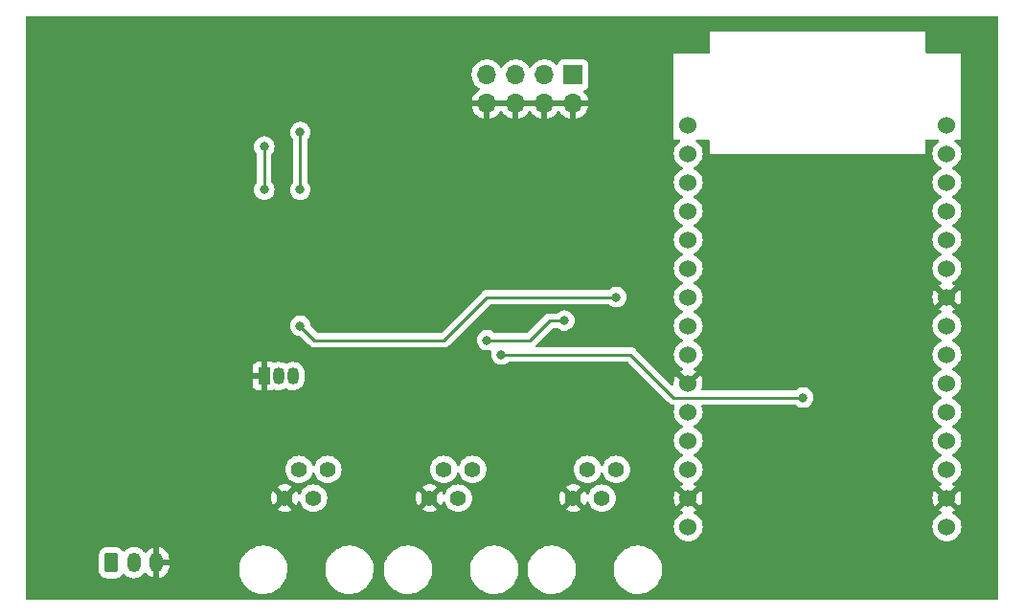
<source format=gbr>
%TF.GenerationSoftware,KiCad,Pcbnew,(6.0.4-0)*%
%TF.CreationDate,2023-05-22T14:10:50+02:00*%
%TF.ProjectId,NodeMCU-Metriful,4e6f6465-4d43-4552-9d4d-657472696675,rev?*%
%TF.SameCoordinates,Original*%
%TF.FileFunction,Copper,L2,Bot*%
%TF.FilePolarity,Positive*%
%FSLAX46Y46*%
G04 Gerber Fmt 4.6, Leading zero omitted, Abs format (unit mm)*
G04 Created by KiCad (PCBNEW (6.0.4-0)) date 2023-05-22 14:10:50*
%MOMM*%
%LPD*%
G01*
G04 APERTURE LIST*
G04 Aperture macros list*
%AMRoundRect*
0 Rectangle with rounded corners*
0 $1 Rounding radius*
0 $2 $3 $4 $5 $6 $7 $8 $9 X,Y pos of 4 corners*
0 Add a 4 corners polygon primitive as box body*
4,1,4,$2,$3,$4,$5,$6,$7,$8,$9,$2,$3,0*
0 Add four circle primitives for the rounded corners*
1,1,$1+$1,$2,$3*
1,1,$1+$1,$4,$5*
1,1,$1+$1,$6,$7*
1,1,$1+$1,$8,$9*
0 Add four rect primitives between the rounded corners*
20,1,$1+$1,$2,$3,$4,$5,0*
20,1,$1+$1,$4,$5,$6,$7,0*
20,1,$1+$1,$6,$7,$8,$9,0*
20,1,$1+$1,$8,$9,$2,$3,0*%
G04 Aperture macros list end*
%TA.AperFunction,ComponentPad*%
%ADD10C,1.397000*%
%TD*%
%TA.AperFunction,ComponentPad*%
%ADD11RoundRect,0.250000X-0.350000X-0.625000X0.350000X-0.625000X0.350000X0.625000X-0.350000X0.625000X0*%
%TD*%
%TA.AperFunction,ComponentPad*%
%ADD12O,1.200000X1.750000*%
%TD*%
%TA.AperFunction,ComponentPad*%
%ADD13C,1.524000*%
%TD*%
%TA.AperFunction,ComponentPad*%
%ADD14R,1.700000X1.700000*%
%TD*%
%TA.AperFunction,ComponentPad*%
%ADD15O,1.700000X1.700000*%
%TD*%
%TA.AperFunction,ComponentPad*%
%ADD16R,1.050000X1.500000*%
%TD*%
%TA.AperFunction,ComponentPad*%
%ADD17O,1.050000X1.500000*%
%TD*%
%TA.AperFunction,ViaPad*%
%ADD18C,0.800000*%
%TD*%
%TA.AperFunction,Conductor*%
%ADD19C,0.250000*%
%TD*%
G04 APERTURE END LIST*
D10*
%TO.P,CN3,1,1*%
%TO.N,GND*%
X132080000Y-106046000D03*
%TO.P,CN3,2,2*%
%TO.N,Net-(CN1-Pad2)*%
X133350000Y-103506000D03*
%TO.P,CN3,3,3*%
%TO.N,Net-(CN1-Pad3)*%
X134620000Y-106046000D03*
%TO.P,CN3,4,4*%
%TO.N,unconnected-(CN3-Pad4)*%
X135890000Y-103506000D03*
%TD*%
D11*
%TO.P,J4,1,Pin_1*%
%TO.N,VDD*%
X91250000Y-111760000D03*
D12*
%TO.P,J4,2,Pin_2*%
%TO.N,Net-(J4-Pad2)*%
X93250000Y-111760000D03*
%TO.P,J4,3,Pin_3*%
%TO.N,GND*%
X95250000Y-111760000D03*
%TD*%
D10*
%TO.P,CN1,1,1*%
%TO.N,GND*%
X106580000Y-106046000D03*
%TO.P,CN1,2,2*%
%TO.N,Net-(CN1-Pad2)*%
X107850000Y-103506000D03*
%TO.P,CN1,3,3*%
%TO.N,Net-(CN1-Pad3)*%
X109120000Y-106046000D03*
%TO.P,CN1,4,4*%
%TO.N,unconnected-(CN1-Pad4)*%
X110390000Y-103506000D03*
%TD*%
D13*
%TO.P,U1,1,A0(ADC0)*%
%TO.N,unconnected-(U1-Pad1)*%
X142240000Y-73025000D03*
%TO.P,U1,2,RSV*%
%TO.N,unconnected-(U1-Pad2)*%
X142240000Y-75565000D03*
%TO.P,U1,3,RSV*%
%TO.N,unconnected-(U1-Pad3)*%
X142240000Y-78105000D03*
%TO.P,U1,4,SD3(GPIO10)*%
%TO.N,unconnected-(U1-Pad4)*%
X142240000Y-80645000D03*
%TO.P,U1,5,SD2(GPIO9)*%
%TO.N,unconnected-(U1-Pad5)*%
X142240000Y-83185000D03*
%TO.P,U1,6,SD1(MOSI)*%
%TO.N,unconnected-(U1-Pad6)*%
X142240000Y-85725000D03*
%TO.P,U1,7,CMD(CS)*%
%TO.N,unconnected-(U1-Pad7)*%
X142240000Y-88265000D03*
%TO.P,U1,8,SDO(MISO)*%
%TO.N,unconnected-(U1-Pad8)*%
X142240000Y-90805000D03*
%TO.P,U1,9,CLK(SCLK)*%
%TO.N,unconnected-(U1-Pad9)*%
X142240000Y-93345000D03*
%TO.P,U1,10,GND*%
%TO.N,GND*%
X142240000Y-95885000D03*
%TO.P,U1,11,3.3V*%
%TO.N,+3V3*%
X142240000Y-98425000D03*
%TO.P,U1,12,EN*%
%TO.N,unconnected-(U1-Pad12)*%
X142240000Y-100965000D03*
%TO.P,U1,13,RST*%
%TO.N,unconnected-(U1-Pad13)*%
X142240000Y-103505000D03*
%TO.P,U1,14,GND*%
%TO.N,GND*%
X142240000Y-106045000D03*
%TO.P,U1,15,VIN*%
%TO.N,VDD*%
X142240000Y-108585000D03*
%TO.P,U1,16,3.3V*%
%TO.N,+3V3*%
X165100000Y-108585000D03*
%TO.P,U1,17,GND*%
%TO.N,GND*%
X165100000Y-106045000D03*
%TO.P,U1,18,TX(GPIO1)*%
%TO.N,unconnected-(U1-Pad18)*%
X165100000Y-103505000D03*
%TO.P,U1,19,RX(DPIO3)*%
%TO.N,unconnected-(U1-Pad19)*%
X165100000Y-100965000D03*
%TO.P,U1,20,D8(GPIO15)*%
%TO.N,Net-(J1-Pad7)*%
X165100000Y-98425000D03*
%TO.P,U1,21,D7(GPIO13)*%
%TO.N,Net-(R3-Pad1)*%
X165100000Y-95885000D03*
%TO.P,U1,22,D6(GPIO12)*%
%TO.N,Net-(U1-Pad22)*%
X165100000Y-93345000D03*
%TO.P,U1,23,D5(GPIO14)*%
%TO.N,T_enable*%
X165100000Y-90805000D03*
%TO.P,U1,24,GND*%
%TO.N,GND*%
X165100000Y-88265000D03*
%TO.P,U1,25,3.3V*%
%TO.N,+3V3*%
X165100000Y-85725000D03*
%TO.P,U1,26,D4(GPIO2)*%
%TO.N,Net-(J1-Pad5)*%
X165100000Y-83185000D03*
%TO.P,U1,27,D3(GPIO0)*%
%TO.N,Net-(J1-Pad3)*%
X165100000Y-80645000D03*
%TO.P,U1,28,D2(GPIO4)*%
%TO.N,Net-(U1-Pad28)*%
X165100000Y-78105000D03*
%TO.P,U1,29,D1(GPIO5)*%
%TO.N,Net-(U1-Pad29)*%
X165100000Y-75565000D03*
%TO.P,U1,30,D0(GPIO16)*%
%TO.N,Net-(J1-Pad1)*%
X165100000Y-73025000D03*
%TD*%
D14*
%TO.P,J1,1,Pin_1*%
%TO.N,Net-(J1-Pad1)*%
X132080000Y-68580000D03*
D15*
%TO.P,J1,2,Pin_2*%
%TO.N,GND*%
X132080000Y-71120000D03*
%TO.P,J1,3,Pin_3*%
%TO.N,Net-(J1-Pad3)*%
X129540000Y-68580000D03*
%TO.P,J1,4,Pin_4*%
%TO.N,GND*%
X129540000Y-71120000D03*
%TO.P,J1,5,Pin_5*%
%TO.N,Net-(J1-Pad5)*%
X127000000Y-68580000D03*
%TO.P,J1,6,Pin_6*%
%TO.N,GND*%
X127000000Y-71120000D03*
%TO.P,J1,7,Pin_7*%
%TO.N,Net-(J1-Pad7)*%
X124460000Y-68580000D03*
%TO.P,J1,8,Pin_8*%
%TO.N,GND*%
X124460000Y-71120000D03*
%TD*%
D16*
%TO.P,U3,1,GND*%
%TO.N,GND*%
X104775000Y-95250000D03*
D17*
%TO.P,U3,2,DQ*%
%TO.N,Net-(CN1-Pad3)*%
X106045000Y-95250000D03*
%TO.P,U3,3,VDD*%
%TO.N,Net-(CN1-Pad2)*%
X107315000Y-95250000D03*
%TD*%
D10*
%TO.P,CN2,1,1*%
%TO.N,GND*%
X119380000Y-106045000D03*
%TO.P,CN2,2,2*%
%TO.N,Net-(CN1-Pad2)*%
X120650000Y-103505000D03*
%TO.P,CN2,3,3*%
%TO.N,Net-(CN1-Pad3)*%
X121920000Y-106045000D03*
%TO.P,CN2,4,4*%
%TO.N,unconnected-(CN2-Pad4)*%
X123190000Y-103505000D03*
%TD*%
D18*
%TO.N,GND*%
X90170000Y-80010000D03*
X120015000Y-77470000D03*
X113030000Y-90170000D03*
X123190000Y-97790000D03*
%TO.N,Net-(F1-Pad2)*%
X124460000Y-92075000D03*
X131285000Y-90330000D03*
%TO.N,Net-(U1-Pad22)*%
X107950000Y-90805000D03*
X135890000Y-88265000D03*
%TO.N,Net-(R3-Pad1)*%
X125730000Y-93345000D03*
X152400000Y-97155000D03*
%TO.N,Net-(U1-Pad28)*%
X104775000Y-78740000D03*
X104775000Y-74930000D03*
%TO.N,Net-(U1-Pad29)*%
X107950000Y-73660000D03*
X107950000Y-78740000D03*
%TD*%
D19*
%TO.N,Net-(F1-Pad2)*%
X128270000Y-92075000D02*
X130015000Y-90330000D01*
X124460000Y-92075000D02*
X128270000Y-92075000D01*
X130015000Y-90330000D02*
X131285000Y-90330000D01*
%TO.N,Net-(U1-Pad22)*%
X120650000Y-92075000D02*
X124460000Y-88265000D01*
X124460000Y-88265000D02*
X135890000Y-88265000D01*
X109220000Y-92075000D02*
X120650000Y-92075000D01*
X107950000Y-90805000D02*
X109220000Y-92075000D01*
%TO.N,Net-(R3-Pad1)*%
X140970000Y-97155000D02*
X152400000Y-97155000D01*
X125730000Y-93345000D02*
X137160000Y-93345000D01*
X137160000Y-93345000D02*
X140970000Y-97155000D01*
%TO.N,Net-(U1-Pad28)*%
X104775000Y-74930000D02*
X104775000Y-78740000D01*
%TO.N,Net-(U1-Pad29)*%
X107950000Y-73660000D02*
X107950000Y-78740000D01*
%TD*%
%TA.AperFunction,Conductor*%
%TO.N,GND*%
G36*
X169613621Y-63393502D02*
G01*
X169660114Y-63447158D01*
X169671500Y-63499500D01*
X169671500Y-114935500D01*
X169651498Y-115003621D01*
X169597842Y-115050114D01*
X169545500Y-115061500D01*
X83819500Y-115061500D01*
X83751379Y-115041498D01*
X83704886Y-114987842D01*
X83693500Y-114935500D01*
X83693500Y-112435400D01*
X90141500Y-112435400D01*
X90141837Y-112438646D01*
X90141837Y-112438650D01*
X90150800Y-112525028D01*
X90152474Y-112541166D01*
X90154655Y-112547702D01*
X90154655Y-112547704D01*
X90157728Y-112556915D01*
X90208450Y-112708946D01*
X90301522Y-112859348D01*
X90426697Y-112984305D01*
X90432927Y-112988145D01*
X90432928Y-112988146D01*
X90570090Y-113072694D01*
X90577262Y-113077115D01*
X90613942Y-113089281D01*
X90738611Y-113130632D01*
X90738613Y-113130632D01*
X90745139Y-113132797D01*
X90751975Y-113133497D01*
X90751978Y-113133498D01*
X90790386Y-113137433D01*
X90849600Y-113143500D01*
X91650400Y-113143500D01*
X91653646Y-113143163D01*
X91653650Y-113143163D01*
X91749308Y-113133238D01*
X91749312Y-113133237D01*
X91756166Y-113132526D01*
X91762702Y-113130345D01*
X91762704Y-113130345D01*
X91898867Y-113084917D01*
X91923946Y-113076550D01*
X92074348Y-112983478D01*
X92199305Y-112858303D01*
X92231075Y-112806764D01*
X92283846Y-112759271D01*
X92353918Y-112747847D01*
X92419042Y-112776121D01*
X92437418Y-112795045D01*
X92443604Y-112802920D01*
X92448135Y-112806852D01*
X92448138Y-112806855D01*
X92533620Y-112881032D01*
X92603363Y-112941552D01*
X92608549Y-112944552D01*
X92608553Y-112944555D01*
X92704957Y-113000326D01*
X92786454Y-113047473D01*
X92986271Y-113116861D01*
X92992206Y-113117722D01*
X92992208Y-113117722D01*
X93189664Y-113146352D01*
X93189667Y-113146352D01*
X93195604Y-113147213D01*
X93406899Y-113137433D01*
X93552173Y-113102422D01*
X93606701Y-113089281D01*
X93606703Y-113089280D01*
X93612534Y-113087875D01*
X93617992Y-113085393D01*
X93617996Y-113085392D01*
X93733041Y-113033084D01*
X93805087Y-113000326D01*
X93977611Y-112877946D01*
X94123881Y-112725150D01*
X94127130Y-112720119D01*
X94127135Y-112720112D01*
X94145033Y-112692393D01*
X94198789Y-112646016D01*
X94269085Y-112636063D01*
X94333602Y-112665696D01*
X94349970Y-112682909D01*
X94440262Y-112797857D01*
X94448499Y-112806506D01*
X94599123Y-112937212D01*
X94608847Y-112944147D01*
X94781467Y-113044010D01*
X94792331Y-113048984D01*
X94980727Y-113114407D01*
X94981716Y-113114648D01*
X94992008Y-113113180D01*
X94996000Y-113099615D01*
X94996000Y-113095402D01*
X95504000Y-113095402D01*
X95507973Y-113108933D01*
X95517399Y-113110288D01*
X95606537Y-113088806D01*
X95617832Y-113084917D01*
X95799382Y-113002371D01*
X95809724Y-112996424D01*
X95972397Y-112881032D01*
X95981425Y-112873239D01*
X96119342Y-112729169D01*
X96126738Y-112719804D01*
X96234921Y-112552259D01*
X96240417Y-112541655D01*
X96244988Y-112530314D01*
X102540134Y-112530314D01*
X102540693Y-112534558D01*
X102540693Y-112534562D01*
X102543023Y-112552259D01*
X102578115Y-112818806D01*
X102579248Y-112822946D01*
X102579248Y-112822948D01*
X102587502Y-112853120D01*
X102654897Y-113099474D01*
X102720480Y-113253230D01*
X102766948Y-113362173D01*
X102769060Y-113367125D01*
X102918490Y-113616806D01*
X103100424Y-113843897D01*
X103103540Y-113846854D01*
X103103541Y-113846855D01*
X103119740Y-113862227D01*
X103311495Y-114044195D01*
X103314974Y-114046695D01*
X103314979Y-114046699D01*
X103334667Y-114060846D01*
X103547796Y-114213994D01*
X103804955Y-114350153D01*
X103833470Y-114360588D01*
X104071451Y-114447677D01*
X104078214Y-114450152D01*
X104362516Y-114512140D01*
X104378869Y-114513427D01*
X104588263Y-114529907D01*
X104588272Y-114529907D01*
X104590720Y-114530100D01*
X104748152Y-114530100D01*
X104750288Y-114529954D01*
X104750299Y-114529954D01*
X104961030Y-114515588D01*
X104961036Y-114515587D01*
X104965307Y-114515296D01*
X104969502Y-114514427D01*
X104969504Y-114514427D01*
X105107775Y-114485793D01*
X105250243Y-114456289D01*
X105524534Y-114359157D01*
X105783105Y-114225699D01*
X105786606Y-114223238D01*
X105786610Y-114223236D01*
X105902138Y-114142041D01*
X106021171Y-114058383D01*
X106234327Y-113860306D01*
X106418629Y-113635133D01*
X106570667Y-113387031D01*
X106687626Y-113120590D01*
X106689388Y-113114407D01*
X106766167Y-112844869D01*
X106767343Y-112840741D01*
X106808342Y-112552663D01*
X106808370Y-112547452D01*
X106808460Y-112530314D01*
X110160134Y-112530314D01*
X110160693Y-112534558D01*
X110160693Y-112534562D01*
X110163023Y-112552259D01*
X110198115Y-112818806D01*
X110199248Y-112822946D01*
X110199248Y-112822948D01*
X110207502Y-112853120D01*
X110274897Y-113099474D01*
X110340480Y-113253230D01*
X110386948Y-113362173D01*
X110389060Y-113367125D01*
X110538490Y-113616806D01*
X110720424Y-113843897D01*
X110723540Y-113846854D01*
X110723541Y-113846855D01*
X110739740Y-113862227D01*
X110931495Y-114044195D01*
X110934974Y-114046695D01*
X110934979Y-114046699D01*
X110954667Y-114060846D01*
X111167796Y-114213994D01*
X111424955Y-114350153D01*
X111453470Y-114360588D01*
X111691451Y-114447677D01*
X111698214Y-114450152D01*
X111982516Y-114512140D01*
X111998869Y-114513427D01*
X112208263Y-114529907D01*
X112208272Y-114529907D01*
X112210720Y-114530100D01*
X112368152Y-114530100D01*
X112370288Y-114529954D01*
X112370299Y-114529954D01*
X112581030Y-114515588D01*
X112581036Y-114515587D01*
X112585307Y-114515296D01*
X112589502Y-114514427D01*
X112589504Y-114514427D01*
X112727775Y-114485793D01*
X112870243Y-114456289D01*
X113144534Y-114359157D01*
X113403105Y-114225699D01*
X113406606Y-114223238D01*
X113406610Y-114223236D01*
X113522138Y-114142041D01*
X113641171Y-114058383D01*
X113854327Y-113860306D01*
X114038629Y-113635133D01*
X114190667Y-113387031D01*
X114307626Y-113120590D01*
X114309388Y-113114407D01*
X114386167Y-112844869D01*
X114387343Y-112840741D01*
X114428342Y-112552663D01*
X114428370Y-112547452D01*
X114428465Y-112529314D01*
X115340134Y-112529314D01*
X115340693Y-112533558D01*
X115340693Y-112533562D01*
X115342511Y-112547367D01*
X115378115Y-112817806D01*
X115454897Y-113098474D01*
X115456581Y-113102422D01*
X115473959Y-113143163D01*
X115569060Y-113366125D01*
X115718490Y-113615806D01*
X115900424Y-113842897D01*
X115903540Y-113845854D01*
X115903541Y-113845855D01*
X115918769Y-113860306D01*
X116111495Y-114043195D01*
X116114974Y-114045695D01*
X116114979Y-114045699D01*
X116281606Y-114165432D01*
X116347796Y-114212994D01*
X116604955Y-114349153D01*
X116878214Y-114449152D01*
X117162516Y-114511140D01*
X117179492Y-114512476D01*
X117388263Y-114528907D01*
X117388272Y-114528907D01*
X117390720Y-114529100D01*
X117548152Y-114529100D01*
X117550288Y-114528954D01*
X117550299Y-114528954D01*
X117761030Y-114514588D01*
X117761036Y-114514587D01*
X117765307Y-114514296D01*
X117769502Y-114513427D01*
X117769504Y-114513427D01*
X117907775Y-114484793D01*
X118050243Y-114455289D01*
X118324534Y-114358157D01*
X118414267Y-114311843D01*
X118579298Y-114226664D01*
X118579299Y-114226664D01*
X118583105Y-114224699D01*
X118586606Y-114222238D01*
X118586610Y-114222236D01*
X118702138Y-114141041D01*
X118821171Y-114057383D01*
X119034327Y-113859306D01*
X119154737Y-113712194D01*
X119215916Y-113637448D01*
X119215918Y-113637445D01*
X119218629Y-113634133D01*
X119370667Y-113386031D01*
X119487626Y-113119590D01*
X119489103Y-113114407D01*
X119566167Y-112843869D01*
X119567343Y-112839741D01*
X119608342Y-112551663D01*
X119608395Y-112541655D01*
X119608460Y-112529314D01*
X122960134Y-112529314D01*
X122960693Y-112533558D01*
X122960693Y-112533562D01*
X122962511Y-112547367D01*
X122998115Y-112817806D01*
X123074897Y-113098474D01*
X123076581Y-113102422D01*
X123093959Y-113143163D01*
X123189060Y-113366125D01*
X123338490Y-113615806D01*
X123520424Y-113842897D01*
X123523540Y-113845854D01*
X123523541Y-113845855D01*
X123538769Y-113860306D01*
X123731495Y-114043195D01*
X123734974Y-114045695D01*
X123734979Y-114045699D01*
X123901606Y-114165432D01*
X123967796Y-114212994D01*
X124224955Y-114349153D01*
X124498214Y-114449152D01*
X124782516Y-114511140D01*
X124799492Y-114512476D01*
X125008263Y-114528907D01*
X125008272Y-114528907D01*
X125010720Y-114529100D01*
X125168152Y-114529100D01*
X125170288Y-114528954D01*
X125170299Y-114528954D01*
X125381030Y-114514588D01*
X125381036Y-114514587D01*
X125385307Y-114514296D01*
X125389502Y-114513427D01*
X125389504Y-114513427D01*
X125527775Y-114484793D01*
X125670243Y-114455289D01*
X125944534Y-114358157D01*
X126034267Y-114311843D01*
X126199298Y-114226664D01*
X126199299Y-114226664D01*
X126203105Y-114224699D01*
X126206606Y-114222238D01*
X126206610Y-114222236D01*
X126322138Y-114141041D01*
X126441171Y-114057383D01*
X126654327Y-113859306D01*
X126774737Y-113712194D01*
X126835916Y-113637448D01*
X126835918Y-113637445D01*
X126838629Y-113634133D01*
X126990667Y-113386031D01*
X127107626Y-113119590D01*
X127109103Y-113114407D01*
X127186167Y-112843869D01*
X127187343Y-112839741D01*
X127228342Y-112551663D01*
X127228395Y-112541655D01*
X127228454Y-112530314D01*
X128040134Y-112530314D01*
X128040693Y-112534558D01*
X128040693Y-112534562D01*
X128043023Y-112552259D01*
X128078115Y-112818806D01*
X128079248Y-112822946D01*
X128079248Y-112822948D01*
X128087502Y-112853120D01*
X128154897Y-113099474D01*
X128220480Y-113253230D01*
X128266948Y-113362173D01*
X128269060Y-113367125D01*
X128418490Y-113616806D01*
X128600424Y-113843897D01*
X128603540Y-113846854D01*
X128603541Y-113846855D01*
X128619740Y-113862227D01*
X128811495Y-114044195D01*
X128814974Y-114046695D01*
X128814979Y-114046699D01*
X128834667Y-114060846D01*
X129047796Y-114213994D01*
X129304955Y-114350153D01*
X129333470Y-114360588D01*
X129571451Y-114447677D01*
X129578214Y-114450152D01*
X129862516Y-114512140D01*
X129878869Y-114513427D01*
X130088263Y-114529907D01*
X130088272Y-114529907D01*
X130090720Y-114530100D01*
X130248152Y-114530100D01*
X130250288Y-114529954D01*
X130250299Y-114529954D01*
X130461030Y-114515588D01*
X130461036Y-114515587D01*
X130465307Y-114515296D01*
X130469502Y-114514427D01*
X130469504Y-114514427D01*
X130607775Y-114485793D01*
X130750243Y-114456289D01*
X131024534Y-114359157D01*
X131283105Y-114225699D01*
X131286606Y-114223238D01*
X131286610Y-114223236D01*
X131402138Y-114142041D01*
X131521171Y-114058383D01*
X131734327Y-113860306D01*
X131918629Y-113635133D01*
X132070667Y-113387031D01*
X132187626Y-113120590D01*
X132189388Y-113114407D01*
X132266167Y-112844869D01*
X132267343Y-112840741D01*
X132308342Y-112552663D01*
X132308370Y-112547452D01*
X132308460Y-112530314D01*
X135660134Y-112530314D01*
X135660693Y-112534558D01*
X135660693Y-112534562D01*
X135663023Y-112552259D01*
X135698115Y-112818806D01*
X135699248Y-112822946D01*
X135699248Y-112822948D01*
X135707502Y-112853120D01*
X135774897Y-113099474D01*
X135840480Y-113253230D01*
X135886948Y-113362173D01*
X135889060Y-113367125D01*
X136038490Y-113616806D01*
X136220424Y-113843897D01*
X136223540Y-113846854D01*
X136223541Y-113846855D01*
X136239740Y-113862227D01*
X136431495Y-114044195D01*
X136434974Y-114046695D01*
X136434979Y-114046699D01*
X136454667Y-114060846D01*
X136667796Y-114213994D01*
X136924955Y-114350153D01*
X136953470Y-114360588D01*
X137191451Y-114447677D01*
X137198214Y-114450152D01*
X137482516Y-114512140D01*
X137498869Y-114513427D01*
X137708263Y-114529907D01*
X137708272Y-114529907D01*
X137710720Y-114530100D01*
X137868152Y-114530100D01*
X137870288Y-114529954D01*
X137870299Y-114529954D01*
X138081030Y-114515588D01*
X138081036Y-114515587D01*
X138085307Y-114515296D01*
X138089502Y-114514427D01*
X138089504Y-114514427D01*
X138227775Y-114485793D01*
X138370243Y-114456289D01*
X138644534Y-114359157D01*
X138903105Y-114225699D01*
X138906606Y-114223238D01*
X138906610Y-114223236D01*
X139022138Y-114142041D01*
X139141171Y-114058383D01*
X139354327Y-113860306D01*
X139538629Y-113635133D01*
X139690667Y-113387031D01*
X139807626Y-113120590D01*
X139809388Y-113114407D01*
X139886167Y-112844869D01*
X139887343Y-112840741D01*
X139928342Y-112552663D01*
X139928370Y-112547452D01*
X139929844Y-112265972D01*
X139929844Y-112265965D01*
X139929866Y-112261686D01*
X139891885Y-111973194D01*
X139815103Y-111692526D01*
X139727816Y-111487885D01*
X139702626Y-111428827D01*
X139702624Y-111428823D01*
X139700940Y-111424875D01*
X139551510Y-111175194D01*
X139369576Y-110948103D01*
X139352285Y-110931694D01*
X139161622Y-110750763D01*
X139158505Y-110747805D01*
X139155026Y-110745305D01*
X139155021Y-110745301D01*
X138928859Y-110582788D01*
X138922204Y-110578006D01*
X138665045Y-110441847D01*
X138506895Y-110383972D01*
X138395817Y-110343323D01*
X138395815Y-110343322D01*
X138391786Y-110341848D01*
X138107484Y-110279860D01*
X138050967Y-110275412D01*
X137881737Y-110262093D01*
X137881728Y-110262093D01*
X137879280Y-110261900D01*
X137721848Y-110261900D01*
X137719712Y-110262046D01*
X137719701Y-110262046D01*
X137508970Y-110276412D01*
X137508964Y-110276413D01*
X137504693Y-110276704D01*
X137500498Y-110277573D01*
X137500496Y-110277573D01*
X137485044Y-110280773D01*
X137219757Y-110335711D01*
X136945466Y-110432843D01*
X136929406Y-110441132D01*
X136692640Y-110563336D01*
X136686895Y-110566301D01*
X136683394Y-110568762D01*
X136683390Y-110568764D01*
X136666672Y-110580514D01*
X136448829Y-110733617D01*
X136382935Y-110794850D01*
X136287096Y-110883909D01*
X136235673Y-110931694D01*
X136190424Y-110986978D01*
X136054903Y-111152552D01*
X136051371Y-111156867D01*
X135899333Y-111404969D01*
X135782374Y-111671410D01*
X135781198Y-111675538D01*
X135781197Y-111675541D01*
X135776644Y-111691526D01*
X135702657Y-111951259D01*
X135661658Y-112239337D01*
X135661636Y-112243626D01*
X135661635Y-112243633D01*
X135660156Y-112526028D01*
X135660134Y-112530314D01*
X132308460Y-112530314D01*
X132309844Y-112265972D01*
X132309844Y-112265965D01*
X132309866Y-112261686D01*
X132271885Y-111973194D01*
X132195103Y-111692526D01*
X132107816Y-111487885D01*
X132082626Y-111428827D01*
X132082624Y-111428823D01*
X132080940Y-111424875D01*
X131931510Y-111175194D01*
X131749576Y-110948103D01*
X131732285Y-110931694D01*
X131541622Y-110750763D01*
X131538505Y-110747805D01*
X131535026Y-110745305D01*
X131535021Y-110745301D01*
X131308859Y-110582788D01*
X131302204Y-110578006D01*
X131045045Y-110441847D01*
X130886895Y-110383972D01*
X130775817Y-110343323D01*
X130775815Y-110343322D01*
X130771786Y-110341848D01*
X130487484Y-110279860D01*
X130430967Y-110275412D01*
X130261737Y-110262093D01*
X130261728Y-110262093D01*
X130259280Y-110261900D01*
X130101848Y-110261900D01*
X130099712Y-110262046D01*
X130099701Y-110262046D01*
X129888970Y-110276412D01*
X129888964Y-110276413D01*
X129884693Y-110276704D01*
X129880498Y-110277573D01*
X129880496Y-110277573D01*
X129865044Y-110280773D01*
X129599757Y-110335711D01*
X129325466Y-110432843D01*
X129309406Y-110441132D01*
X129072640Y-110563336D01*
X129066895Y-110566301D01*
X129063394Y-110568762D01*
X129063390Y-110568764D01*
X129046672Y-110580514D01*
X128828829Y-110733617D01*
X128762935Y-110794850D01*
X128667096Y-110883909D01*
X128615673Y-110931694D01*
X128570424Y-110986978D01*
X128434903Y-111152552D01*
X128431371Y-111156867D01*
X128279333Y-111404969D01*
X128162374Y-111671410D01*
X128161198Y-111675538D01*
X128161197Y-111675541D01*
X128156644Y-111691526D01*
X128082657Y-111951259D01*
X128041658Y-112239337D01*
X128041636Y-112243626D01*
X128041635Y-112243633D01*
X128040156Y-112526028D01*
X128040134Y-112530314D01*
X127228454Y-112530314D01*
X127229844Y-112264972D01*
X127229844Y-112264965D01*
X127229866Y-112260686D01*
X127227056Y-112239337D01*
X127199774Y-112032115D01*
X127191885Y-111972194D01*
X127115103Y-111691526D01*
X127103327Y-111663918D01*
X127002626Y-111427827D01*
X127002624Y-111427823D01*
X127000940Y-111423875D01*
X126851510Y-111174194D01*
X126669576Y-110947103D01*
X126652285Y-110930694D01*
X126526210Y-110811054D01*
X126458505Y-110746805D01*
X126455026Y-110744305D01*
X126455021Y-110744301D01*
X126288394Y-110624568D01*
X126222204Y-110577006D01*
X125965045Y-110440847D01*
X125819197Y-110387474D01*
X125695817Y-110342323D01*
X125695815Y-110342322D01*
X125691786Y-110340848D01*
X125407484Y-110278860D01*
X125363673Y-110275412D01*
X125181737Y-110261093D01*
X125181728Y-110261093D01*
X125179280Y-110260900D01*
X125021848Y-110260900D01*
X125019712Y-110261046D01*
X125019701Y-110261046D01*
X124808970Y-110275412D01*
X124808964Y-110275413D01*
X124804693Y-110275704D01*
X124800498Y-110276573D01*
X124800496Y-110276573D01*
X124662225Y-110305208D01*
X124519757Y-110334711D01*
X124245466Y-110431843D01*
X124239189Y-110435083D01*
X124032614Y-110541704D01*
X123986895Y-110565301D01*
X123983394Y-110567762D01*
X123983390Y-110567764D01*
X123882618Y-110638588D01*
X123748829Y-110732617D01*
X123733561Y-110746805D01*
X123586020Y-110883909D01*
X123535673Y-110930694D01*
X123351371Y-111155867D01*
X123199333Y-111403969D01*
X123082374Y-111670410D01*
X123081198Y-111674538D01*
X123081197Y-111674541D01*
X123076359Y-111691526D01*
X123002657Y-111950259D01*
X122961658Y-112238337D01*
X122961636Y-112242626D01*
X122961635Y-112242633D01*
X122960156Y-112525028D01*
X122960134Y-112529314D01*
X119608460Y-112529314D01*
X119609844Y-112264972D01*
X119609844Y-112264965D01*
X119609866Y-112260686D01*
X119607056Y-112239337D01*
X119579774Y-112032115D01*
X119571885Y-111972194D01*
X119495103Y-111691526D01*
X119483327Y-111663918D01*
X119382626Y-111427827D01*
X119382624Y-111427823D01*
X119380940Y-111423875D01*
X119231510Y-111174194D01*
X119049576Y-110947103D01*
X119032285Y-110930694D01*
X118906210Y-110811054D01*
X118838505Y-110746805D01*
X118835026Y-110744305D01*
X118835021Y-110744301D01*
X118668394Y-110624568D01*
X118602204Y-110577006D01*
X118345045Y-110440847D01*
X118199197Y-110387474D01*
X118075817Y-110342323D01*
X118075815Y-110342322D01*
X118071786Y-110340848D01*
X117787484Y-110278860D01*
X117743673Y-110275412D01*
X117561737Y-110261093D01*
X117561728Y-110261093D01*
X117559280Y-110260900D01*
X117401848Y-110260900D01*
X117399712Y-110261046D01*
X117399701Y-110261046D01*
X117188970Y-110275412D01*
X117188964Y-110275413D01*
X117184693Y-110275704D01*
X117180498Y-110276573D01*
X117180496Y-110276573D01*
X117042225Y-110305208D01*
X116899757Y-110334711D01*
X116625466Y-110431843D01*
X116619189Y-110435083D01*
X116412614Y-110541704D01*
X116366895Y-110565301D01*
X116363394Y-110567762D01*
X116363390Y-110567764D01*
X116262618Y-110638588D01*
X116128829Y-110732617D01*
X116113561Y-110746805D01*
X115966020Y-110883909D01*
X115915673Y-110930694D01*
X115731371Y-111155867D01*
X115579333Y-111403969D01*
X115462374Y-111670410D01*
X115461198Y-111674538D01*
X115461197Y-111674541D01*
X115456359Y-111691526D01*
X115382657Y-111950259D01*
X115341658Y-112238337D01*
X115341636Y-112242626D01*
X115341635Y-112242633D01*
X115340156Y-112525028D01*
X115340134Y-112529314D01*
X114428465Y-112529314D01*
X114429844Y-112265972D01*
X114429844Y-112265965D01*
X114429866Y-112261686D01*
X114391885Y-111973194D01*
X114315103Y-111692526D01*
X114227816Y-111487885D01*
X114202626Y-111428827D01*
X114202624Y-111428823D01*
X114200940Y-111424875D01*
X114051510Y-111175194D01*
X113869576Y-110948103D01*
X113852285Y-110931694D01*
X113661622Y-110750763D01*
X113658505Y-110747805D01*
X113655026Y-110745305D01*
X113655021Y-110745301D01*
X113428859Y-110582788D01*
X113422204Y-110578006D01*
X113165045Y-110441847D01*
X113006895Y-110383972D01*
X112895817Y-110343323D01*
X112895815Y-110343322D01*
X112891786Y-110341848D01*
X112607484Y-110279860D01*
X112550967Y-110275412D01*
X112381737Y-110262093D01*
X112381728Y-110262093D01*
X112379280Y-110261900D01*
X112221848Y-110261900D01*
X112219712Y-110262046D01*
X112219701Y-110262046D01*
X112008970Y-110276412D01*
X112008964Y-110276413D01*
X112004693Y-110276704D01*
X112000498Y-110277573D01*
X112000496Y-110277573D01*
X111985044Y-110280773D01*
X111719757Y-110335711D01*
X111445466Y-110432843D01*
X111429406Y-110441132D01*
X111192640Y-110563336D01*
X111186895Y-110566301D01*
X111183394Y-110568762D01*
X111183390Y-110568764D01*
X111166672Y-110580514D01*
X110948829Y-110733617D01*
X110882935Y-110794850D01*
X110787096Y-110883909D01*
X110735673Y-110931694D01*
X110690424Y-110986978D01*
X110554903Y-111152552D01*
X110551371Y-111156867D01*
X110399333Y-111404969D01*
X110282374Y-111671410D01*
X110281198Y-111675538D01*
X110281197Y-111675541D01*
X110276644Y-111691526D01*
X110202657Y-111951259D01*
X110161658Y-112239337D01*
X110161636Y-112243626D01*
X110161635Y-112243633D01*
X110160156Y-112526028D01*
X110160134Y-112530314D01*
X106808460Y-112530314D01*
X106809844Y-112265972D01*
X106809844Y-112265965D01*
X106809866Y-112261686D01*
X106771885Y-111973194D01*
X106695103Y-111692526D01*
X106607816Y-111487885D01*
X106582626Y-111428827D01*
X106582624Y-111428823D01*
X106580940Y-111424875D01*
X106431510Y-111175194D01*
X106249576Y-110948103D01*
X106232285Y-110931694D01*
X106041622Y-110750763D01*
X106038505Y-110747805D01*
X106035026Y-110745305D01*
X106035021Y-110745301D01*
X105808859Y-110582788D01*
X105802204Y-110578006D01*
X105545045Y-110441847D01*
X105386895Y-110383972D01*
X105275817Y-110343323D01*
X105275815Y-110343322D01*
X105271786Y-110341848D01*
X104987484Y-110279860D01*
X104930967Y-110275412D01*
X104761737Y-110262093D01*
X104761728Y-110262093D01*
X104759280Y-110261900D01*
X104601848Y-110261900D01*
X104599712Y-110262046D01*
X104599701Y-110262046D01*
X104388970Y-110276412D01*
X104388964Y-110276413D01*
X104384693Y-110276704D01*
X104380498Y-110277573D01*
X104380496Y-110277573D01*
X104365044Y-110280773D01*
X104099757Y-110335711D01*
X103825466Y-110432843D01*
X103809406Y-110441132D01*
X103572640Y-110563336D01*
X103566895Y-110566301D01*
X103563394Y-110568762D01*
X103563390Y-110568764D01*
X103546672Y-110580514D01*
X103328829Y-110733617D01*
X103262935Y-110794850D01*
X103167096Y-110883909D01*
X103115673Y-110931694D01*
X103070424Y-110986978D01*
X102934903Y-111152552D01*
X102931371Y-111156867D01*
X102779333Y-111404969D01*
X102662374Y-111671410D01*
X102661198Y-111675538D01*
X102661197Y-111675541D01*
X102656644Y-111691526D01*
X102582657Y-111951259D01*
X102541658Y-112239337D01*
X102541636Y-112243626D01*
X102541635Y-112243633D01*
X102540156Y-112526028D01*
X102540134Y-112530314D01*
X96244988Y-112530314D01*
X96314961Y-112356688D01*
X96318355Y-112345230D01*
X96356857Y-112148072D01*
X96357934Y-112139209D01*
X96358000Y-112136500D01*
X96358000Y-112032115D01*
X96353525Y-112016876D01*
X96352135Y-112015671D01*
X96344452Y-112014000D01*
X95522115Y-112014000D01*
X95506876Y-112018475D01*
X95505671Y-112019865D01*
X95504000Y-112027548D01*
X95504000Y-113095402D01*
X94996000Y-113095402D01*
X94996000Y-111487885D01*
X95504000Y-111487885D01*
X95508475Y-111503124D01*
X95509865Y-111504329D01*
X95517548Y-111506000D01*
X96339885Y-111506000D01*
X96355124Y-111501525D01*
X96356329Y-111500135D01*
X96358000Y-111492452D01*
X96358000Y-111435168D01*
X96357715Y-111429192D01*
X96343529Y-111280506D01*
X96341270Y-111268772D01*
X96285128Y-111077401D01*
X96280698Y-111066325D01*
X96189381Y-110889022D01*
X96182931Y-110878976D01*
X96059738Y-110722143D01*
X96051501Y-110713494D01*
X95900877Y-110582788D01*
X95891153Y-110575853D01*
X95718533Y-110475990D01*
X95707669Y-110471016D01*
X95519273Y-110405593D01*
X95518284Y-110405352D01*
X95507992Y-110406820D01*
X95504000Y-110420385D01*
X95504000Y-111487885D01*
X94996000Y-111487885D01*
X94996000Y-110424598D01*
X94992027Y-110411067D01*
X94982601Y-110409712D01*
X94893463Y-110431194D01*
X94882168Y-110435083D01*
X94700618Y-110517629D01*
X94690276Y-110523576D01*
X94527603Y-110638968D01*
X94518575Y-110646761D01*
X94380658Y-110790831D01*
X94373259Y-110800200D01*
X94355582Y-110827577D01*
X94301828Y-110873955D01*
X94231532Y-110883909D01*
X94167015Y-110854278D01*
X94150644Y-110837063D01*
X94143193Y-110827577D01*
X94056396Y-110717080D01*
X94051865Y-110713148D01*
X94051862Y-110713145D01*
X93901167Y-110582379D01*
X93896637Y-110578448D01*
X93891451Y-110575448D01*
X93891447Y-110575445D01*
X93718742Y-110475533D01*
X93713546Y-110472527D01*
X93513729Y-110403139D01*
X93507794Y-110402278D01*
X93507792Y-110402278D01*
X93310336Y-110373648D01*
X93310333Y-110373648D01*
X93304396Y-110372787D01*
X93093101Y-110382567D01*
X92980466Y-110409712D01*
X92893299Y-110430719D01*
X92893297Y-110430720D01*
X92887466Y-110432125D01*
X92882008Y-110434607D01*
X92882004Y-110434608D01*
X92790990Y-110475990D01*
X92694913Y-110519674D01*
X92522389Y-110642054D01*
X92518247Y-110646381D01*
X92518241Y-110646386D01*
X92431194Y-110737317D01*
X92369639Y-110772694D01*
X92298730Y-110769175D01*
X92240979Y-110727879D01*
X92233032Y-110716491D01*
X92198478Y-110660652D01*
X92073303Y-110535695D01*
X92067072Y-110531854D01*
X91928968Y-110446725D01*
X91928966Y-110446724D01*
X91922738Y-110442885D01*
X91814005Y-110406820D01*
X91761389Y-110389368D01*
X91761387Y-110389368D01*
X91754861Y-110387203D01*
X91748025Y-110386503D01*
X91748022Y-110386502D01*
X91704969Y-110382091D01*
X91650400Y-110376500D01*
X90849600Y-110376500D01*
X90846354Y-110376837D01*
X90846350Y-110376837D01*
X90750692Y-110386762D01*
X90750688Y-110386763D01*
X90743834Y-110387474D01*
X90737298Y-110389655D01*
X90737296Y-110389655D01*
X90614213Y-110430719D01*
X90576054Y-110443450D01*
X90425652Y-110536522D01*
X90420479Y-110541704D01*
X90384240Y-110578006D01*
X90300695Y-110661697D01*
X90296855Y-110667927D01*
X90296854Y-110667928D01*
X90245794Y-110750763D01*
X90207885Y-110812262D01*
X90185757Y-110878976D01*
X90164142Y-110944145D01*
X90152203Y-110980139D01*
X90141500Y-111084600D01*
X90141500Y-112435400D01*
X83693500Y-112435400D01*
X83693500Y-108585000D01*
X140964647Y-108585000D01*
X140984022Y-108806463D01*
X141041560Y-109021196D01*
X141043882Y-109026177D01*
X141043883Y-109026178D01*
X141133186Y-109217689D01*
X141133189Y-109217694D01*
X141135512Y-109222676D01*
X141263023Y-109404781D01*
X141420219Y-109561977D01*
X141424727Y-109565134D01*
X141424730Y-109565136D01*
X141500495Y-109618187D01*
X141602323Y-109689488D01*
X141607305Y-109691811D01*
X141607310Y-109691814D01*
X141798822Y-109781117D01*
X141803804Y-109783440D01*
X141809112Y-109784862D01*
X141809114Y-109784863D01*
X141874949Y-109802503D01*
X142018537Y-109840978D01*
X142240000Y-109860353D01*
X142461463Y-109840978D01*
X142605051Y-109802503D01*
X142670886Y-109784863D01*
X142670888Y-109784862D01*
X142676196Y-109783440D01*
X142681178Y-109781117D01*
X142872690Y-109691814D01*
X142872695Y-109691811D01*
X142877677Y-109689488D01*
X142979505Y-109618187D01*
X143055270Y-109565136D01*
X143055273Y-109565134D01*
X143059781Y-109561977D01*
X143216977Y-109404781D01*
X143344488Y-109222676D01*
X143346811Y-109217694D01*
X143346814Y-109217689D01*
X143436117Y-109026178D01*
X143436118Y-109026177D01*
X143438440Y-109021196D01*
X143495978Y-108806463D01*
X143515353Y-108585000D01*
X163824647Y-108585000D01*
X163844022Y-108806463D01*
X163901560Y-109021196D01*
X163903882Y-109026177D01*
X163903883Y-109026178D01*
X163993186Y-109217689D01*
X163993189Y-109217694D01*
X163995512Y-109222676D01*
X164123023Y-109404781D01*
X164280219Y-109561977D01*
X164284727Y-109565134D01*
X164284730Y-109565136D01*
X164360495Y-109618187D01*
X164462323Y-109689488D01*
X164467305Y-109691811D01*
X164467310Y-109691814D01*
X164658822Y-109781117D01*
X164663804Y-109783440D01*
X164669112Y-109784862D01*
X164669114Y-109784863D01*
X164734949Y-109802503D01*
X164878537Y-109840978D01*
X165100000Y-109860353D01*
X165321463Y-109840978D01*
X165465051Y-109802503D01*
X165530886Y-109784863D01*
X165530888Y-109784862D01*
X165536196Y-109783440D01*
X165541178Y-109781117D01*
X165732690Y-109691814D01*
X165732695Y-109691811D01*
X165737677Y-109689488D01*
X165839505Y-109618187D01*
X165915270Y-109565136D01*
X165915273Y-109565134D01*
X165919781Y-109561977D01*
X166076977Y-109404781D01*
X166204488Y-109222676D01*
X166206811Y-109217694D01*
X166206814Y-109217689D01*
X166296117Y-109026178D01*
X166296118Y-109026177D01*
X166298440Y-109021196D01*
X166355978Y-108806463D01*
X166375353Y-108585000D01*
X166355978Y-108363537D01*
X166298440Y-108148804D01*
X166296117Y-108143822D01*
X166206814Y-107952311D01*
X166206811Y-107952306D01*
X166204488Y-107947324D01*
X166076977Y-107765219D01*
X165919781Y-107608023D01*
X165915273Y-107604866D01*
X165915270Y-107604864D01*
X165839505Y-107551813D01*
X165737677Y-107480512D01*
X165732695Y-107478189D01*
X165732690Y-107478186D01*
X165627035Y-107428919D01*
X165573750Y-107382002D01*
X165554289Y-107313725D01*
X165574831Y-107245765D01*
X165627035Y-107200529D01*
X165732445Y-107151376D01*
X165741931Y-107145898D01*
X165785764Y-107115207D01*
X165794139Y-107104729D01*
X165787071Y-107091281D01*
X165112812Y-106417022D01*
X165098868Y-106409408D01*
X165097035Y-106409539D01*
X165090420Y-106413790D01*
X164412207Y-107092003D01*
X164405777Y-107103777D01*
X164415074Y-107115793D01*
X164458069Y-107145898D01*
X164467555Y-107151376D01*
X164572965Y-107200529D01*
X164626250Y-107247446D01*
X164645711Y-107315723D01*
X164625169Y-107383683D01*
X164572965Y-107428919D01*
X164467311Y-107478186D01*
X164467306Y-107478189D01*
X164462324Y-107480512D01*
X164457817Y-107483668D01*
X164457815Y-107483669D01*
X164284730Y-107604864D01*
X164284727Y-107604866D01*
X164280219Y-107608023D01*
X164123023Y-107765219D01*
X163995512Y-107947324D01*
X163993189Y-107952306D01*
X163993186Y-107952311D01*
X163903883Y-108143822D01*
X163901560Y-108148804D01*
X163844022Y-108363537D01*
X163824647Y-108585000D01*
X143515353Y-108585000D01*
X143495978Y-108363537D01*
X143438440Y-108148804D01*
X143436117Y-108143822D01*
X143346814Y-107952311D01*
X143346811Y-107952306D01*
X143344488Y-107947324D01*
X143216977Y-107765219D01*
X143059781Y-107608023D01*
X143055273Y-107604866D01*
X143055270Y-107604864D01*
X142979505Y-107551813D01*
X142877677Y-107480512D01*
X142872695Y-107478189D01*
X142872690Y-107478186D01*
X142767035Y-107428919D01*
X142713750Y-107382002D01*
X142694289Y-107313725D01*
X142714831Y-107245765D01*
X142767035Y-107200529D01*
X142872445Y-107151376D01*
X142881931Y-107145898D01*
X142925764Y-107115207D01*
X142934139Y-107104729D01*
X142927071Y-107091281D01*
X142252812Y-106417022D01*
X142238868Y-106409408D01*
X142237035Y-106409539D01*
X142230420Y-106413790D01*
X141552207Y-107092003D01*
X141545777Y-107103777D01*
X141555074Y-107115793D01*
X141598069Y-107145898D01*
X141607555Y-107151376D01*
X141712965Y-107200529D01*
X141766250Y-107247446D01*
X141785711Y-107315723D01*
X141765169Y-107383683D01*
X141712965Y-107428919D01*
X141607311Y-107478186D01*
X141607306Y-107478189D01*
X141602324Y-107480512D01*
X141597817Y-107483668D01*
X141597815Y-107483669D01*
X141424730Y-107604864D01*
X141424727Y-107604866D01*
X141420219Y-107608023D01*
X141263023Y-107765219D01*
X141135512Y-107947324D01*
X141133189Y-107952306D01*
X141133186Y-107952311D01*
X141043883Y-108143822D01*
X141041560Y-108148804D01*
X140984022Y-108363537D01*
X140964647Y-108585000D01*
X83693500Y-108585000D01*
X83693500Y-107058314D01*
X105932046Y-107058314D01*
X105941928Y-107070803D01*
X105997041Y-107107627D01*
X106007146Y-107113114D01*
X106200267Y-107196086D01*
X106211210Y-107199641D01*
X106416209Y-107246028D01*
X106427618Y-107247530D01*
X106637645Y-107255781D01*
X106649129Y-107255179D01*
X106857145Y-107225019D01*
X106868328Y-107222334D01*
X107067362Y-107154771D01*
X107077865Y-107150095D01*
X107220404Y-107070270D01*
X107230266Y-107060194D01*
X107227311Y-107052522D01*
X106592811Y-106418021D01*
X106578868Y-106410408D01*
X106577034Y-106410539D01*
X106570420Y-106414790D01*
X105938239Y-107046972D01*
X105932046Y-107058314D01*
X83693500Y-107058314D01*
X83693500Y-106020048D01*
X105369124Y-106020048D01*
X105382871Y-106229779D01*
X105384672Y-106241149D01*
X105436409Y-106444863D01*
X105440250Y-106455710D01*
X105528247Y-106646592D01*
X105533996Y-106656549D01*
X105555112Y-106686427D01*
X105565702Y-106694816D01*
X105579001Y-106687788D01*
X106207979Y-106058811D01*
X106214356Y-106047132D01*
X106944408Y-106047132D01*
X106944539Y-106048966D01*
X106948790Y-106055580D01*
X107582611Y-106689400D01*
X107594986Y-106696157D01*
X107601566Y-106691231D01*
X107684095Y-106543865D01*
X107688771Y-106533362D01*
X107729754Y-106412630D01*
X107770591Y-106354554D01*
X107836344Y-106327775D01*
X107906136Y-106340796D01*
X107957809Y-106389483D01*
X107970774Y-106420521D01*
X107980034Y-106455083D01*
X107980035Y-106455085D01*
X107981458Y-106460395D01*
X108070714Y-106651805D01*
X108191852Y-106824809D01*
X108341191Y-106974148D01*
X108345699Y-106977305D01*
X108345702Y-106977307D01*
X108508257Y-107091129D01*
X108514194Y-107095286D01*
X108519176Y-107097609D01*
X108519181Y-107097612D01*
X108700623Y-107182219D01*
X108705605Y-107184542D01*
X108710913Y-107185964D01*
X108710915Y-107185965D01*
X108904291Y-107237780D01*
X108904293Y-107237780D01*
X108909606Y-107239204D01*
X109120000Y-107257611D01*
X109330394Y-107239204D01*
X109335707Y-107237780D01*
X109335709Y-107237780D01*
X109529085Y-107185965D01*
X109529087Y-107185964D01*
X109534395Y-107184542D01*
X109539377Y-107182219D01*
X109720819Y-107097612D01*
X109720824Y-107097609D01*
X109725806Y-107095286D01*
X109731743Y-107091129D01*
X109780036Y-107057314D01*
X118732046Y-107057314D01*
X118741928Y-107069803D01*
X118797041Y-107106627D01*
X118807146Y-107112114D01*
X119000267Y-107195086D01*
X119011210Y-107198641D01*
X119216209Y-107245028D01*
X119227618Y-107246530D01*
X119437645Y-107254781D01*
X119449129Y-107254179D01*
X119657145Y-107224019D01*
X119668328Y-107221334D01*
X119867362Y-107153771D01*
X119877865Y-107149095D01*
X120020404Y-107069270D01*
X120030266Y-107059194D01*
X120027311Y-107051522D01*
X119392811Y-106417021D01*
X119378868Y-106409408D01*
X119377034Y-106409539D01*
X119370420Y-106413790D01*
X118738239Y-107045972D01*
X118732046Y-107057314D01*
X109780036Y-107057314D01*
X109894298Y-106977307D01*
X109894301Y-106977305D01*
X109898809Y-106974148D01*
X110048148Y-106824809D01*
X110169286Y-106651805D01*
X110258542Y-106460395D01*
X110259966Y-106455083D01*
X110311780Y-106261709D01*
X110311780Y-106261707D01*
X110313204Y-106256394D01*
X110331611Y-106046000D01*
X110329253Y-106019048D01*
X118169124Y-106019048D01*
X118182871Y-106228779D01*
X118184672Y-106240149D01*
X118236409Y-106443863D01*
X118240250Y-106454710D01*
X118328247Y-106645592D01*
X118333996Y-106655549D01*
X118355112Y-106685427D01*
X118365702Y-106693816D01*
X118379001Y-106686788D01*
X119007979Y-106057811D01*
X119014356Y-106046132D01*
X119744408Y-106046132D01*
X119744539Y-106047966D01*
X119748790Y-106054580D01*
X120382611Y-106688400D01*
X120394986Y-106695157D01*
X120401566Y-106690231D01*
X120484095Y-106542865D01*
X120488771Y-106532362D01*
X120529754Y-106411630D01*
X120570591Y-106353554D01*
X120636344Y-106326775D01*
X120706136Y-106339796D01*
X120757809Y-106388483D01*
X120770774Y-106419521D01*
X120780034Y-106454083D01*
X120780035Y-106454085D01*
X120781458Y-106459395D01*
X120870714Y-106650805D01*
X120991852Y-106823809D01*
X121141191Y-106973148D01*
X121145699Y-106976305D01*
X121145702Y-106976307D01*
X121309685Y-107091129D01*
X121314194Y-107094286D01*
X121319176Y-107096609D01*
X121319181Y-107096612D01*
X121443905Y-107154771D01*
X121505605Y-107183542D01*
X121510913Y-107184964D01*
X121510915Y-107184965D01*
X121704291Y-107236780D01*
X121704293Y-107236780D01*
X121709606Y-107238204D01*
X121920000Y-107256611D01*
X122130394Y-107238204D01*
X122135707Y-107236780D01*
X122135709Y-107236780D01*
X122329085Y-107184965D01*
X122329087Y-107184964D01*
X122334395Y-107183542D01*
X122396095Y-107154771D01*
X122520819Y-107096612D01*
X122520824Y-107096609D01*
X122525806Y-107094286D01*
X122530315Y-107091129D01*
X122577180Y-107058314D01*
X131432046Y-107058314D01*
X131441928Y-107070803D01*
X131497041Y-107107627D01*
X131507146Y-107113114D01*
X131700267Y-107196086D01*
X131711210Y-107199641D01*
X131916209Y-107246028D01*
X131927618Y-107247530D01*
X132137645Y-107255781D01*
X132149129Y-107255179D01*
X132357145Y-107225019D01*
X132368328Y-107222334D01*
X132567362Y-107154771D01*
X132577865Y-107150095D01*
X132720404Y-107070270D01*
X132730266Y-107060194D01*
X132727311Y-107052522D01*
X132092811Y-106418021D01*
X132078868Y-106410408D01*
X132077034Y-106410539D01*
X132070420Y-106414790D01*
X131438239Y-107046972D01*
X131432046Y-107058314D01*
X122577180Y-107058314D01*
X122694298Y-106976307D01*
X122694301Y-106976305D01*
X122698809Y-106973148D01*
X122848148Y-106823809D01*
X122969286Y-106650805D01*
X123058542Y-106459395D01*
X123059966Y-106454083D01*
X123111780Y-106260709D01*
X123111780Y-106260707D01*
X123113204Y-106255394D01*
X123131611Y-106045000D01*
X123129428Y-106020048D01*
X130869124Y-106020048D01*
X130882871Y-106229779D01*
X130884672Y-106241149D01*
X130936409Y-106444863D01*
X130940250Y-106455710D01*
X131028247Y-106646592D01*
X131033996Y-106656549D01*
X131055112Y-106686427D01*
X131065702Y-106694816D01*
X131079001Y-106687788D01*
X131707979Y-106058811D01*
X131714356Y-106047132D01*
X132444408Y-106047132D01*
X132444539Y-106048966D01*
X132448790Y-106055580D01*
X133082611Y-106689400D01*
X133094986Y-106696157D01*
X133101566Y-106691231D01*
X133184095Y-106543865D01*
X133188771Y-106533362D01*
X133229754Y-106412630D01*
X133270591Y-106354554D01*
X133336344Y-106327775D01*
X133406136Y-106340796D01*
X133457809Y-106389483D01*
X133470774Y-106420521D01*
X133480034Y-106455083D01*
X133480035Y-106455085D01*
X133481458Y-106460395D01*
X133570714Y-106651805D01*
X133691852Y-106824809D01*
X133841191Y-106974148D01*
X133845699Y-106977305D01*
X133845702Y-106977307D01*
X134008257Y-107091129D01*
X134014194Y-107095286D01*
X134019176Y-107097609D01*
X134019181Y-107097612D01*
X134200623Y-107182219D01*
X134205605Y-107184542D01*
X134210913Y-107185964D01*
X134210915Y-107185965D01*
X134404291Y-107237780D01*
X134404293Y-107237780D01*
X134409606Y-107239204D01*
X134620000Y-107257611D01*
X134830394Y-107239204D01*
X134835707Y-107237780D01*
X134835709Y-107237780D01*
X135029085Y-107185965D01*
X135029087Y-107185964D01*
X135034395Y-107184542D01*
X135039377Y-107182219D01*
X135220819Y-107097612D01*
X135220824Y-107097609D01*
X135225806Y-107095286D01*
X135231743Y-107091129D01*
X135394298Y-106977307D01*
X135394301Y-106977305D01*
X135398809Y-106974148D01*
X135548148Y-106824809D01*
X135669286Y-106651805D01*
X135758542Y-106460395D01*
X135759966Y-106455083D01*
X135811780Y-106261709D01*
X135811780Y-106261707D01*
X135813204Y-106256394D01*
X135831219Y-106050475D01*
X140965628Y-106050475D01*
X140984038Y-106260896D01*
X140985941Y-106271691D01*
X141040609Y-106475715D01*
X141044355Y-106486007D01*
X141133623Y-106677441D01*
X141139103Y-106686932D01*
X141169794Y-106730765D01*
X141180271Y-106739140D01*
X141193718Y-106732072D01*
X141867978Y-106057812D01*
X141874356Y-106046132D01*
X142604408Y-106046132D01*
X142604539Y-106047965D01*
X142608790Y-106054580D01*
X143287003Y-106732793D01*
X143298777Y-106739223D01*
X143310793Y-106729926D01*
X143340897Y-106686932D01*
X143346377Y-106677441D01*
X143435645Y-106486007D01*
X143439391Y-106475715D01*
X143494059Y-106271691D01*
X143495962Y-106260896D01*
X143514372Y-106050475D01*
X163825628Y-106050475D01*
X163844038Y-106260896D01*
X163845941Y-106271691D01*
X163900609Y-106475715D01*
X163904355Y-106486007D01*
X163993623Y-106677441D01*
X163999103Y-106686932D01*
X164029794Y-106730765D01*
X164040271Y-106739140D01*
X164053718Y-106732072D01*
X164727978Y-106057812D01*
X164734356Y-106046132D01*
X165464408Y-106046132D01*
X165464539Y-106047965D01*
X165468790Y-106054580D01*
X166147003Y-106732793D01*
X166158777Y-106739223D01*
X166170793Y-106729926D01*
X166200897Y-106686932D01*
X166206377Y-106677441D01*
X166295645Y-106486007D01*
X166299391Y-106475715D01*
X166354059Y-106271691D01*
X166355962Y-106260896D01*
X166374372Y-106050475D01*
X166374372Y-106039525D01*
X166355962Y-105829104D01*
X166354059Y-105818309D01*
X166299391Y-105614285D01*
X166295645Y-105603993D01*
X166206377Y-105412559D01*
X166200897Y-105403068D01*
X166170206Y-105359235D01*
X166159729Y-105350860D01*
X166146282Y-105357928D01*
X165472022Y-106032188D01*
X165464408Y-106046132D01*
X164734356Y-106046132D01*
X164735592Y-106043868D01*
X164735461Y-106042035D01*
X164731210Y-106035420D01*
X164052997Y-105357207D01*
X164041223Y-105350777D01*
X164029207Y-105360074D01*
X163999103Y-105403068D01*
X163993623Y-105412559D01*
X163904355Y-105603993D01*
X163900609Y-105614285D01*
X163845941Y-105818309D01*
X163844038Y-105829104D01*
X163825628Y-106039525D01*
X163825628Y-106050475D01*
X143514372Y-106050475D01*
X143514372Y-106039525D01*
X143495962Y-105829104D01*
X143494059Y-105818309D01*
X143439391Y-105614285D01*
X143435645Y-105603993D01*
X143346377Y-105412559D01*
X143340897Y-105403068D01*
X143310206Y-105359235D01*
X143299729Y-105350860D01*
X143286282Y-105357928D01*
X142612022Y-106032188D01*
X142604408Y-106046132D01*
X141874356Y-106046132D01*
X141875592Y-106043868D01*
X141875461Y-106042035D01*
X141871210Y-106035420D01*
X141192997Y-105357207D01*
X141181223Y-105350777D01*
X141169207Y-105360074D01*
X141139103Y-105403068D01*
X141133623Y-105412559D01*
X141044355Y-105603993D01*
X141040609Y-105614285D01*
X140985941Y-105818309D01*
X140984038Y-105829104D01*
X140965628Y-106039525D01*
X140965628Y-106050475D01*
X135831219Y-106050475D01*
X135831611Y-106046000D01*
X135813204Y-105835606D01*
X135808569Y-105818309D01*
X135759965Y-105636915D01*
X135759964Y-105636913D01*
X135758542Y-105631605D01*
X135669286Y-105440195D01*
X135548148Y-105267191D01*
X135398809Y-105117852D01*
X135394301Y-105114695D01*
X135394298Y-105114693D01*
X135230315Y-104999871D01*
X135230312Y-104999869D01*
X135225806Y-104996714D01*
X135220824Y-104994391D01*
X135220819Y-104994388D01*
X135039377Y-104909781D01*
X135039376Y-104909781D01*
X135034395Y-104907458D01*
X135029087Y-104906036D01*
X135029085Y-104906035D01*
X134835709Y-104854220D01*
X134835707Y-104854220D01*
X134830394Y-104852796D01*
X134620000Y-104834389D01*
X134409606Y-104852796D01*
X134404293Y-104854220D01*
X134404291Y-104854220D01*
X134210915Y-104906035D01*
X134210913Y-104906036D01*
X134205605Y-104907458D01*
X134200624Y-104909780D01*
X134200623Y-104909781D01*
X134019176Y-104994391D01*
X134019173Y-104994393D01*
X134014195Y-104996714D01*
X133841191Y-105117852D01*
X133691852Y-105267191D01*
X133570714Y-105440195D01*
X133481458Y-105631605D01*
X133480036Y-105636911D01*
X133480033Y-105636920D01*
X133471103Y-105670247D01*
X133434151Y-105730869D01*
X133370290Y-105761890D01*
X133299796Y-105753460D01*
X133245049Y-105708257D01*
X133228127Y-105671835D01*
X133212755Y-105617328D01*
X133208636Y-105606597D01*
X133115671Y-105418083D01*
X133109665Y-105408281D01*
X133106510Y-105404056D01*
X133095251Y-105395606D01*
X133082834Y-105402377D01*
X132452021Y-106033189D01*
X132444408Y-106047132D01*
X131714356Y-106047132D01*
X131715592Y-106044868D01*
X131715461Y-106043034D01*
X131711210Y-106036420D01*
X131075603Y-105400814D01*
X131063228Y-105394057D01*
X131057262Y-105398523D01*
X130963256Y-105577198D01*
X130958851Y-105587832D01*
X130896522Y-105788563D01*
X130894130Y-105799817D01*
X130869425Y-106008547D01*
X130869124Y-106020048D01*
X123129428Y-106020048D01*
X123113204Y-105834606D01*
X123103882Y-105799817D01*
X123059965Y-105635915D01*
X123059964Y-105635913D01*
X123058542Y-105630605D01*
X122969286Y-105439195D01*
X122848148Y-105266191D01*
X122698809Y-105116852D01*
X122694301Y-105113695D01*
X122694298Y-105113693D01*
X122578782Y-105032808D01*
X131430921Y-105032808D01*
X131434407Y-105041196D01*
X132067189Y-105673979D01*
X132081132Y-105681592D01*
X132082966Y-105681461D01*
X132089580Y-105677210D01*
X132721700Y-105045089D01*
X132728457Y-105032714D01*
X132722427Y-105024658D01*
X132634972Y-104969478D01*
X132624721Y-104964254D01*
X132429497Y-104886368D01*
X132418469Y-104883101D01*
X132212322Y-104842096D01*
X132200875Y-104840893D01*
X131990716Y-104838142D01*
X131979236Y-104839045D01*
X131772087Y-104874640D01*
X131760979Y-104877617D01*
X131563782Y-104950366D01*
X131553400Y-104955318D01*
X131440519Y-105022475D01*
X131430921Y-105032808D01*
X122578782Y-105032808D01*
X122530315Y-104998871D01*
X122530312Y-104998869D01*
X122525806Y-104995714D01*
X122520824Y-104993391D01*
X122520819Y-104993388D01*
X122339377Y-104908781D01*
X122339376Y-104908781D01*
X122334395Y-104906458D01*
X122329087Y-104905036D01*
X122329085Y-104905035D01*
X122135709Y-104853220D01*
X122135707Y-104853220D01*
X122130394Y-104851796D01*
X121920000Y-104833389D01*
X121709606Y-104851796D01*
X121704293Y-104853220D01*
X121704291Y-104853220D01*
X121510915Y-104905035D01*
X121510913Y-104905036D01*
X121505605Y-104906458D01*
X121500624Y-104908780D01*
X121500623Y-104908781D01*
X121319176Y-104993391D01*
X121319173Y-104993393D01*
X121314195Y-104995714D01*
X121141191Y-105116852D01*
X120991852Y-105266191D01*
X120870714Y-105439195D01*
X120781458Y-105630605D01*
X120780036Y-105635911D01*
X120780033Y-105635920D01*
X120771103Y-105669247D01*
X120734151Y-105729869D01*
X120670290Y-105760890D01*
X120599796Y-105752460D01*
X120545049Y-105707257D01*
X120528127Y-105670835D01*
X120512755Y-105616328D01*
X120508636Y-105605597D01*
X120415671Y-105417083D01*
X120409665Y-105407281D01*
X120406510Y-105403056D01*
X120395251Y-105394606D01*
X120382834Y-105401377D01*
X119752021Y-106032189D01*
X119744408Y-106046132D01*
X119014356Y-106046132D01*
X119015592Y-106043868D01*
X119015461Y-106042034D01*
X119011210Y-106035420D01*
X118375603Y-105399814D01*
X118363228Y-105393057D01*
X118357262Y-105397523D01*
X118263256Y-105576198D01*
X118258851Y-105586832D01*
X118196522Y-105787563D01*
X118194130Y-105798817D01*
X118169425Y-106007547D01*
X118169124Y-106019048D01*
X110329253Y-106019048D01*
X110313204Y-105835606D01*
X110308569Y-105818309D01*
X110259965Y-105636915D01*
X110259964Y-105636913D01*
X110258542Y-105631605D01*
X110169286Y-105440195D01*
X110048148Y-105267191D01*
X109898809Y-105117852D01*
X109894301Y-105114695D01*
X109894298Y-105114693D01*
X109775926Y-105031808D01*
X118730921Y-105031808D01*
X118734407Y-105040196D01*
X119367189Y-105672979D01*
X119381132Y-105680592D01*
X119382966Y-105680461D01*
X119389580Y-105676210D01*
X120021700Y-105044089D01*
X120028457Y-105031714D01*
X120022427Y-105023658D01*
X119934972Y-104968478D01*
X119924721Y-104963254D01*
X119729497Y-104885368D01*
X119718469Y-104882101D01*
X119512322Y-104841096D01*
X119500875Y-104839893D01*
X119290716Y-104837142D01*
X119279236Y-104838045D01*
X119072087Y-104873640D01*
X119060979Y-104876617D01*
X118863782Y-104949366D01*
X118853400Y-104954318D01*
X118740519Y-105021475D01*
X118730921Y-105031808D01*
X109775926Y-105031808D01*
X109730315Y-104999871D01*
X109730312Y-104999869D01*
X109725806Y-104996714D01*
X109720824Y-104994391D01*
X109720819Y-104994388D01*
X109539377Y-104909781D01*
X109539376Y-104909781D01*
X109534395Y-104907458D01*
X109529087Y-104906036D01*
X109529085Y-104906035D01*
X109335709Y-104854220D01*
X109335707Y-104854220D01*
X109330394Y-104852796D01*
X109120000Y-104834389D01*
X108909606Y-104852796D01*
X108904293Y-104854220D01*
X108904291Y-104854220D01*
X108710915Y-104906035D01*
X108710913Y-104906036D01*
X108705605Y-104907458D01*
X108700624Y-104909780D01*
X108700623Y-104909781D01*
X108519176Y-104994391D01*
X108519173Y-104994393D01*
X108514195Y-104996714D01*
X108341191Y-105117852D01*
X108191852Y-105267191D01*
X108070714Y-105440195D01*
X107981458Y-105631605D01*
X107980036Y-105636911D01*
X107980033Y-105636920D01*
X107971103Y-105670247D01*
X107934151Y-105730869D01*
X107870290Y-105761890D01*
X107799796Y-105753460D01*
X107745049Y-105708257D01*
X107728127Y-105671835D01*
X107712755Y-105617328D01*
X107708636Y-105606597D01*
X107615671Y-105418083D01*
X107609665Y-105408281D01*
X107606510Y-105404056D01*
X107595251Y-105395606D01*
X107582834Y-105402377D01*
X106952021Y-106033189D01*
X106944408Y-106047132D01*
X106214356Y-106047132D01*
X106215592Y-106044868D01*
X106215461Y-106043034D01*
X106211210Y-106036420D01*
X105575603Y-105400814D01*
X105563228Y-105394057D01*
X105557262Y-105398523D01*
X105463256Y-105577198D01*
X105458851Y-105587832D01*
X105396522Y-105788563D01*
X105394130Y-105799817D01*
X105369425Y-106008547D01*
X105369124Y-106020048D01*
X83693500Y-106020048D01*
X83693500Y-105032808D01*
X105930921Y-105032808D01*
X105934407Y-105041196D01*
X106567189Y-105673979D01*
X106581132Y-105681592D01*
X106582966Y-105681461D01*
X106589580Y-105677210D01*
X107221700Y-105045089D01*
X107228457Y-105032714D01*
X107222427Y-105024658D01*
X107134972Y-104969478D01*
X107124721Y-104964254D01*
X106929497Y-104886368D01*
X106918469Y-104883101D01*
X106712322Y-104842096D01*
X106700875Y-104840893D01*
X106490716Y-104838142D01*
X106479236Y-104839045D01*
X106272087Y-104874640D01*
X106260979Y-104877617D01*
X106063782Y-104950366D01*
X106053400Y-104955318D01*
X105940519Y-105022475D01*
X105930921Y-105032808D01*
X83693500Y-105032808D01*
X83693500Y-103506000D01*
X106638389Y-103506000D01*
X106656796Y-103716394D01*
X106658220Y-103721707D01*
X106658220Y-103721709D01*
X106691254Y-103844991D01*
X106711458Y-103920395D01*
X106713780Y-103925376D01*
X106713781Y-103925377D01*
X106718682Y-103935886D01*
X106800714Y-104111805D01*
X106921852Y-104284809D01*
X107071191Y-104434148D01*
X107075699Y-104437305D01*
X107075702Y-104437307D01*
X107144009Y-104485136D01*
X107244194Y-104555286D01*
X107249176Y-104557609D01*
X107249181Y-104557612D01*
X107430623Y-104642219D01*
X107435605Y-104644542D01*
X107440913Y-104645964D01*
X107440915Y-104645965D01*
X107634291Y-104697780D01*
X107634293Y-104697780D01*
X107639606Y-104699204D01*
X107850000Y-104717611D01*
X108060394Y-104699204D01*
X108065707Y-104697780D01*
X108065709Y-104697780D01*
X108259085Y-104645965D01*
X108259087Y-104645964D01*
X108264395Y-104644542D01*
X108269377Y-104642219D01*
X108450819Y-104557612D01*
X108450824Y-104557609D01*
X108455806Y-104555286D01*
X108555991Y-104485136D01*
X108624298Y-104437307D01*
X108624301Y-104437305D01*
X108628809Y-104434148D01*
X108778148Y-104284809D01*
X108899286Y-104111805D01*
X108981319Y-103935886D01*
X108986219Y-103925377D01*
X108986220Y-103925376D01*
X108988542Y-103920395D01*
X108998293Y-103884004D01*
X109035245Y-103823381D01*
X109099106Y-103792360D01*
X109169600Y-103800788D01*
X109224347Y-103845991D01*
X109241707Y-103884004D01*
X109251458Y-103920395D01*
X109253780Y-103925376D01*
X109253781Y-103925377D01*
X109258682Y-103935886D01*
X109340714Y-104111805D01*
X109461852Y-104284809D01*
X109611191Y-104434148D01*
X109615699Y-104437305D01*
X109615702Y-104437307D01*
X109684009Y-104485136D01*
X109784194Y-104555286D01*
X109789176Y-104557609D01*
X109789181Y-104557612D01*
X109970623Y-104642219D01*
X109975605Y-104644542D01*
X109980913Y-104645964D01*
X109980915Y-104645965D01*
X110174291Y-104697780D01*
X110174293Y-104697780D01*
X110179606Y-104699204D01*
X110390000Y-104717611D01*
X110600394Y-104699204D01*
X110605707Y-104697780D01*
X110605709Y-104697780D01*
X110799085Y-104645965D01*
X110799087Y-104645964D01*
X110804395Y-104644542D01*
X110809377Y-104642219D01*
X110990819Y-104557612D01*
X110990824Y-104557609D01*
X110995806Y-104555286D01*
X111095991Y-104485136D01*
X111164298Y-104437307D01*
X111164301Y-104437305D01*
X111168809Y-104434148D01*
X111318148Y-104284809D01*
X111439286Y-104111805D01*
X111521319Y-103935886D01*
X111526219Y-103925377D01*
X111526220Y-103925376D01*
X111528542Y-103920395D01*
X111548747Y-103844991D01*
X111581780Y-103721709D01*
X111581780Y-103721707D01*
X111583204Y-103716394D01*
X111601611Y-103506000D01*
X111601524Y-103505000D01*
X119438389Y-103505000D01*
X119456796Y-103715394D01*
X119458220Y-103720707D01*
X119458220Y-103720709D01*
X119461186Y-103731776D01*
X119511458Y-103919395D01*
X119600714Y-104110805D01*
X119721852Y-104283809D01*
X119871191Y-104433148D01*
X119875699Y-104436305D01*
X119875702Y-104436307D01*
X120039685Y-104551129D01*
X120044194Y-104554286D01*
X120049176Y-104556609D01*
X120049181Y-104556612D01*
X120230623Y-104641219D01*
X120235605Y-104643542D01*
X120240913Y-104644964D01*
X120240915Y-104644965D01*
X120434291Y-104696780D01*
X120434293Y-104696780D01*
X120439606Y-104698204D01*
X120650000Y-104716611D01*
X120860394Y-104698204D01*
X120865707Y-104696780D01*
X120865709Y-104696780D01*
X121059085Y-104644965D01*
X121059087Y-104644964D01*
X121064395Y-104643542D01*
X121069377Y-104641219D01*
X121250819Y-104556612D01*
X121250824Y-104556609D01*
X121255806Y-104554286D01*
X121260315Y-104551129D01*
X121424298Y-104436307D01*
X121424301Y-104436305D01*
X121428809Y-104433148D01*
X121578148Y-104283809D01*
X121699286Y-104110805D01*
X121788542Y-103919395D01*
X121798293Y-103883004D01*
X121835245Y-103822381D01*
X121899106Y-103791360D01*
X121969600Y-103799788D01*
X122024347Y-103844991D01*
X122041707Y-103883004D01*
X122051458Y-103919395D01*
X122140714Y-104110805D01*
X122261852Y-104283809D01*
X122411191Y-104433148D01*
X122415699Y-104436305D01*
X122415702Y-104436307D01*
X122579685Y-104551129D01*
X122584194Y-104554286D01*
X122589176Y-104556609D01*
X122589181Y-104556612D01*
X122770623Y-104641219D01*
X122775605Y-104643542D01*
X122780913Y-104644964D01*
X122780915Y-104644965D01*
X122974291Y-104696780D01*
X122974293Y-104696780D01*
X122979606Y-104698204D01*
X123190000Y-104716611D01*
X123400394Y-104698204D01*
X123405707Y-104696780D01*
X123405709Y-104696780D01*
X123599085Y-104644965D01*
X123599087Y-104644964D01*
X123604395Y-104643542D01*
X123609377Y-104641219D01*
X123790819Y-104556612D01*
X123790824Y-104556609D01*
X123795806Y-104554286D01*
X123800315Y-104551129D01*
X123964298Y-104436307D01*
X123964301Y-104436305D01*
X123968809Y-104433148D01*
X124118148Y-104283809D01*
X124239286Y-104110805D01*
X124328542Y-103919395D01*
X124378815Y-103731776D01*
X124381780Y-103720709D01*
X124381780Y-103720707D01*
X124383204Y-103715394D01*
X124401524Y-103506000D01*
X132138389Y-103506000D01*
X132156796Y-103716394D01*
X132158220Y-103721707D01*
X132158220Y-103721709D01*
X132191254Y-103844991D01*
X132211458Y-103920395D01*
X132213780Y-103925376D01*
X132213781Y-103925377D01*
X132218682Y-103935886D01*
X132300714Y-104111805D01*
X132421852Y-104284809D01*
X132571191Y-104434148D01*
X132575699Y-104437305D01*
X132575702Y-104437307D01*
X132644009Y-104485136D01*
X132744194Y-104555286D01*
X132749176Y-104557609D01*
X132749181Y-104557612D01*
X132930623Y-104642219D01*
X132935605Y-104644542D01*
X132940913Y-104645964D01*
X132940915Y-104645965D01*
X133134291Y-104697780D01*
X133134293Y-104697780D01*
X133139606Y-104699204D01*
X133350000Y-104717611D01*
X133560394Y-104699204D01*
X133565707Y-104697780D01*
X133565709Y-104697780D01*
X133759085Y-104645965D01*
X133759087Y-104645964D01*
X133764395Y-104644542D01*
X133769377Y-104642219D01*
X133950819Y-104557612D01*
X133950824Y-104557609D01*
X133955806Y-104555286D01*
X134055991Y-104485136D01*
X134124298Y-104437307D01*
X134124301Y-104437305D01*
X134128809Y-104434148D01*
X134278148Y-104284809D01*
X134399286Y-104111805D01*
X134481319Y-103935886D01*
X134486219Y-103925377D01*
X134486220Y-103925376D01*
X134488542Y-103920395D01*
X134498293Y-103884004D01*
X134535245Y-103823381D01*
X134599106Y-103792360D01*
X134669600Y-103800788D01*
X134724347Y-103845991D01*
X134741707Y-103884004D01*
X134751458Y-103920395D01*
X134753780Y-103925376D01*
X134753781Y-103925377D01*
X134758682Y-103935886D01*
X134840714Y-104111805D01*
X134961852Y-104284809D01*
X135111191Y-104434148D01*
X135115699Y-104437305D01*
X135115702Y-104437307D01*
X135184009Y-104485136D01*
X135284194Y-104555286D01*
X135289176Y-104557609D01*
X135289181Y-104557612D01*
X135470623Y-104642219D01*
X135475605Y-104644542D01*
X135480913Y-104645964D01*
X135480915Y-104645965D01*
X135674291Y-104697780D01*
X135674293Y-104697780D01*
X135679606Y-104699204D01*
X135890000Y-104717611D01*
X136100394Y-104699204D01*
X136105707Y-104697780D01*
X136105709Y-104697780D01*
X136299085Y-104645965D01*
X136299087Y-104645964D01*
X136304395Y-104644542D01*
X136309377Y-104642219D01*
X136490819Y-104557612D01*
X136490824Y-104557609D01*
X136495806Y-104555286D01*
X136595991Y-104485136D01*
X136664298Y-104437307D01*
X136664301Y-104437305D01*
X136668809Y-104434148D01*
X136818148Y-104284809D01*
X136939286Y-104111805D01*
X137021319Y-103935886D01*
X137026219Y-103925377D01*
X137026220Y-103925376D01*
X137028542Y-103920395D01*
X137048747Y-103844991D01*
X137081780Y-103721709D01*
X137081780Y-103721707D01*
X137083204Y-103716394D01*
X137101611Y-103506000D01*
X137083204Y-103295606D01*
X137079970Y-103283537D01*
X137029965Y-103096915D01*
X137029964Y-103096913D01*
X137028542Y-103091605D01*
X136939286Y-102900195D01*
X136818148Y-102727191D01*
X136668809Y-102577852D01*
X136664301Y-102574695D01*
X136664298Y-102574693D01*
X136500315Y-102459871D01*
X136500312Y-102459869D01*
X136495806Y-102456714D01*
X136490824Y-102454391D01*
X136490819Y-102454388D01*
X136309377Y-102369781D01*
X136309376Y-102369781D01*
X136304395Y-102367458D01*
X136299087Y-102366036D01*
X136299085Y-102366035D01*
X136105709Y-102314220D01*
X136105707Y-102314220D01*
X136100394Y-102312796D01*
X135890000Y-102294389D01*
X135679606Y-102312796D01*
X135674293Y-102314220D01*
X135674291Y-102314220D01*
X135480915Y-102366035D01*
X135480913Y-102366036D01*
X135475605Y-102367458D01*
X135470624Y-102369780D01*
X135470623Y-102369781D01*
X135289176Y-102454391D01*
X135289173Y-102454393D01*
X135284195Y-102456714D01*
X135111191Y-102577852D01*
X134961852Y-102727191D01*
X134840714Y-102900195D01*
X134751458Y-103091605D01*
X134750036Y-103096913D01*
X134750035Y-103096915D01*
X134741707Y-103127996D01*
X134704755Y-103188619D01*
X134640894Y-103219640D01*
X134570400Y-103211212D01*
X134515653Y-103166009D01*
X134498293Y-103127996D01*
X134489965Y-103096915D01*
X134489964Y-103096913D01*
X134488542Y-103091605D01*
X134399286Y-102900195D01*
X134278148Y-102727191D01*
X134128809Y-102577852D01*
X134124301Y-102574695D01*
X134124298Y-102574693D01*
X133960315Y-102459871D01*
X133960312Y-102459869D01*
X133955806Y-102456714D01*
X133950824Y-102454391D01*
X133950819Y-102454388D01*
X133769377Y-102369781D01*
X133769376Y-102369781D01*
X133764395Y-102367458D01*
X133759087Y-102366036D01*
X133759085Y-102366035D01*
X133565709Y-102314220D01*
X133565707Y-102314220D01*
X133560394Y-102312796D01*
X133350000Y-102294389D01*
X133139606Y-102312796D01*
X133134293Y-102314220D01*
X133134291Y-102314220D01*
X132940915Y-102366035D01*
X132940913Y-102366036D01*
X132935605Y-102367458D01*
X132930624Y-102369780D01*
X132930623Y-102369781D01*
X132749176Y-102454391D01*
X132749173Y-102454393D01*
X132744195Y-102456714D01*
X132571191Y-102577852D01*
X132421852Y-102727191D01*
X132300714Y-102900195D01*
X132211458Y-103091605D01*
X132210036Y-103096913D01*
X132210035Y-103096915D01*
X132160030Y-103283537D01*
X132156796Y-103295606D01*
X132138389Y-103506000D01*
X124401524Y-103506000D01*
X124401611Y-103505000D01*
X124383204Y-103294606D01*
X124380238Y-103283537D01*
X124329965Y-103095915D01*
X124329964Y-103095913D01*
X124328542Y-103090605D01*
X124239286Y-102899195D01*
X124118148Y-102726191D01*
X123968809Y-102576852D01*
X123964301Y-102573695D01*
X123964298Y-102573693D01*
X123800315Y-102458871D01*
X123800312Y-102458869D01*
X123795806Y-102455714D01*
X123790824Y-102453391D01*
X123790819Y-102453388D01*
X123609377Y-102368781D01*
X123609376Y-102368781D01*
X123604395Y-102366458D01*
X123599087Y-102365036D01*
X123599085Y-102365035D01*
X123405709Y-102313220D01*
X123405707Y-102313220D01*
X123400394Y-102311796D01*
X123190000Y-102293389D01*
X122979606Y-102311796D01*
X122974293Y-102313220D01*
X122974291Y-102313220D01*
X122780915Y-102365035D01*
X122780913Y-102365036D01*
X122775605Y-102366458D01*
X122770624Y-102368780D01*
X122770623Y-102368781D01*
X122589176Y-102453391D01*
X122589173Y-102453393D01*
X122584195Y-102455714D01*
X122411191Y-102576852D01*
X122261852Y-102726191D01*
X122140714Y-102899195D01*
X122051458Y-103090605D01*
X122050036Y-103095913D01*
X122050035Y-103095915D01*
X122041707Y-103126996D01*
X122004755Y-103187619D01*
X121940894Y-103218640D01*
X121870400Y-103210212D01*
X121815653Y-103165009D01*
X121798293Y-103126996D01*
X121789965Y-103095915D01*
X121789964Y-103095913D01*
X121788542Y-103090605D01*
X121699286Y-102899195D01*
X121578148Y-102726191D01*
X121428809Y-102576852D01*
X121424301Y-102573695D01*
X121424298Y-102573693D01*
X121260315Y-102458871D01*
X121260312Y-102458869D01*
X121255806Y-102455714D01*
X121250824Y-102453391D01*
X121250819Y-102453388D01*
X121069377Y-102368781D01*
X121069376Y-102368781D01*
X121064395Y-102366458D01*
X121059087Y-102365036D01*
X121059085Y-102365035D01*
X120865709Y-102313220D01*
X120865707Y-102313220D01*
X120860394Y-102311796D01*
X120650000Y-102293389D01*
X120439606Y-102311796D01*
X120434293Y-102313220D01*
X120434291Y-102313220D01*
X120240915Y-102365035D01*
X120240913Y-102365036D01*
X120235605Y-102366458D01*
X120230624Y-102368780D01*
X120230623Y-102368781D01*
X120049176Y-102453391D01*
X120049173Y-102453393D01*
X120044195Y-102455714D01*
X119871191Y-102576852D01*
X119721852Y-102726191D01*
X119600714Y-102899195D01*
X119511458Y-103090605D01*
X119510036Y-103095913D01*
X119510035Y-103095915D01*
X119459762Y-103283537D01*
X119456796Y-103294606D01*
X119438389Y-103505000D01*
X111601524Y-103505000D01*
X111583204Y-103295606D01*
X111579970Y-103283537D01*
X111529965Y-103096915D01*
X111529964Y-103096913D01*
X111528542Y-103091605D01*
X111439286Y-102900195D01*
X111318148Y-102727191D01*
X111168809Y-102577852D01*
X111164301Y-102574695D01*
X111164298Y-102574693D01*
X111000315Y-102459871D01*
X111000312Y-102459869D01*
X110995806Y-102456714D01*
X110990824Y-102454391D01*
X110990819Y-102454388D01*
X110809377Y-102369781D01*
X110809376Y-102369781D01*
X110804395Y-102367458D01*
X110799087Y-102366036D01*
X110799085Y-102366035D01*
X110605709Y-102314220D01*
X110605707Y-102314220D01*
X110600394Y-102312796D01*
X110390000Y-102294389D01*
X110179606Y-102312796D01*
X110174293Y-102314220D01*
X110174291Y-102314220D01*
X109980915Y-102366035D01*
X109980913Y-102366036D01*
X109975605Y-102367458D01*
X109970624Y-102369780D01*
X109970623Y-102369781D01*
X109789176Y-102454391D01*
X109789173Y-102454393D01*
X109784195Y-102456714D01*
X109611191Y-102577852D01*
X109461852Y-102727191D01*
X109340714Y-102900195D01*
X109251458Y-103091605D01*
X109250036Y-103096913D01*
X109250035Y-103096915D01*
X109241707Y-103127996D01*
X109204755Y-103188619D01*
X109140894Y-103219640D01*
X109070400Y-103211212D01*
X109015653Y-103166009D01*
X108998293Y-103127996D01*
X108989965Y-103096915D01*
X108989964Y-103096913D01*
X108988542Y-103091605D01*
X108899286Y-102900195D01*
X108778148Y-102727191D01*
X108628809Y-102577852D01*
X108624301Y-102574695D01*
X108624298Y-102574693D01*
X108460315Y-102459871D01*
X108460312Y-102459869D01*
X108455806Y-102456714D01*
X108450824Y-102454391D01*
X108450819Y-102454388D01*
X108269377Y-102369781D01*
X108269376Y-102369781D01*
X108264395Y-102367458D01*
X108259087Y-102366036D01*
X108259085Y-102366035D01*
X108065709Y-102314220D01*
X108065707Y-102314220D01*
X108060394Y-102312796D01*
X107850000Y-102294389D01*
X107639606Y-102312796D01*
X107634293Y-102314220D01*
X107634291Y-102314220D01*
X107440915Y-102366035D01*
X107440913Y-102366036D01*
X107435605Y-102367458D01*
X107430624Y-102369780D01*
X107430623Y-102369781D01*
X107249176Y-102454391D01*
X107249173Y-102454393D01*
X107244195Y-102456714D01*
X107071191Y-102577852D01*
X106921852Y-102727191D01*
X106800714Y-102900195D01*
X106711458Y-103091605D01*
X106710036Y-103096913D01*
X106710035Y-103096915D01*
X106660030Y-103283537D01*
X106656796Y-103295606D01*
X106638389Y-103506000D01*
X83693500Y-103506000D01*
X83693500Y-96044669D01*
X103742001Y-96044669D01*
X103742371Y-96051490D01*
X103747895Y-96102352D01*
X103751521Y-96117604D01*
X103796676Y-96238054D01*
X103805214Y-96253649D01*
X103881715Y-96355724D01*
X103894276Y-96368285D01*
X103996351Y-96444786D01*
X104011946Y-96453324D01*
X104132394Y-96498478D01*
X104147649Y-96502105D01*
X104198514Y-96507631D01*
X104205328Y-96508000D01*
X104502885Y-96508000D01*
X104518124Y-96503525D01*
X104519329Y-96502135D01*
X104521000Y-96494452D01*
X104521000Y-95526004D01*
X105011500Y-95526004D01*
X105026277Y-95676713D01*
X105026968Y-95679002D01*
X105029000Y-95699724D01*
X105029000Y-96489884D01*
X105033475Y-96505123D01*
X105034865Y-96506328D01*
X105042548Y-96507999D01*
X105344669Y-96507999D01*
X105351490Y-96507629D01*
X105402352Y-96502105D01*
X105417604Y-96498479D01*
X105538056Y-96453323D01*
X105553466Y-96444886D01*
X105622823Y-96429716D01*
X105651235Y-96435040D01*
X105836180Y-96492290D01*
X105842305Y-96492934D01*
X105842306Y-96492934D01*
X106031622Y-96512832D01*
X106031623Y-96512832D01*
X106037750Y-96513476D01*
X106147090Y-96503525D01*
X106233457Y-96495665D01*
X106233460Y-96495664D01*
X106239596Y-96495106D01*
X106245502Y-96493368D01*
X106245506Y-96493367D01*
X106386909Y-96451749D01*
X106434029Y-96437881D01*
X106439486Y-96435028D01*
X106439489Y-96435027D01*
X106567155Y-96368285D01*
X106613460Y-96344077D01*
X106613462Y-96344077D01*
X106613645Y-96343981D01*
X106613663Y-96344016D01*
X106679441Y-96324111D01*
X106740409Y-96339271D01*
X106912565Y-96432356D01*
X107009373Y-96462323D01*
X107100293Y-96490468D01*
X107100296Y-96490469D01*
X107106180Y-96492290D01*
X107112305Y-96492934D01*
X107112306Y-96492934D01*
X107301622Y-96512832D01*
X107301623Y-96512832D01*
X107307750Y-96513476D01*
X107417090Y-96503525D01*
X107503457Y-96495665D01*
X107503460Y-96495664D01*
X107509596Y-96495106D01*
X107515502Y-96493368D01*
X107515506Y-96493367D01*
X107656909Y-96451749D01*
X107704029Y-96437881D01*
X107709486Y-96435028D01*
X107709489Y-96435027D01*
X107837155Y-96368285D01*
X107883645Y-96343981D01*
X107905788Y-96326178D01*
X107952163Y-96288891D01*
X108041601Y-96216981D01*
X108171881Y-96061719D01*
X108174845Y-96056327D01*
X108174848Y-96056323D01*
X108266556Y-95889506D01*
X108269523Y-95884109D01*
X108330807Y-95690916D01*
X108332401Y-95676713D01*
X108348107Y-95536683D01*
X108348500Y-95533183D01*
X108348500Y-94973996D01*
X108333723Y-94823287D01*
X108275142Y-94629258D01*
X108179990Y-94450302D01*
X108051890Y-94293237D01*
X108014066Y-94261946D01*
X107900472Y-94167973D01*
X107900469Y-94167971D01*
X107895722Y-94164044D01*
X107717435Y-94067644D01*
X107620627Y-94037677D01*
X107529707Y-94009532D01*
X107529704Y-94009531D01*
X107523820Y-94007710D01*
X107517695Y-94007066D01*
X107517694Y-94007066D01*
X107328378Y-93987168D01*
X107328377Y-93987168D01*
X107322250Y-93986524D01*
X107243709Y-93993672D01*
X107126543Y-94004335D01*
X107126540Y-94004336D01*
X107120404Y-94004894D01*
X107114498Y-94006632D01*
X107114494Y-94006633D01*
X106978442Y-94046676D01*
X106925971Y-94062119D01*
X106920514Y-94064972D01*
X106920511Y-94064973D01*
X106836163Y-94109069D01*
X106746540Y-94155923D01*
X106746538Y-94155923D01*
X106746355Y-94156019D01*
X106746337Y-94155984D01*
X106680559Y-94175889D01*
X106619591Y-94160729D01*
X106610815Y-94155984D01*
X106447435Y-94067644D01*
X106350627Y-94037677D01*
X106259707Y-94009532D01*
X106259704Y-94009531D01*
X106253820Y-94007710D01*
X106247695Y-94007066D01*
X106247694Y-94007066D01*
X106058378Y-93987168D01*
X106058377Y-93987168D01*
X106052250Y-93986524D01*
X105973709Y-93993672D01*
X105856543Y-94004335D01*
X105856540Y-94004336D01*
X105850404Y-94004894D01*
X105844498Y-94006632D01*
X105844494Y-94006633D01*
X105753188Y-94033506D01*
X105655971Y-94062119D01*
X105655771Y-94061441D01*
X105589727Y-94067956D01*
X105552677Y-94054680D01*
X105538063Y-94046679D01*
X105417606Y-94001522D01*
X105402351Y-93997895D01*
X105351486Y-93992369D01*
X105344672Y-93992000D01*
X105047115Y-93992000D01*
X105031876Y-93996475D01*
X105030671Y-93997865D01*
X105029000Y-94005548D01*
X105029000Y-94803758D01*
X105028215Y-94817803D01*
X105011500Y-94966817D01*
X105011500Y-95526004D01*
X104521000Y-95526004D01*
X104521000Y-95522115D01*
X104516525Y-95506876D01*
X104515135Y-95505671D01*
X104507452Y-95504000D01*
X103760116Y-95504000D01*
X103744877Y-95508475D01*
X103743672Y-95509865D01*
X103742001Y-95517548D01*
X103742001Y-96044669D01*
X83693500Y-96044669D01*
X83693500Y-94977885D01*
X103742000Y-94977885D01*
X103746475Y-94993124D01*
X103747865Y-94994329D01*
X103755548Y-94996000D01*
X104502885Y-94996000D01*
X104518124Y-94991525D01*
X104519329Y-94990135D01*
X104521000Y-94982452D01*
X104521000Y-94010116D01*
X104516525Y-93994877D01*
X104515135Y-93993672D01*
X104507452Y-93992001D01*
X104205331Y-93992001D01*
X104198510Y-93992371D01*
X104147648Y-93997895D01*
X104132396Y-94001521D01*
X104011946Y-94046676D01*
X103996351Y-94055214D01*
X103894276Y-94131715D01*
X103881715Y-94144276D01*
X103805214Y-94246351D01*
X103796676Y-94261946D01*
X103751522Y-94382394D01*
X103747895Y-94397649D01*
X103742369Y-94448514D01*
X103742000Y-94455328D01*
X103742000Y-94977885D01*
X83693500Y-94977885D01*
X83693500Y-90805000D01*
X107036496Y-90805000D01*
X107037186Y-90811565D01*
X107042406Y-90861226D01*
X107056458Y-90994928D01*
X107115473Y-91176556D01*
X107210960Y-91341944D01*
X107215378Y-91346851D01*
X107215379Y-91346852D01*
X107301659Y-91442676D01*
X107338747Y-91483866D01*
X107493248Y-91596118D01*
X107499276Y-91598802D01*
X107499278Y-91598803D01*
X107557626Y-91624781D01*
X107667712Y-91673794D01*
X107761113Y-91693647D01*
X107848056Y-91712128D01*
X107848061Y-91712128D01*
X107854513Y-91713500D01*
X107910406Y-91713500D01*
X107978527Y-91733502D01*
X107999501Y-91750405D01*
X108716343Y-92467247D01*
X108723887Y-92475537D01*
X108728000Y-92482018D01*
X108733777Y-92487443D01*
X108777667Y-92528658D01*
X108780509Y-92531413D01*
X108800230Y-92551134D01*
X108803425Y-92553612D01*
X108812447Y-92561318D01*
X108844679Y-92591586D01*
X108851628Y-92595406D01*
X108862432Y-92601346D01*
X108878956Y-92612199D01*
X108894959Y-92624613D01*
X108935543Y-92642176D01*
X108946173Y-92647383D01*
X108984940Y-92668695D01*
X108992617Y-92670666D01*
X108992622Y-92670668D01*
X109004558Y-92673732D01*
X109023266Y-92680137D01*
X109041855Y-92688181D01*
X109049683Y-92689421D01*
X109049690Y-92689423D01*
X109085524Y-92695099D01*
X109097144Y-92697505D01*
X109128959Y-92705673D01*
X109139970Y-92708500D01*
X109160224Y-92708500D01*
X109179934Y-92710051D01*
X109199943Y-92713220D01*
X109207835Y-92712474D01*
X109226580Y-92710702D01*
X109243962Y-92709059D01*
X109255819Y-92708500D01*
X120571233Y-92708500D01*
X120582416Y-92709027D01*
X120589909Y-92710702D01*
X120597835Y-92710453D01*
X120597836Y-92710453D01*
X120657986Y-92708562D01*
X120661945Y-92708500D01*
X120689856Y-92708500D01*
X120693791Y-92708003D01*
X120693856Y-92707995D01*
X120705693Y-92707062D01*
X120737951Y-92706048D01*
X120741970Y-92705922D01*
X120749889Y-92705673D01*
X120769343Y-92700021D01*
X120788700Y-92696013D01*
X120800930Y-92694468D01*
X120800931Y-92694468D01*
X120808797Y-92693474D01*
X120816168Y-92690555D01*
X120816170Y-92690555D01*
X120849912Y-92677196D01*
X120861142Y-92673351D01*
X120895983Y-92663229D01*
X120895984Y-92663229D01*
X120903593Y-92661018D01*
X120910412Y-92656985D01*
X120910417Y-92656983D01*
X120921028Y-92650707D01*
X120938776Y-92642012D01*
X120957617Y-92634552D01*
X120977987Y-92619753D01*
X120993387Y-92608564D01*
X121003307Y-92602048D01*
X121034535Y-92583580D01*
X121034538Y-92583578D01*
X121041362Y-92579542D01*
X121055683Y-92565221D01*
X121070717Y-92552380D01*
X121072432Y-92551134D01*
X121087107Y-92540472D01*
X121115298Y-92506395D01*
X121123288Y-92497616D01*
X121545904Y-92075000D01*
X123546496Y-92075000D01*
X123547186Y-92081565D01*
X123564224Y-92243669D01*
X123566458Y-92264928D01*
X123625473Y-92446556D01*
X123628776Y-92452278D01*
X123628777Y-92452279D01*
X123645947Y-92482018D01*
X123720960Y-92611944D01*
X123725378Y-92616851D01*
X123725379Y-92616852D01*
X123828896Y-92731819D01*
X123848747Y-92753866D01*
X123933164Y-92815199D01*
X123993011Y-92858680D01*
X124003248Y-92866118D01*
X124009276Y-92868802D01*
X124009278Y-92868803D01*
X124111049Y-92914114D01*
X124177712Y-92943794D01*
X124271113Y-92963647D01*
X124358056Y-92982128D01*
X124358061Y-92982128D01*
X124364513Y-92983500D01*
X124555487Y-92983500D01*
X124561939Y-92982128D01*
X124561944Y-92982128D01*
X124703716Y-92951993D01*
X124774507Y-92957395D01*
X124831139Y-93000212D01*
X124855633Y-93066850D01*
X124849746Y-93114176D01*
X124836458Y-93155072D01*
X124816496Y-93345000D01*
X124836458Y-93534928D01*
X124895473Y-93716556D01*
X124990960Y-93881944D01*
X124995378Y-93886851D01*
X124995379Y-93886852D01*
X125106366Y-94010116D01*
X125118747Y-94023866D01*
X125273248Y-94136118D01*
X125279276Y-94138802D01*
X125279278Y-94138803D01*
X125437306Y-94209161D01*
X125447712Y-94213794D01*
X125541112Y-94233647D01*
X125628056Y-94252128D01*
X125628061Y-94252128D01*
X125634513Y-94253500D01*
X125825487Y-94253500D01*
X125831939Y-94252128D01*
X125831944Y-94252128D01*
X125918887Y-94233647D01*
X126012288Y-94213794D01*
X126022694Y-94209161D01*
X126180722Y-94138803D01*
X126180724Y-94138802D01*
X126186752Y-94136118D01*
X126288603Y-94062119D01*
X126319671Y-94039546D01*
X126341253Y-94023866D01*
X126345668Y-94018963D01*
X126350580Y-94014540D01*
X126351705Y-94015789D01*
X126405014Y-93982949D01*
X126438200Y-93978500D01*
X136845406Y-93978500D01*
X136913527Y-93998502D01*
X136934501Y-94015405D01*
X140466343Y-97547247D01*
X140473887Y-97555537D01*
X140478000Y-97562018D01*
X140483777Y-97567443D01*
X140527667Y-97608658D01*
X140530509Y-97611413D01*
X140550231Y-97631135D01*
X140553355Y-97633558D01*
X140553359Y-97633562D01*
X140553424Y-97633612D01*
X140562445Y-97641317D01*
X140594679Y-97671586D01*
X140601627Y-97675405D01*
X140601629Y-97675407D01*
X140612432Y-97681346D01*
X140628959Y-97692202D01*
X140638698Y-97699757D01*
X140638700Y-97699758D01*
X140644960Y-97704614D01*
X140685540Y-97722174D01*
X140696188Y-97727391D01*
X140734940Y-97748695D01*
X140742616Y-97750666D01*
X140742619Y-97750667D01*
X140754562Y-97753733D01*
X140773267Y-97760137D01*
X140791855Y-97768181D01*
X140799678Y-97769420D01*
X140799688Y-97769423D01*
X140835524Y-97775099D01*
X140847144Y-97777505D01*
X140882289Y-97786528D01*
X140889970Y-97788500D01*
X140910224Y-97788500D01*
X140929935Y-97790051D01*
X140949943Y-97793220D01*
X140949630Y-97795199D01*
X141007033Y-97814025D01*
X141051823Y-97869111D01*
X141059721Y-97939666D01*
X141049821Y-97971087D01*
X141043885Y-97983817D01*
X141041560Y-97988804D01*
X140984022Y-98203537D01*
X140964647Y-98425000D01*
X140984022Y-98646463D01*
X141041560Y-98861196D01*
X141043882Y-98866177D01*
X141043883Y-98866178D01*
X141133186Y-99057689D01*
X141133189Y-99057694D01*
X141135512Y-99062676D01*
X141263023Y-99244781D01*
X141420219Y-99401977D01*
X141424727Y-99405134D01*
X141424730Y-99405136D01*
X141500495Y-99458187D01*
X141602323Y-99529488D01*
X141607305Y-99531811D01*
X141607310Y-99531814D01*
X141712373Y-99580805D01*
X141765658Y-99627722D01*
X141785119Y-99695999D01*
X141764577Y-99763959D01*
X141712373Y-99809195D01*
X141607311Y-99858186D01*
X141607306Y-99858189D01*
X141602324Y-99860512D01*
X141597817Y-99863668D01*
X141597815Y-99863669D01*
X141424730Y-99984864D01*
X141424727Y-99984866D01*
X141420219Y-99988023D01*
X141263023Y-100145219D01*
X141135512Y-100327324D01*
X141133189Y-100332306D01*
X141133186Y-100332311D01*
X141043883Y-100523822D01*
X141041560Y-100528804D01*
X140984022Y-100743537D01*
X140964647Y-100965000D01*
X140984022Y-101186463D01*
X141041560Y-101401196D01*
X141043882Y-101406177D01*
X141043883Y-101406178D01*
X141133186Y-101597689D01*
X141133189Y-101597694D01*
X141135512Y-101602676D01*
X141263023Y-101784781D01*
X141420219Y-101941977D01*
X141424727Y-101945134D01*
X141424730Y-101945136D01*
X141500495Y-101998187D01*
X141602323Y-102069488D01*
X141607305Y-102071811D01*
X141607310Y-102071814D01*
X141712373Y-102120805D01*
X141765658Y-102167722D01*
X141785119Y-102235999D01*
X141764577Y-102303959D01*
X141712373Y-102349195D01*
X141607311Y-102398186D01*
X141607306Y-102398189D01*
X141602324Y-102400512D01*
X141597817Y-102403668D01*
X141597815Y-102403669D01*
X141424730Y-102524864D01*
X141424727Y-102524866D01*
X141420219Y-102528023D01*
X141263023Y-102685219D01*
X141259866Y-102689727D01*
X141259864Y-102689730D01*
X141138669Y-102862815D01*
X141135512Y-102867324D01*
X141133189Y-102872306D01*
X141133186Y-102872311D01*
X141117861Y-102905176D01*
X141041560Y-103068804D01*
X141040138Y-103074112D01*
X141040137Y-103074114D01*
X141034028Y-103096915D01*
X140984022Y-103283537D01*
X140964647Y-103505000D01*
X140984022Y-103726463D01*
X141009723Y-103822381D01*
X141034564Y-103915085D01*
X141041560Y-103941196D01*
X141043882Y-103946177D01*
X141043883Y-103946178D01*
X141133186Y-104137689D01*
X141133189Y-104137694D01*
X141135512Y-104142676D01*
X141138668Y-104147183D01*
X141138669Y-104147185D01*
X141237762Y-104288704D01*
X141263023Y-104324781D01*
X141420219Y-104481977D01*
X141424727Y-104485134D01*
X141424730Y-104485136D01*
X141500495Y-104538187D01*
X141602323Y-104609488D01*
X141607305Y-104611811D01*
X141607310Y-104611814D01*
X141712965Y-104661081D01*
X141766250Y-104707998D01*
X141785711Y-104776275D01*
X141765169Y-104844235D01*
X141712965Y-104889471D01*
X141607559Y-104938623D01*
X141598068Y-104944103D01*
X141554235Y-104974794D01*
X141545860Y-104985271D01*
X141552928Y-104998718D01*
X142227188Y-105672978D01*
X142241132Y-105680592D01*
X142242965Y-105680461D01*
X142249580Y-105676210D01*
X142927793Y-104997997D01*
X142934223Y-104986223D01*
X142924926Y-104974207D01*
X142881931Y-104944102D01*
X142872445Y-104938624D01*
X142767035Y-104889471D01*
X142713750Y-104842554D01*
X142694289Y-104774277D01*
X142714831Y-104706317D01*
X142767035Y-104661081D01*
X142872690Y-104611814D01*
X142872695Y-104611811D01*
X142877677Y-104609488D01*
X142979505Y-104538187D01*
X143055270Y-104485136D01*
X143055273Y-104485134D01*
X143059781Y-104481977D01*
X143216977Y-104324781D01*
X143242239Y-104288704D01*
X143341331Y-104147185D01*
X143341332Y-104147183D01*
X143344488Y-104142676D01*
X143346811Y-104137694D01*
X143346814Y-104137689D01*
X143436117Y-103946178D01*
X143436118Y-103946177D01*
X143438440Y-103941196D01*
X143445437Y-103915085D01*
X143470277Y-103822381D01*
X143495978Y-103726463D01*
X143515353Y-103505000D01*
X163824647Y-103505000D01*
X163844022Y-103726463D01*
X163869723Y-103822381D01*
X163894564Y-103915085D01*
X163901560Y-103941196D01*
X163903882Y-103946177D01*
X163903883Y-103946178D01*
X163993186Y-104137689D01*
X163993189Y-104137694D01*
X163995512Y-104142676D01*
X163998668Y-104147183D01*
X163998669Y-104147185D01*
X164097762Y-104288704D01*
X164123023Y-104324781D01*
X164280219Y-104481977D01*
X164284727Y-104485134D01*
X164284730Y-104485136D01*
X164360495Y-104538187D01*
X164462323Y-104609488D01*
X164467305Y-104611811D01*
X164467310Y-104611814D01*
X164572965Y-104661081D01*
X164626250Y-104707998D01*
X164645711Y-104776275D01*
X164625169Y-104844235D01*
X164572965Y-104889471D01*
X164467559Y-104938623D01*
X164458068Y-104944103D01*
X164414235Y-104974794D01*
X164405860Y-104985271D01*
X164412928Y-104998718D01*
X165087188Y-105672978D01*
X165101132Y-105680592D01*
X165102965Y-105680461D01*
X165109580Y-105676210D01*
X165787793Y-104997997D01*
X165794223Y-104986223D01*
X165784926Y-104974207D01*
X165741931Y-104944102D01*
X165732445Y-104938624D01*
X165627035Y-104889471D01*
X165573750Y-104842554D01*
X165554289Y-104774277D01*
X165574831Y-104706317D01*
X165627035Y-104661081D01*
X165732690Y-104611814D01*
X165732695Y-104611811D01*
X165737677Y-104609488D01*
X165839505Y-104538187D01*
X165915270Y-104485136D01*
X165915273Y-104485134D01*
X165919781Y-104481977D01*
X166076977Y-104324781D01*
X166102239Y-104288704D01*
X166201331Y-104147185D01*
X166201332Y-104147183D01*
X166204488Y-104142676D01*
X166206811Y-104137694D01*
X166206814Y-104137689D01*
X166296117Y-103946178D01*
X166296118Y-103946177D01*
X166298440Y-103941196D01*
X166305437Y-103915085D01*
X166330277Y-103822381D01*
X166355978Y-103726463D01*
X166375353Y-103505000D01*
X166355978Y-103283537D01*
X166305972Y-103096915D01*
X166299863Y-103074114D01*
X166299862Y-103074112D01*
X166298440Y-103068804D01*
X166222139Y-102905176D01*
X166206814Y-102872311D01*
X166206811Y-102872306D01*
X166204488Y-102867324D01*
X166201331Y-102862815D01*
X166080136Y-102689730D01*
X166080134Y-102689727D01*
X166076977Y-102685219D01*
X165919781Y-102528023D01*
X165915273Y-102524866D01*
X165915270Y-102524864D01*
X165821019Y-102458869D01*
X165737677Y-102400512D01*
X165732695Y-102398189D01*
X165732690Y-102398186D01*
X165627627Y-102349195D01*
X165574342Y-102302278D01*
X165554881Y-102234001D01*
X165575423Y-102166041D01*
X165627627Y-102120805D01*
X165732690Y-102071814D01*
X165732695Y-102071811D01*
X165737677Y-102069488D01*
X165839505Y-101998187D01*
X165915270Y-101945136D01*
X165915273Y-101945134D01*
X165919781Y-101941977D01*
X166076977Y-101784781D01*
X166204488Y-101602676D01*
X166206811Y-101597694D01*
X166206814Y-101597689D01*
X166296117Y-101406178D01*
X166296118Y-101406177D01*
X166298440Y-101401196D01*
X166355978Y-101186463D01*
X166375353Y-100965000D01*
X166355978Y-100743537D01*
X166298440Y-100528804D01*
X166296117Y-100523822D01*
X166206814Y-100332311D01*
X166206811Y-100332306D01*
X166204488Y-100327324D01*
X166076977Y-100145219D01*
X165919781Y-99988023D01*
X165915273Y-99984866D01*
X165915270Y-99984864D01*
X165839505Y-99931813D01*
X165737677Y-99860512D01*
X165732695Y-99858189D01*
X165732690Y-99858186D01*
X165627627Y-99809195D01*
X165574342Y-99762278D01*
X165554881Y-99694001D01*
X165575423Y-99626041D01*
X165627627Y-99580805D01*
X165732690Y-99531814D01*
X165732695Y-99531811D01*
X165737677Y-99529488D01*
X165839505Y-99458187D01*
X165915270Y-99405136D01*
X165915273Y-99405134D01*
X165919781Y-99401977D01*
X166076977Y-99244781D01*
X166204488Y-99062676D01*
X166206811Y-99057694D01*
X166206814Y-99057689D01*
X166296117Y-98866178D01*
X166296118Y-98866177D01*
X166298440Y-98861196D01*
X166355978Y-98646463D01*
X166375353Y-98425000D01*
X166355978Y-98203537D01*
X166298440Y-97988804D01*
X166296115Y-97983817D01*
X166206814Y-97792311D01*
X166206811Y-97792306D01*
X166204488Y-97787324D01*
X166182694Y-97756199D01*
X166080136Y-97609730D01*
X166080134Y-97609727D01*
X166076977Y-97605219D01*
X165919781Y-97448023D01*
X165915273Y-97444866D01*
X165915270Y-97444864D01*
X165781512Y-97351206D01*
X165737677Y-97320512D01*
X165732695Y-97318189D01*
X165732690Y-97318186D01*
X165627627Y-97269195D01*
X165574342Y-97222278D01*
X165554881Y-97154001D01*
X165575423Y-97086041D01*
X165627627Y-97040805D01*
X165732690Y-96991814D01*
X165732695Y-96991811D01*
X165737677Y-96989488D01*
X165839505Y-96918187D01*
X165915270Y-96865136D01*
X165915273Y-96865134D01*
X165919781Y-96861977D01*
X166076977Y-96704781D01*
X166137703Y-96618056D01*
X166201331Y-96527185D01*
X166201332Y-96527183D01*
X166204488Y-96522676D01*
X166206811Y-96517694D01*
X166206814Y-96517689D01*
X166296117Y-96326178D01*
X166296118Y-96326177D01*
X166298440Y-96321196D01*
X166355978Y-96106463D01*
X166375353Y-95885000D01*
X166355978Y-95663537D01*
X166314429Y-95508475D01*
X166299863Y-95454114D01*
X166299862Y-95454112D01*
X166298440Y-95448804D01*
X166296117Y-95443822D01*
X166206814Y-95252311D01*
X166206811Y-95252306D01*
X166204488Y-95247324D01*
X166201331Y-95242815D01*
X166080136Y-95069730D01*
X166080134Y-95069727D01*
X166076977Y-95065219D01*
X165919781Y-94908023D01*
X165915273Y-94904866D01*
X165915270Y-94904864D01*
X165839505Y-94851813D01*
X165737677Y-94780512D01*
X165732695Y-94778189D01*
X165732690Y-94778186D01*
X165627627Y-94729195D01*
X165574342Y-94682278D01*
X165554881Y-94614001D01*
X165575423Y-94546041D01*
X165627627Y-94500805D01*
X165732690Y-94451814D01*
X165732695Y-94451811D01*
X165737677Y-94449488D01*
X165839505Y-94378187D01*
X165915270Y-94325136D01*
X165915273Y-94325134D01*
X165919781Y-94321977D01*
X166076977Y-94164781D01*
X166083113Y-94156019D01*
X166201331Y-93987185D01*
X166201332Y-93987183D01*
X166204488Y-93982676D01*
X166206811Y-93977694D01*
X166206814Y-93977689D01*
X166296117Y-93786178D01*
X166296118Y-93786177D01*
X166298440Y-93781196D01*
X166355978Y-93566463D01*
X166375353Y-93345000D01*
X166355978Y-93123537D01*
X166298440Y-92908804D01*
X166276962Y-92862745D01*
X166206814Y-92712311D01*
X166206811Y-92712306D01*
X166204488Y-92707324D01*
X166197613Y-92697505D01*
X166080136Y-92529730D01*
X166080134Y-92529727D01*
X166076977Y-92525219D01*
X165919781Y-92368023D01*
X165915273Y-92364866D01*
X165915270Y-92364864D01*
X165781512Y-92271206D01*
X165737677Y-92240512D01*
X165732695Y-92238189D01*
X165732690Y-92238186D01*
X165627627Y-92189195D01*
X165574342Y-92142278D01*
X165554881Y-92074001D01*
X165575423Y-92006041D01*
X165627627Y-91960805D01*
X165732690Y-91911814D01*
X165732695Y-91911811D01*
X165737677Y-91909488D01*
X165839505Y-91838187D01*
X165915270Y-91785136D01*
X165915273Y-91785134D01*
X165919781Y-91781977D01*
X166076977Y-91624781D01*
X166137703Y-91538056D01*
X166201331Y-91447185D01*
X166201332Y-91447183D01*
X166204488Y-91442676D01*
X166206811Y-91437694D01*
X166206814Y-91437689D01*
X166296117Y-91246178D01*
X166296118Y-91246177D01*
X166298440Y-91241196D01*
X166355978Y-91026463D01*
X166375353Y-90805000D01*
X166355978Y-90583537D01*
X166298440Y-90368804D01*
X166283407Y-90336565D01*
X166206814Y-90172311D01*
X166206811Y-90172306D01*
X166204488Y-90167324D01*
X166201331Y-90162815D01*
X166080136Y-89989730D01*
X166080134Y-89989727D01*
X166076977Y-89985219D01*
X165919781Y-89828023D01*
X165915273Y-89824866D01*
X165915270Y-89824864D01*
X165814487Y-89754295D01*
X165737677Y-89700512D01*
X165732695Y-89698189D01*
X165732690Y-89698186D01*
X165627035Y-89648919D01*
X165573750Y-89602002D01*
X165554289Y-89533725D01*
X165574831Y-89465765D01*
X165627035Y-89420529D01*
X165732445Y-89371376D01*
X165741931Y-89365898D01*
X165785764Y-89335207D01*
X165794139Y-89324729D01*
X165787071Y-89311281D01*
X165112812Y-88637022D01*
X165098868Y-88629408D01*
X165097035Y-88629539D01*
X165090420Y-88633790D01*
X164412207Y-89312003D01*
X164405777Y-89323777D01*
X164415074Y-89335793D01*
X164458069Y-89365898D01*
X164467555Y-89371376D01*
X164572965Y-89420529D01*
X164626250Y-89467446D01*
X164645711Y-89535723D01*
X164625169Y-89603683D01*
X164572965Y-89648919D01*
X164467311Y-89698186D01*
X164467306Y-89698189D01*
X164462324Y-89700512D01*
X164457817Y-89703668D01*
X164457815Y-89703669D01*
X164284730Y-89824864D01*
X164284727Y-89824866D01*
X164280219Y-89828023D01*
X164123023Y-89985219D01*
X164119866Y-89989727D01*
X164119864Y-89989730D01*
X163998669Y-90162815D01*
X163995512Y-90167324D01*
X163993189Y-90172306D01*
X163993186Y-90172311D01*
X163916593Y-90336565D01*
X163901560Y-90368804D01*
X163844022Y-90583537D01*
X163824647Y-90805000D01*
X163844022Y-91026463D01*
X163901560Y-91241196D01*
X163903882Y-91246177D01*
X163903883Y-91246178D01*
X163993186Y-91437689D01*
X163993189Y-91437694D01*
X163995512Y-91442676D01*
X163998668Y-91447183D01*
X163998669Y-91447185D01*
X164062298Y-91538056D01*
X164123023Y-91624781D01*
X164280219Y-91781977D01*
X164284727Y-91785134D01*
X164284730Y-91785136D01*
X164360495Y-91838187D01*
X164462323Y-91909488D01*
X164467305Y-91911811D01*
X164467310Y-91911814D01*
X164572373Y-91960805D01*
X164625658Y-92007722D01*
X164645119Y-92075999D01*
X164624577Y-92143959D01*
X164572373Y-92189195D01*
X164467311Y-92238186D01*
X164467306Y-92238189D01*
X164462324Y-92240512D01*
X164457817Y-92243668D01*
X164457815Y-92243669D01*
X164284730Y-92364864D01*
X164284727Y-92364866D01*
X164280219Y-92368023D01*
X164123023Y-92525219D01*
X164119866Y-92529727D01*
X164119864Y-92529730D01*
X164002387Y-92697505D01*
X163995512Y-92707324D01*
X163993189Y-92712306D01*
X163993186Y-92712311D01*
X163923038Y-92862745D01*
X163901560Y-92908804D01*
X163844022Y-93123537D01*
X163824647Y-93345000D01*
X163844022Y-93566463D01*
X163901560Y-93781196D01*
X163903882Y-93786177D01*
X163903883Y-93786178D01*
X163993186Y-93977689D01*
X163993189Y-93977694D01*
X163995512Y-93982676D01*
X163998668Y-93987183D01*
X163998669Y-93987185D01*
X164116888Y-94156019D01*
X164123023Y-94164781D01*
X164280219Y-94321977D01*
X164284727Y-94325134D01*
X164284730Y-94325136D01*
X164360495Y-94378187D01*
X164462323Y-94449488D01*
X164467305Y-94451811D01*
X164467310Y-94451814D01*
X164572373Y-94500805D01*
X164625658Y-94547722D01*
X164645119Y-94615999D01*
X164624577Y-94683959D01*
X164572373Y-94729195D01*
X164467311Y-94778186D01*
X164467306Y-94778189D01*
X164462324Y-94780512D01*
X164457817Y-94783668D01*
X164457815Y-94783669D01*
X164284730Y-94904864D01*
X164284727Y-94904866D01*
X164280219Y-94908023D01*
X164123023Y-95065219D01*
X164119866Y-95069727D01*
X164119864Y-95069730D01*
X163998669Y-95242815D01*
X163995512Y-95247324D01*
X163993189Y-95252306D01*
X163993186Y-95252311D01*
X163903883Y-95443822D01*
X163901560Y-95448804D01*
X163900138Y-95454112D01*
X163900137Y-95454114D01*
X163885571Y-95508475D01*
X163844022Y-95663537D01*
X163824647Y-95885000D01*
X163844022Y-96106463D01*
X163901560Y-96321196D01*
X163903882Y-96326177D01*
X163903883Y-96326178D01*
X163993186Y-96517689D01*
X163993189Y-96517694D01*
X163995512Y-96522676D01*
X163998668Y-96527183D01*
X163998669Y-96527185D01*
X164062298Y-96618056D01*
X164123023Y-96704781D01*
X164280219Y-96861977D01*
X164284727Y-96865134D01*
X164284730Y-96865136D01*
X164360495Y-96918187D01*
X164462323Y-96989488D01*
X164467305Y-96991811D01*
X164467310Y-96991814D01*
X164572373Y-97040805D01*
X164625658Y-97087722D01*
X164645119Y-97155999D01*
X164624577Y-97223959D01*
X164572373Y-97269195D01*
X164467311Y-97318186D01*
X164467306Y-97318189D01*
X164462324Y-97320512D01*
X164457817Y-97323668D01*
X164457815Y-97323669D01*
X164284730Y-97444864D01*
X164284727Y-97444866D01*
X164280219Y-97448023D01*
X164123023Y-97605219D01*
X164119866Y-97609727D01*
X164119864Y-97609730D01*
X164017306Y-97756199D01*
X163995512Y-97787324D01*
X163993189Y-97792306D01*
X163993186Y-97792311D01*
X163903885Y-97983817D01*
X163901560Y-97988804D01*
X163844022Y-98203537D01*
X163824647Y-98425000D01*
X163844022Y-98646463D01*
X163901560Y-98861196D01*
X163903882Y-98866177D01*
X163903883Y-98866178D01*
X163993186Y-99057689D01*
X163993189Y-99057694D01*
X163995512Y-99062676D01*
X164123023Y-99244781D01*
X164280219Y-99401977D01*
X164284727Y-99405134D01*
X164284730Y-99405136D01*
X164360495Y-99458187D01*
X164462323Y-99529488D01*
X164467305Y-99531811D01*
X164467310Y-99531814D01*
X164572373Y-99580805D01*
X164625658Y-99627722D01*
X164645119Y-99695999D01*
X164624577Y-99763959D01*
X164572373Y-99809195D01*
X164467311Y-99858186D01*
X164467306Y-99858189D01*
X164462324Y-99860512D01*
X164457817Y-99863668D01*
X164457815Y-99863669D01*
X164284730Y-99984864D01*
X164284727Y-99984866D01*
X164280219Y-99988023D01*
X164123023Y-100145219D01*
X163995512Y-100327324D01*
X163993189Y-100332306D01*
X163993186Y-100332311D01*
X163903883Y-100523822D01*
X163901560Y-100528804D01*
X163844022Y-100743537D01*
X163824647Y-100965000D01*
X163844022Y-101186463D01*
X163901560Y-101401196D01*
X163903882Y-101406177D01*
X163903883Y-101406178D01*
X163993186Y-101597689D01*
X163993189Y-101597694D01*
X163995512Y-101602676D01*
X164123023Y-101784781D01*
X164280219Y-101941977D01*
X164284727Y-101945134D01*
X164284730Y-101945136D01*
X164360495Y-101998187D01*
X164462323Y-102069488D01*
X164467305Y-102071811D01*
X164467310Y-102071814D01*
X164572373Y-102120805D01*
X164625658Y-102167722D01*
X164645119Y-102235999D01*
X164624577Y-102303959D01*
X164572373Y-102349195D01*
X164467311Y-102398186D01*
X164467306Y-102398189D01*
X164462324Y-102400512D01*
X164457817Y-102403668D01*
X164457815Y-102403669D01*
X164284730Y-102524864D01*
X164284727Y-102524866D01*
X164280219Y-102528023D01*
X164123023Y-102685219D01*
X164119866Y-102689727D01*
X164119864Y-102689730D01*
X163998669Y-102862815D01*
X163995512Y-102867324D01*
X163993189Y-102872306D01*
X163993186Y-102872311D01*
X163977861Y-102905176D01*
X163901560Y-103068804D01*
X163900138Y-103074112D01*
X163900137Y-103074114D01*
X163894028Y-103096915D01*
X163844022Y-103283537D01*
X163824647Y-103505000D01*
X143515353Y-103505000D01*
X143495978Y-103283537D01*
X143445972Y-103096915D01*
X143439863Y-103074114D01*
X143439862Y-103074112D01*
X143438440Y-103068804D01*
X143362139Y-102905176D01*
X143346814Y-102872311D01*
X143346811Y-102872306D01*
X143344488Y-102867324D01*
X143341331Y-102862815D01*
X143220136Y-102689730D01*
X143220134Y-102689727D01*
X143216977Y-102685219D01*
X143059781Y-102528023D01*
X143055273Y-102524866D01*
X143055270Y-102524864D01*
X142961019Y-102458869D01*
X142877677Y-102400512D01*
X142872695Y-102398189D01*
X142872690Y-102398186D01*
X142767627Y-102349195D01*
X142714342Y-102302278D01*
X142694881Y-102234001D01*
X142715423Y-102166041D01*
X142767627Y-102120805D01*
X142872690Y-102071814D01*
X142872695Y-102071811D01*
X142877677Y-102069488D01*
X142979505Y-101998187D01*
X143055270Y-101945136D01*
X143055273Y-101945134D01*
X143059781Y-101941977D01*
X143216977Y-101784781D01*
X143344488Y-101602676D01*
X143346811Y-101597694D01*
X143346814Y-101597689D01*
X143436117Y-101406178D01*
X143436118Y-101406177D01*
X143438440Y-101401196D01*
X143495978Y-101186463D01*
X143515353Y-100965000D01*
X143495978Y-100743537D01*
X143438440Y-100528804D01*
X143436117Y-100523822D01*
X143346814Y-100332311D01*
X143346811Y-100332306D01*
X143344488Y-100327324D01*
X143216977Y-100145219D01*
X143059781Y-99988023D01*
X143055273Y-99984866D01*
X143055270Y-99984864D01*
X142979505Y-99931813D01*
X142877677Y-99860512D01*
X142872695Y-99858189D01*
X142872690Y-99858186D01*
X142767627Y-99809195D01*
X142714342Y-99762278D01*
X142694881Y-99694001D01*
X142715423Y-99626041D01*
X142767627Y-99580805D01*
X142872690Y-99531814D01*
X142872695Y-99531811D01*
X142877677Y-99529488D01*
X142979505Y-99458187D01*
X143055270Y-99405136D01*
X143055273Y-99405134D01*
X143059781Y-99401977D01*
X143216977Y-99244781D01*
X143344488Y-99062676D01*
X143346811Y-99057694D01*
X143346814Y-99057689D01*
X143436117Y-98866178D01*
X143436118Y-98866177D01*
X143438440Y-98861196D01*
X143495978Y-98646463D01*
X143515353Y-98425000D01*
X143495978Y-98203537D01*
X143438440Y-97988804D01*
X143430179Y-97971087D01*
X143428623Y-97967751D01*
X143417961Y-97897560D01*
X143446940Y-97832747D01*
X143506359Y-97793890D01*
X143542817Y-97788500D01*
X151691800Y-97788500D01*
X151759921Y-97808502D01*
X151779147Y-97824843D01*
X151779420Y-97824540D01*
X151784332Y-97828963D01*
X151788747Y-97833866D01*
X151810329Y-97849546D01*
X151934368Y-97939666D01*
X151943248Y-97946118D01*
X151949276Y-97948802D01*
X151949278Y-97948803D01*
X152051049Y-97994114D01*
X152117712Y-98023794D01*
X152211112Y-98043647D01*
X152298056Y-98062128D01*
X152298061Y-98062128D01*
X152304513Y-98063500D01*
X152495487Y-98063500D01*
X152501939Y-98062128D01*
X152501944Y-98062128D01*
X152588887Y-98043647D01*
X152682288Y-98023794D01*
X152748951Y-97994114D01*
X152850722Y-97948803D01*
X152850724Y-97948802D01*
X152856752Y-97946118D01*
X152865633Y-97939666D01*
X152923586Y-97897560D01*
X153011253Y-97833866D01*
X153053876Y-97786528D01*
X153134621Y-97696852D01*
X153134622Y-97696851D01*
X153139040Y-97691944D01*
X153214053Y-97562018D01*
X153231223Y-97532279D01*
X153231224Y-97532278D01*
X153234527Y-97526556D01*
X153293542Y-97344928D01*
X153295777Y-97323669D01*
X153312814Y-97161565D01*
X153313504Y-97155000D01*
X153296108Y-96989488D01*
X153294232Y-96971635D01*
X153294232Y-96971633D01*
X153293542Y-96965072D01*
X153234527Y-96783444D01*
X153139040Y-96618056D01*
X153057220Y-96527185D01*
X153015675Y-96481045D01*
X153015674Y-96481044D01*
X153011253Y-96476134D01*
X152856752Y-96363882D01*
X152850724Y-96361198D01*
X152850722Y-96361197D01*
X152688319Y-96288891D01*
X152688318Y-96288891D01*
X152682288Y-96286206D01*
X152588888Y-96266353D01*
X152501944Y-96247872D01*
X152501939Y-96247872D01*
X152495487Y-96246500D01*
X152304513Y-96246500D01*
X152298061Y-96247872D01*
X152298056Y-96247872D01*
X152211112Y-96266353D01*
X152117712Y-96286206D01*
X152111682Y-96288891D01*
X152111681Y-96288891D01*
X151949278Y-96361197D01*
X151949276Y-96361198D01*
X151943248Y-96363882D01*
X151937907Y-96367762D01*
X151937906Y-96367763D01*
X151820142Y-96453324D01*
X151788747Y-96476134D01*
X151784332Y-96481037D01*
X151779420Y-96485460D01*
X151778295Y-96484211D01*
X151724986Y-96517051D01*
X151691800Y-96521500D01*
X143542266Y-96521500D01*
X143474145Y-96501498D01*
X143427652Y-96447842D01*
X143417548Y-96377568D01*
X143428070Y-96342252D01*
X143435645Y-96326008D01*
X143439391Y-96315715D01*
X143494059Y-96111691D01*
X143495962Y-96100896D01*
X143514372Y-95890475D01*
X143514372Y-95879525D01*
X143495962Y-95669104D01*
X143494059Y-95658309D01*
X143439391Y-95454285D01*
X143435645Y-95443993D01*
X143346377Y-95252559D01*
X143340897Y-95243068D01*
X143310206Y-95199235D01*
X143299729Y-95190860D01*
X143286282Y-95197928D01*
X142329095Y-96155115D01*
X142266783Y-96189141D01*
X142195968Y-96184076D01*
X142150905Y-96155115D01*
X141192997Y-95197207D01*
X141181223Y-95190777D01*
X141169207Y-95200074D01*
X141139103Y-95243068D01*
X141133623Y-95252559D01*
X141044355Y-95443993D01*
X141040609Y-95454285D01*
X140985941Y-95658309D01*
X140984038Y-95669104D01*
X140965628Y-95879525D01*
X140965628Y-95890476D01*
X140970379Y-95944783D01*
X140956389Y-96014388D01*
X140906990Y-96065380D01*
X140837864Y-96081570D01*
X140770958Y-96057817D01*
X140755763Y-96044859D01*
X139440376Y-94729471D01*
X138055905Y-93345000D01*
X140964647Y-93345000D01*
X140984022Y-93566463D01*
X141041560Y-93781196D01*
X141043882Y-93786177D01*
X141043883Y-93786178D01*
X141133186Y-93977689D01*
X141133189Y-93977694D01*
X141135512Y-93982676D01*
X141138668Y-93987183D01*
X141138669Y-93987185D01*
X141256888Y-94156019D01*
X141263023Y-94164781D01*
X141420219Y-94321977D01*
X141424727Y-94325134D01*
X141424730Y-94325136D01*
X141500495Y-94378187D01*
X141602323Y-94449488D01*
X141607305Y-94451811D01*
X141607310Y-94451814D01*
X141712965Y-94501081D01*
X141766250Y-94547998D01*
X141785711Y-94616275D01*
X141765169Y-94684235D01*
X141712965Y-94729471D01*
X141607559Y-94778623D01*
X141598068Y-94784103D01*
X141554235Y-94814794D01*
X141545860Y-94825271D01*
X141552928Y-94838718D01*
X142227188Y-95512978D01*
X142241132Y-95520592D01*
X142242965Y-95520461D01*
X142249580Y-95516210D01*
X142927793Y-94837997D01*
X142934223Y-94826223D01*
X142924926Y-94814207D01*
X142881931Y-94784102D01*
X142872445Y-94778624D01*
X142767035Y-94729471D01*
X142713750Y-94682554D01*
X142694289Y-94614277D01*
X142714831Y-94546317D01*
X142767035Y-94501081D01*
X142872690Y-94451814D01*
X142872695Y-94451811D01*
X142877677Y-94449488D01*
X142979505Y-94378187D01*
X143055270Y-94325136D01*
X143055273Y-94325134D01*
X143059781Y-94321977D01*
X143216977Y-94164781D01*
X143223113Y-94156019D01*
X143341331Y-93987185D01*
X143341332Y-93987183D01*
X143344488Y-93982676D01*
X143346811Y-93977694D01*
X143346814Y-93977689D01*
X143436117Y-93786178D01*
X143436118Y-93786177D01*
X143438440Y-93781196D01*
X143495978Y-93566463D01*
X143515353Y-93345000D01*
X143495978Y-93123537D01*
X143438440Y-92908804D01*
X143416962Y-92862745D01*
X143346814Y-92712311D01*
X143346811Y-92712306D01*
X143344488Y-92707324D01*
X143337613Y-92697505D01*
X143220136Y-92529730D01*
X143220134Y-92529727D01*
X143216977Y-92525219D01*
X143059781Y-92368023D01*
X143055273Y-92364866D01*
X143055270Y-92364864D01*
X142921512Y-92271206D01*
X142877677Y-92240512D01*
X142872695Y-92238189D01*
X142872690Y-92238186D01*
X142767627Y-92189195D01*
X142714342Y-92142278D01*
X142694881Y-92074001D01*
X142715423Y-92006041D01*
X142767627Y-91960805D01*
X142872690Y-91911814D01*
X142872695Y-91911811D01*
X142877677Y-91909488D01*
X142979505Y-91838187D01*
X143055270Y-91785136D01*
X143055273Y-91785134D01*
X143059781Y-91781977D01*
X143216977Y-91624781D01*
X143277703Y-91538056D01*
X143341331Y-91447185D01*
X143341332Y-91447183D01*
X143344488Y-91442676D01*
X143346811Y-91437694D01*
X143346814Y-91437689D01*
X143436117Y-91246178D01*
X143436118Y-91246177D01*
X143438440Y-91241196D01*
X143495978Y-91026463D01*
X143515353Y-90805000D01*
X143495978Y-90583537D01*
X143438440Y-90368804D01*
X143423407Y-90336565D01*
X143346814Y-90172311D01*
X143346811Y-90172306D01*
X143344488Y-90167324D01*
X143341331Y-90162815D01*
X143220136Y-89989730D01*
X143220134Y-89989727D01*
X143216977Y-89985219D01*
X143059781Y-89828023D01*
X143055273Y-89824866D01*
X143055270Y-89824864D01*
X142954487Y-89754295D01*
X142877677Y-89700512D01*
X142872695Y-89698189D01*
X142872690Y-89698186D01*
X142767627Y-89649195D01*
X142714342Y-89602278D01*
X142694881Y-89534001D01*
X142715423Y-89466041D01*
X142767627Y-89420805D01*
X142872690Y-89371814D01*
X142872695Y-89371811D01*
X142877677Y-89369488D01*
X142979505Y-89298187D01*
X143055270Y-89245136D01*
X143055273Y-89245134D01*
X143059781Y-89241977D01*
X143216977Y-89084781D01*
X143304894Y-88959223D01*
X143341331Y-88907185D01*
X143341332Y-88907183D01*
X143344488Y-88902676D01*
X143346811Y-88897694D01*
X143346814Y-88897689D01*
X143436117Y-88706178D01*
X143436118Y-88706177D01*
X143438440Y-88701196D01*
X143495978Y-88486463D01*
X143514874Y-88270475D01*
X163825628Y-88270475D01*
X163844038Y-88480896D01*
X163845941Y-88491691D01*
X163900609Y-88695715D01*
X163904355Y-88706007D01*
X163993623Y-88897441D01*
X163999103Y-88906932D01*
X164029794Y-88950765D01*
X164040271Y-88959140D01*
X164053718Y-88952072D01*
X164727978Y-88277812D01*
X164734356Y-88266132D01*
X165464408Y-88266132D01*
X165464539Y-88267965D01*
X165468790Y-88274580D01*
X166147003Y-88952793D01*
X166158777Y-88959223D01*
X166170793Y-88949926D01*
X166200897Y-88906932D01*
X166206377Y-88897441D01*
X166295645Y-88706007D01*
X166299391Y-88695715D01*
X166354059Y-88491691D01*
X166355962Y-88480896D01*
X166374372Y-88270475D01*
X166374372Y-88259525D01*
X166355962Y-88049104D01*
X166354059Y-88038309D01*
X166299391Y-87834285D01*
X166295645Y-87823993D01*
X166206377Y-87632559D01*
X166200897Y-87623068D01*
X166170206Y-87579235D01*
X166159729Y-87570860D01*
X166146282Y-87577928D01*
X165472022Y-88252188D01*
X165464408Y-88266132D01*
X164734356Y-88266132D01*
X164735592Y-88263868D01*
X164735461Y-88262035D01*
X164731210Y-88255420D01*
X164052997Y-87577207D01*
X164041223Y-87570777D01*
X164029207Y-87580074D01*
X163999103Y-87623068D01*
X163993623Y-87632559D01*
X163904355Y-87823993D01*
X163900609Y-87834285D01*
X163845941Y-88038309D01*
X163844038Y-88049104D01*
X163825628Y-88259525D01*
X163825628Y-88270475D01*
X143514874Y-88270475D01*
X143515353Y-88265000D01*
X143495978Y-88043537D01*
X143442079Y-87842384D01*
X143439863Y-87834114D01*
X143439862Y-87834112D01*
X143438440Y-87828804D01*
X143427636Y-87805634D01*
X143346814Y-87632311D01*
X143346811Y-87632306D01*
X143344488Y-87627324D01*
X143315647Y-87586134D01*
X143220136Y-87449730D01*
X143220134Y-87449727D01*
X143216977Y-87445219D01*
X143059781Y-87288023D01*
X143055273Y-87284866D01*
X143055270Y-87284864D01*
X142979505Y-87231813D01*
X142877677Y-87160512D01*
X142872695Y-87158189D01*
X142872690Y-87158186D01*
X142767627Y-87109195D01*
X142714342Y-87062278D01*
X142694881Y-86994001D01*
X142715423Y-86926041D01*
X142767627Y-86880805D01*
X142872690Y-86831814D01*
X142872695Y-86831811D01*
X142877677Y-86829488D01*
X142979505Y-86758187D01*
X143055270Y-86705136D01*
X143055273Y-86705134D01*
X143059781Y-86701977D01*
X143216977Y-86544781D01*
X143344488Y-86362676D01*
X143346811Y-86357694D01*
X143346814Y-86357689D01*
X143436117Y-86166178D01*
X143436118Y-86166177D01*
X143438440Y-86161196D01*
X143495978Y-85946463D01*
X143515353Y-85725000D01*
X143495978Y-85503537D01*
X143438440Y-85288804D01*
X143436117Y-85283822D01*
X143346814Y-85092311D01*
X143346811Y-85092306D01*
X143344488Y-85087324D01*
X143216977Y-84905219D01*
X143059781Y-84748023D01*
X143055273Y-84744866D01*
X143055270Y-84744864D01*
X142979505Y-84691813D01*
X142877677Y-84620512D01*
X142872695Y-84618189D01*
X142872690Y-84618186D01*
X142767627Y-84569195D01*
X142714342Y-84522278D01*
X142694881Y-84454001D01*
X142715423Y-84386041D01*
X142767627Y-84340805D01*
X142872690Y-84291814D01*
X142872695Y-84291811D01*
X142877677Y-84289488D01*
X142979505Y-84218187D01*
X143055270Y-84165136D01*
X143055273Y-84165134D01*
X143059781Y-84161977D01*
X143216977Y-84004781D01*
X143344488Y-83822676D01*
X143346811Y-83817694D01*
X143346814Y-83817689D01*
X143436117Y-83626178D01*
X143436118Y-83626177D01*
X143438440Y-83621196D01*
X143495978Y-83406463D01*
X143515353Y-83185000D01*
X143495978Y-82963537D01*
X143438440Y-82748804D01*
X143436117Y-82743822D01*
X143346814Y-82552311D01*
X143346811Y-82552306D01*
X143344488Y-82547324D01*
X143216977Y-82365219D01*
X143059781Y-82208023D01*
X143055273Y-82204866D01*
X143055270Y-82204864D01*
X142979505Y-82151813D01*
X142877677Y-82080512D01*
X142872695Y-82078189D01*
X142872690Y-82078186D01*
X142767627Y-82029195D01*
X142714342Y-81982278D01*
X142694881Y-81914001D01*
X142715423Y-81846041D01*
X142767627Y-81800805D01*
X142872690Y-81751814D01*
X142872695Y-81751811D01*
X142877677Y-81749488D01*
X142979505Y-81678187D01*
X143055270Y-81625136D01*
X143055273Y-81625134D01*
X143059781Y-81621977D01*
X143216977Y-81464781D01*
X143344488Y-81282676D01*
X143346811Y-81277694D01*
X143346814Y-81277689D01*
X143436117Y-81086178D01*
X143436118Y-81086177D01*
X143438440Y-81081196D01*
X143495978Y-80866463D01*
X143515353Y-80645000D01*
X143495978Y-80423537D01*
X143438440Y-80208804D01*
X143436117Y-80203822D01*
X143346814Y-80012311D01*
X143346811Y-80012306D01*
X143344488Y-80007324D01*
X143216977Y-79825219D01*
X143059781Y-79668023D01*
X143055273Y-79664866D01*
X143055270Y-79664864D01*
X142971359Y-79606109D01*
X142877677Y-79540512D01*
X142872695Y-79538189D01*
X142872690Y-79538186D01*
X142767627Y-79489195D01*
X142714342Y-79442278D01*
X142694881Y-79374001D01*
X142715423Y-79306041D01*
X142767627Y-79260805D01*
X142872690Y-79211814D01*
X142872695Y-79211811D01*
X142877677Y-79209488D01*
X143026514Y-79105271D01*
X143055270Y-79085136D01*
X143055273Y-79085134D01*
X143059781Y-79081977D01*
X143216977Y-78924781D01*
X143344488Y-78742676D01*
X143346811Y-78737694D01*
X143346814Y-78737689D01*
X143436117Y-78546178D01*
X143436118Y-78546177D01*
X143438440Y-78541196D01*
X143495978Y-78326463D01*
X143515353Y-78105000D01*
X143495978Y-77883537D01*
X143438440Y-77668804D01*
X143436117Y-77663822D01*
X143346814Y-77472311D01*
X143346811Y-77472306D01*
X143344488Y-77467324D01*
X143216977Y-77285219D01*
X143059781Y-77128023D01*
X143055273Y-77124866D01*
X143055270Y-77124864D01*
X142979505Y-77071813D01*
X142877677Y-77000512D01*
X142872695Y-76998189D01*
X142872690Y-76998186D01*
X142767627Y-76949195D01*
X142714342Y-76902278D01*
X142694881Y-76834001D01*
X142715423Y-76766041D01*
X142767627Y-76720805D01*
X142872690Y-76671814D01*
X142872695Y-76671811D01*
X142877677Y-76669488D01*
X142979505Y-76598187D01*
X143055270Y-76545136D01*
X143055273Y-76545134D01*
X143059781Y-76541977D01*
X143216977Y-76384781D01*
X143344488Y-76202676D01*
X143346811Y-76197694D01*
X143346814Y-76197689D01*
X143436117Y-76006178D01*
X143436118Y-76006177D01*
X143438440Y-76001196D01*
X143495978Y-75786463D01*
X143515353Y-75565000D01*
X143495978Y-75343537D01*
X143438440Y-75128804D01*
X143431241Y-75113365D01*
X143346814Y-74932311D01*
X143346811Y-74932306D01*
X143344488Y-74927324D01*
X143216977Y-74745219D01*
X143059781Y-74588023D01*
X143055273Y-74584866D01*
X143055270Y-74584864D01*
X142968651Y-74524213D01*
X142924323Y-74468756D01*
X142917014Y-74398137D01*
X142949045Y-74334776D01*
X143010246Y-74298791D01*
X143040922Y-74295000D01*
X144019000Y-74295000D01*
X144087121Y-74315002D01*
X144133614Y-74368658D01*
X144145000Y-74421000D01*
X144145000Y-75565000D01*
X163195000Y-75565000D01*
X163195000Y-74421000D01*
X163215002Y-74352879D01*
X163268658Y-74306386D01*
X163321000Y-74295000D01*
X164299078Y-74295000D01*
X164367199Y-74315002D01*
X164413692Y-74368658D01*
X164423796Y-74438932D01*
X164394302Y-74503512D01*
X164371349Y-74524213D01*
X164284730Y-74584864D01*
X164284727Y-74584866D01*
X164280219Y-74588023D01*
X164123023Y-74745219D01*
X163995512Y-74927324D01*
X163993189Y-74932306D01*
X163993186Y-74932311D01*
X163908759Y-75113365D01*
X163901560Y-75128804D01*
X163844022Y-75343537D01*
X163824647Y-75565000D01*
X163844022Y-75786463D01*
X163901560Y-76001196D01*
X163903882Y-76006177D01*
X163903883Y-76006178D01*
X163993186Y-76197689D01*
X163993189Y-76197694D01*
X163995512Y-76202676D01*
X164123023Y-76384781D01*
X164280219Y-76541977D01*
X164284727Y-76545134D01*
X164284730Y-76545136D01*
X164360495Y-76598187D01*
X164462323Y-76669488D01*
X164467305Y-76671811D01*
X164467310Y-76671814D01*
X164572373Y-76720805D01*
X164625658Y-76767722D01*
X164645119Y-76835999D01*
X164624577Y-76903959D01*
X164572373Y-76949195D01*
X164467311Y-76998186D01*
X164467306Y-76998189D01*
X164462324Y-77000512D01*
X164457817Y-77003668D01*
X164457815Y-77003669D01*
X164284730Y-77124864D01*
X164284727Y-77124866D01*
X164280219Y-77128023D01*
X164123023Y-77285219D01*
X163995512Y-77467324D01*
X163993189Y-77472306D01*
X163993186Y-77472311D01*
X163903883Y-77663822D01*
X163901560Y-77668804D01*
X163844022Y-77883537D01*
X163824647Y-78105000D01*
X163844022Y-78326463D01*
X163901560Y-78541196D01*
X163903882Y-78546177D01*
X163903883Y-78546178D01*
X163993186Y-78737689D01*
X163993189Y-78737694D01*
X163995512Y-78742676D01*
X164123023Y-78924781D01*
X164280219Y-79081977D01*
X164284727Y-79085134D01*
X164284730Y-79085136D01*
X164313486Y-79105271D01*
X164462323Y-79209488D01*
X164467305Y-79211811D01*
X164467310Y-79211814D01*
X164572373Y-79260805D01*
X164625658Y-79307722D01*
X164645119Y-79375999D01*
X164624577Y-79443959D01*
X164572373Y-79489195D01*
X164467311Y-79538186D01*
X164467306Y-79538189D01*
X164462324Y-79540512D01*
X164457817Y-79543668D01*
X164457815Y-79543669D01*
X164284730Y-79664864D01*
X164284727Y-79664866D01*
X164280219Y-79668023D01*
X164123023Y-79825219D01*
X163995512Y-80007324D01*
X163993189Y-80012306D01*
X163993186Y-80012311D01*
X163903883Y-80203822D01*
X163901560Y-80208804D01*
X163844022Y-80423537D01*
X163824647Y-80645000D01*
X163844022Y-80866463D01*
X163901560Y-81081196D01*
X163903882Y-81086177D01*
X163903883Y-81086178D01*
X163993186Y-81277689D01*
X163993189Y-81277694D01*
X163995512Y-81282676D01*
X164123023Y-81464781D01*
X164280219Y-81621977D01*
X164284727Y-81625134D01*
X164284730Y-81625136D01*
X164360495Y-81678187D01*
X164462323Y-81749488D01*
X164467305Y-81751811D01*
X164467310Y-81751814D01*
X164572373Y-81800805D01*
X164625658Y-81847722D01*
X164645119Y-81915999D01*
X164624577Y-81983959D01*
X164572373Y-82029195D01*
X164467311Y-82078186D01*
X164467306Y-82078189D01*
X164462324Y-82080512D01*
X164457817Y-82083668D01*
X164457815Y-82083669D01*
X164284730Y-82204864D01*
X164284727Y-82204866D01*
X164280219Y-82208023D01*
X164123023Y-82365219D01*
X163995512Y-82547324D01*
X163993189Y-82552306D01*
X163993186Y-82552311D01*
X163903883Y-82743822D01*
X163901560Y-82748804D01*
X163844022Y-82963537D01*
X163824647Y-83185000D01*
X163844022Y-83406463D01*
X163901560Y-83621196D01*
X163903882Y-83626177D01*
X163903883Y-83626178D01*
X163993186Y-83817689D01*
X163993189Y-83817694D01*
X163995512Y-83822676D01*
X164123023Y-84004781D01*
X164280219Y-84161977D01*
X164284727Y-84165134D01*
X164284730Y-84165136D01*
X164360495Y-84218187D01*
X164462323Y-84289488D01*
X164467305Y-84291811D01*
X164467310Y-84291814D01*
X164572373Y-84340805D01*
X164625658Y-84387722D01*
X164645119Y-84455999D01*
X164624577Y-84523959D01*
X164572373Y-84569195D01*
X164467311Y-84618186D01*
X164467306Y-84618189D01*
X164462324Y-84620512D01*
X164457817Y-84623668D01*
X164457815Y-84623669D01*
X164284730Y-84744864D01*
X164284727Y-84744866D01*
X164280219Y-84748023D01*
X164123023Y-84905219D01*
X163995512Y-85087324D01*
X163993189Y-85092306D01*
X163993186Y-85092311D01*
X163903883Y-85283822D01*
X163901560Y-85288804D01*
X163844022Y-85503537D01*
X163824647Y-85725000D01*
X163844022Y-85946463D01*
X163901560Y-86161196D01*
X163903882Y-86166177D01*
X163903883Y-86166178D01*
X163993186Y-86357689D01*
X163993189Y-86357694D01*
X163995512Y-86362676D01*
X164123023Y-86544781D01*
X164280219Y-86701977D01*
X164284727Y-86705134D01*
X164284730Y-86705136D01*
X164360495Y-86758187D01*
X164462323Y-86829488D01*
X164467305Y-86831811D01*
X164467310Y-86831814D01*
X164572965Y-86881081D01*
X164626250Y-86927998D01*
X164645711Y-86996275D01*
X164625169Y-87064235D01*
X164572965Y-87109471D01*
X164467559Y-87158623D01*
X164458068Y-87164103D01*
X164414235Y-87194794D01*
X164405860Y-87205271D01*
X164412928Y-87218718D01*
X165087188Y-87892978D01*
X165101132Y-87900592D01*
X165102965Y-87900461D01*
X165109580Y-87896210D01*
X165787793Y-87217997D01*
X165794223Y-87206223D01*
X165784926Y-87194207D01*
X165741931Y-87164102D01*
X165732445Y-87158624D01*
X165627035Y-87109471D01*
X165573750Y-87062554D01*
X165554289Y-86994277D01*
X165574831Y-86926317D01*
X165627035Y-86881081D01*
X165732690Y-86831814D01*
X165732695Y-86831811D01*
X165737677Y-86829488D01*
X165839505Y-86758187D01*
X165915270Y-86705136D01*
X165915273Y-86705134D01*
X165919781Y-86701977D01*
X166076977Y-86544781D01*
X166204488Y-86362676D01*
X166206811Y-86357694D01*
X166206814Y-86357689D01*
X166296117Y-86166178D01*
X166296118Y-86166177D01*
X166298440Y-86161196D01*
X166355978Y-85946463D01*
X166375353Y-85725000D01*
X166355978Y-85503537D01*
X166298440Y-85288804D01*
X166296117Y-85283822D01*
X166206814Y-85092311D01*
X166206811Y-85092306D01*
X166204488Y-85087324D01*
X166076977Y-84905219D01*
X165919781Y-84748023D01*
X165915273Y-84744866D01*
X165915270Y-84744864D01*
X165839505Y-84691813D01*
X165737677Y-84620512D01*
X165732695Y-84618189D01*
X165732690Y-84618186D01*
X165627627Y-84569195D01*
X165574342Y-84522278D01*
X165554881Y-84454001D01*
X165575423Y-84386041D01*
X165627627Y-84340805D01*
X165732690Y-84291814D01*
X165732695Y-84291811D01*
X165737677Y-84289488D01*
X165839505Y-84218187D01*
X165915270Y-84165136D01*
X165915273Y-84165134D01*
X165919781Y-84161977D01*
X166076977Y-84004781D01*
X166204488Y-83822676D01*
X166206811Y-83817694D01*
X166206814Y-83817689D01*
X166296117Y-83626178D01*
X166296118Y-83626177D01*
X166298440Y-83621196D01*
X166355978Y-83406463D01*
X166375353Y-83185000D01*
X166355978Y-82963537D01*
X166298440Y-82748804D01*
X166296117Y-82743822D01*
X166206814Y-82552311D01*
X166206811Y-82552306D01*
X166204488Y-82547324D01*
X166076977Y-82365219D01*
X165919781Y-82208023D01*
X165915273Y-82204866D01*
X165915270Y-82204864D01*
X165839505Y-82151813D01*
X165737677Y-82080512D01*
X165732695Y-82078189D01*
X165732690Y-82078186D01*
X165627627Y-82029195D01*
X165574342Y-81982278D01*
X165554881Y-81914001D01*
X165575423Y-81846041D01*
X165627627Y-81800805D01*
X165732690Y-81751814D01*
X165732695Y-81751811D01*
X165737677Y-81749488D01*
X165839505Y-81678187D01*
X165915270Y-81625136D01*
X165915273Y-81625134D01*
X165919781Y-81621977D01*
X166076977Y-81464781D01*
X166204488Y-81282676D01*
X166206811Y-81277694D01*
X166206814Y-81277689D01*
X166296117Y-81086178D01*
X166296118Y-81086177D01*
X166298440Y-81081196D01*
X166355978Y-80866463D01*
X166375353Y-80645000D01*
X166355978Y-80423537D01*
X166298440Y-80208804D01*
X166296117Y-80203822D01*
X166206814Y-80012311D01*
X166206811Y-80012306D01*
X166204488Y-80007324D01*
X166076977Y-79825219D01*
X165919781Y-79668023D01*
X165915273Y-79664866D01*
X165915270Y-79664864D01*
X165831359Y-79606109D01*
X165737677Y-79540512D01*
X165732695Y-79538189D01*
X165732690Y-79538186D01*
X165627627Y-79489195D01*
X165574342Y-79442278D01*
X165554881Y-79374001D01*
X165575423Y-79306041D01*
X165627627Y-79260805D01*
X165732690Y-79211814D01*
X165732695Y-79211811D01*
X165737677Y-79209488D01*
X165886514Y-79105271D01*
X165915270Y-79085136D01*
X165915273Y-79085134D01*
X165919781Y-79081977D01*
X166076977Y-78924781D01*
X166204488Y-78742676D01*
X166206811Y-78737694D01*
X166206814Y-78737689D01*
X166296117Y-78546178D01*
X166296118Y-78546177D01*
X166298440Y-78541196D01*
X166355978Y-78326463D01*
X166375353Y-78105000D01*
X166355978Y-77883537D01*
X166298440Y-77668804D01*
X166296117Y-77663822D01*
X166206814Y-77472311D01*
X166206811Y-77472306D01*
X166204488Y-77467324D01*
X166076977Y-77285219D01*
X165919781Y-77128023D01*
X165915273Y-77124866D01*
X165915270Y-77124864D01*
X165839505Y-77071813D01*
X165737677Y-77000512D01*
X165732695Y-76998189D01*
X165732690Y-76998186D01*
X165627627Y-76949195D01*
X165574342Y-76902278D01*
X165554881Y-76834001D01*
X165575423Y-76766041D01*
X165627627Y-76720805D01*
X165732690Y-76671814D01*
X165732695Y-76671811D01*
X165737677Y-76669488D01*
X165839505Y-76598187D01*
X165915270Y-76545136D01*
X165915273Y-76545134D01*
X165919781Y-76541977D01*
X166076977Y-76384781D01*
X166204488Y-76202676D01*
X166206811Y-76197694D01*
X166206814Y-76197689D01*
X166296117Y-76006178D01*
X166296118Y-76006177D01*
X166298440Y-76001196D01*
X166355978Y-75786463D01*
X166375353Y-75565000D01*
X166355978Y-75343537D01*
X166298440Y-75128804D01*
X166291241Y-75113365D01*
X166206814Y-74932311D01*
X166206811Y-74932306D01*
X166204488Y-74927324D01*
X166076977Y-74745219D01*
X165919781Y-74588023D01*
X165915273Y-74584866D01*
X165915270Y-74584864D01*
X165828651Y-74524213D01*
X165784323Y-74468756D01*
X165777014Y-74398137D01*
X165809045Y-74334776D01*
X165870246Y-74298791D01*
X165900922Y-74295000D01*
X166370000Y-74295000D01*
X166370000Y-73091693D01*
X166370479Y-73080712D01*
X166374874Y-73030475D01*
X166375353Y-73025000D01*
X166370479Y-72969288D01*
X166370000Y-72958307D01*
X166370000Y-66675000D01*
X163321000Y-66675000D01*
X163252879Y-66654998D01*
X163206386Y-66601342D01*
X163195000Y-66549000D01*
X163195000Y-64770000D01*
X144145000Y-64770000D01*
X144145000Y-66549000D01*
X144124998Y-66617121D01*
X144071342Y-66663614D01*
X144019000Y-66675000D01*
X140970000Y-66675000D01*
X140970000Y-72958307D01*
X140969521Y-72969288D01*
X140964647Y-73025000D01*
X140965126Y-73030475D01*
X140969521Y-73080712D01*
X140970000Y-73091693D01*
X140970000Y-74295000D01*
X141439078Y-74295000D01*
X141507199Y-74315002D01*
X141553692Y-74368658D01*
X141563796Y-74438932D01*
X141534302Y-74503512D01*
X141511349Y-74524213D01*
X141424730Y-74584864D01*
X141424727Y-74584866D01*
X141420219Y-74588023D01*
X141263023Y-74745219D01*
X141135512Y-74927324D01*
X141133189Y-74932306D01*
X141133186Y-74932311D01*
X141048759Y-75113365D01*
X141041560Y-75128804D01*
X140984022Y-75343537D01*
X140964647Y-75565000D01*
X140984022Y-75786463D01*
X141041560Y-76001196D01*
X141043882Y-76006177D01*
X141043883Y-76006178D01*
X141133186Y-76197689D01*
X141133189Y-76197694D01*
X141135512Y-76202676D01*
X141263023Y-76384781D01*
X141420219Y-76541977D01*
X141424727Y-76545134D01*
X141424730Y-76545136D01*
X141500495Y-76598187D01*
X141602323Y-76669488D01*
X141607305Y-76671811D01*
X141607310Y-76671814D01*
X141712373Y-76720805D01*
X141765658Y-76767722D01*
X141785119Y-76835999D01*
X141764577Y-76903959D01*
X141712373Y-76949195D01*
X141607311Y-76998186D01*
X141607306Y-76998189D01*
X141602324Y-77000512D01*
X141597817Y-77003668D01*
X141597815Y-77003669D01*
X141424730Y-77124864D01*
X141424727Y-77124866D01*
X141420219Y-77128023D01*
X141263023Y-77285219D01*
X141135512Y-77467324D01*
X141133189Y-77472306D01*
X141133186Y-77472311D01*
X141043883Y-77663822D01*
X141041560Y-77668804D01*
X140984022Y-77883537D01*
X140964647Y-78105000D01*
X140984022Y-78326463D01*
X141041560Y-78541196D01*
X141043882Y-78546177D01*
X141043883Y-78546178D01*
X141133186Y-78737689D01*
X141133189Y-78737694D01*
X141135512Y-78742676D01*
X141263023Y-78924781D01*
X141420219Y-79081977D01*
X141424727Y-79085134D01*
X141424730Y-79085136D01*
X141453486Y-79105271D01*
X141602323Y-79209488D01*
X141607305Y-79211811D01*
X141607310Y-79211814D01*
X141712373Y-79260805D01*
X141765658Y-79307722D01*
X141785119Y-79375999D01*
X141764577Y-79443959D01*
X141712373Y-79489195D01*
X141607311Y-79538186D01*
X141607306Y-79538189D01*
X141602324Y-79540512D01*
X141597817Y-79543668D01*
X141597815Y-79543669D01*
X141424730Y-79664864D01*
X141424727Y-79664866D01*
X141420219Y-79668023D01*
X141263023Y-79825219D01*
X141135512Y-80007324D01*
X141133189Y-80012306D01*
X141133186Y-80012311D01*
X141043883Y-80203822D01*
X141041560Y-80208804D01*
X140984022Y-80423537D01*
X140964647Y-80645000D01*
X140984022Y-80866463D01*
X141041560Y-81081196D01*
X141043882Y-81086177D01*
X141043883Y-81086178D01*
X141133186Y-81277689D01*
X141133189Y-81277694D01*
X141135512Y-81282676D01*
X141263023Y-81464781D01*
X141420219Y-81621977D01*
X141424727Y-81625134D01*
X141424730Y-81625136D01*
X141500495Y-81678187D01*
X141602323Y-81749488D01*
X141607305Y-81751811D01*
X141607310Y-81751814D01*
X141712373Y-81800805D01*
X141765658Y-81847722D01*
X141785119Y-81915999D01*
X141764577Y-81983959D01*
X141712373Y-82029195D01*
X141607311Y-82078186D01*
X141607306Y-82078189D01*
X141602324Y-82080512D01*
X141597817Y-82083668D01*
X141597815Y-82083669D01*
X141424730Y-82204864D01*
X141424727Y-82204866D01*
X141420219Y-82208023D01*
X141263023Y-82365219D01*
X141135512Y-82547324D01*
X141133189Y-82552306D01*
X141133186Y-82552311D01*
X141043883Y-82743822D01*
X141041560Y-82748804D01*
X140984022Y-82963537D01*
X140964647Y-83185000D01*
X140984022Y-83406463D01*
X141041560Y-83621196D01*
X141043882Y-83626177D01*
X141043883Y-83626178D01*
X141133186Y-83817689D01*
X141133189Y-83817694D01*
X141135512Y-83822676D01*
X141263023Y-84004781D01*
X141420219Y-84161977D01*
X141424727Y-84165134D01*
X141424730Y-84165136D01*
X141500495Y-84218187D01*
X141602323Y-84289488D01*
X141607305Y-84291811D01*
X141607310Y-84291814D01*
X141712373Y-84340805D01*
X141765658Y-84387722D01*
X141785119Y-84455999D01*
X141764577Y-84523959D01*
X141712373Y-84569195D01*
X141607311Y-84618186D01*
X141607306Y-84618189D01*
X141602324Y-84620512D01*
X141597817Y-84623668D01*
X141597815Y-84623669D01*
X141424730Y-84744864D01*
X141424727Y-84744866D01*
X141420219Y-84748023D01*
X141263023Y-84905219D01*
X141135512Y-85087324D01*
X141133189Y-85092306D01*
X141133186Y-85092311D01*
X141043883Y-85283822D01*
X141041560Y-85288804D01*
X140984022Y-85503537D01*
X140964647Y-85725000D01*
X140984022Y-85946463D01*
X141041560Y-86161196D01*
X141043882Y-86166177D01*
X141043883Y-86166178D01*
X141133186Y-86357689D01*
X141133189Y-86357694D01*
X141135512Y-86362676D01*
X141263023Y-86544781D01*
X141420219Y-86701977D01*
X141424727Y-86705134D01*
X141424730Y-86705136D01*
X141500495Y-86758187D01*
X141602323Y-86829488D01*
X141607305Y-86831811D01*
X141607310Y-86831814D01*
X141712373Y-86880805D01*
X141765658Y-86927722D01*
X141785119Y-86995999D01*
X141764577Y-87063959D01*
X141712373Y-87109195D01*
X141607311Y-87158186D01*
X141607306Y-87158189D01*
X141602324Y-87160512D01*
X141597817Y-87163668D01*
X141597815Y-87163669D01*
X141424730Y-87284864D01*
X141424727Y-87284866D01*
X141420219Y-87288023D01*
X141263023Y-87445219D01*
X141259866Y-87449727D01*
X141259864Y-87449730D01*
X141164353Y-87586134D01*
X141135512Y-87627324D01*
X141133189Y-87632306D01*
X141133186Y-87632311D01*
X141052364Y-87805634D01*
X141041560Y-87828804D01*
X141040138Y-87834112D01*
X141040137Y-87834114D01*
X141037921Y-87842384D01*
X140984022Y-88043537D01*
X140964647Y-88265000D01*
X140984022Y-88486463D01*
X141041560Y-88701196D01*
X141043882Y-88706177D01*
X141043883Y-88706178D01*
X141133186Y-88897689D01*
X141133189Y-88897694D01*
X141135512Y-88902676D01*
X141138668Y-88907183D01*
X141138669Y-88907185D01*
X141175107Y-88959223D01*
X141263023Y-89084781D01*
X141420219Y-89241977D01*
X141424727Y-89245134D01*
X141424730Y-89245136D01*
X141500495Y-89298187D01*
X141602323Y-89369488D01*
X141607305Y-89371811D01*
X141607310Y-89371814D01*
X141712373Y-89420805D01*
X141765658Y-89467722D01*
X141785119Y-89535999D01*
X141764577Y-89603959D01*
X141712373Y-89649195D01*
X141607311Y-89698186D01*
X141607306Y-89698189D01*
X141602324Y-89700512D01*
X141597817Y-89703668D01*
X141597815Y-89703669D01*
X141424730Y-89824864D01*
X141424727Y-89824866D01*
X141420219Y-89828023D01*
X141263023Y-89985219D01*
X141259866Y-89989727D01*
X141259864Y-89989730D01*
X141138669Y-90162815D01*
X141135512Y-90167324D01*
X141133189Y-90172306D01*
X141133186Y-90172311D01*
X141056593Y-90336565D01*
X141041560Y-90368804D01*
X140984022Y-90583537D01*
X140964647Y-90805000D01*
X140984022Y-91026463D01*
X141041560Y-91241196D01*
X141043882Y-91246177D01*
X141043883Y-91246178D01*
X141133186Y-91437689D01*
X141133189Y-91437694D01*
X141135512Y-91442676D01*
X141138668Y-91447183D01*
X141138669Y-91447185D01*
X141202298Y-91538056D01*
X141263023Y-91624781D01*
X141420219Y-91781977D01*
X141424727Y-91785134D01*
X141424730Y-91785136D01*
X141500495Y-91838187D01*
X141602323Y-91909488D01*
X141607305Y-91911811D01*
X141607310Y-91911814D01*
X141712373Y-91960805D01*
X141765658Y-92007722D01*
X141785119Y-92075999D01*
X141764577Y-92143959D01*
X141712373Y-92189195D01*
X141607311Y-92238186D01*
X141607306Y-92238189D01*
X141602324Y-92240512D01*
X141597817Y-92243668D01*
X141597815Y-92243669D01*
X141424730Y-92364864D01*
X141424727Y-92364866D01*
X141420219Y-92368023D01*
X141263023Y-92525219D01*
X141259866Y-92529727D01*
X141259864Y-92529730D01*
X141142387Y-92697505D01*
X141135512Y-92707324D01*
X141133189Y-92712306D01*
X141133186Y-92712311D01*
X141063038Y-92862745D01*
X141041560Y-92908804D01*
X140984022Y-93123537D01*
X140964647Y-93345000D01*
X138055905Y-93345000D01*
X137663652Y-92952747D01*
X137656112Y-92944461D01*
X137652000Y-92937982D01*
X137602348Y-92891356D01*
X137599507Y-92888602D01*
X137579770Y-92868865D01*
X137576573Y-92866385D01*
X137567551Y-92858680D01*
X137541100Y-92833841D01*
X137535321Y-92828414D01*
X137528375Y-92824595D01*
X137528372Y-92824593D01*
X137517566Y-92818652D01*
X137501047Y-92807801D01*
X137500583Y-92807441D01*
X137485041Y-92795386D01*
X137477772Y-92792241D01*
X137477768Y-92792238D01*
X137444463Y-92777826D01*
X137433813Y-92772609D01*
X137395060Y-92751305D01*
X137385908Y-92748955D01*
X137375438Y-92746267D01*
X137356734Y-92739863D01*
X137345420Y-92734967D01*
X137345419Y-92734967D01*
X137338145Y-92731819D01*
X137330322Y-92730580D01*
X137330312Y-92730577D01*
X137294476Y-92724901D01*
X137282856Y-92722495D01*
X137247711Y-92713472D01*
X137247710Y-92713472D01*
X137240030Y-92711500D01*
X137219776Y-92711500D01*
X137200065Y-92709949D01*
X137187886Y-92708020D01*
X137180057Y-92706780D01*
X137172165Y-92707526D01*
X137136039Y-92710941D01*
X137124181Y-92711500D01*
X128833594Y-92711500D01*
X128765473Y-92691498D01*
X128718980Y-92637842D01*
X128708876Y-92567568D01*
X128738370Y-92502988D01*
X128744499Y-92496405D01*
X130240499Y-91000405D01*
X130302811Y-90966379D01*
X130329594Y-90963500D01*
X130576800Y-90963500D01*
X130644921Y-90983502D01*
X130664147Y-90999843D01*
X130664420Y-90999540D01*
X130669332Y-91003963D01*
X130673747Y-91008866D01*
X130828248Y-91121118D01*
X130834276Y-91123802D01*
X130834278Y-91123803D01*
X130996681Y-91196109D01*
X131002712Y-91198794D01*
X131096113Y-91218647D01*
X131183056Y-91237128D01*
X131183061Y-91237128D01*
X131189513Y-91238500D01*
X131380487Y-91238500D01*
X131386939Y-91237128D01*
X131386944Y-91237128D01*
X131473887Y-91218647D01*
X131567288Y-91198794D01*
X131573319Y-91196109D01*
X131735722Y-91123803D01*
X131735724Y-91123802D01*
X131741752Y-91121118D01*
X131896253Y-91008866D01*
X131919091Y-90983502D01*
X132019621Y-90871852D01*
X132019622Y-90871851D01*
X132024040Y-90866944D01*
X132119527Y-90701556D01*
X132178542Y-90519928D01*
X132193868Y-90374114D01*
X132197814Y-90336565D01*
X132198504Y-90330000D01*
X132197814Y-90323435D01*
X132179232Y-90146635D01*
X132179232Y-90146633D01*
X132178542Y-90140072D01*
X132119527Y-89958444D01*
X132024040Y-89793056D01*
X132007881Y-89775109D01*
X131900675Y-89656045D01*
X131900674Y-89656044D01*
X131896253Y-89651134D01*
X131797157Y-89579136D01*
X131747094Y-89542763D01*
X131747093Y-89542762D01*
X131741752Y-89538882D01*
X131735724Y-89536198D01*
X131735722Y-89536197D01*
X131573319Y-89463891D01*
X131573318Y-89463891D01*
X131567288Y-89461206D01*
X131473887Y-89441353D01*
X131386944Y-89422872D01*
X131386939Y-89422872D01*
X131380487Y-89421500D01*
X131189513Y-89421500D01*
X131183061Y-89422872D01*
X131183056Y-89422872D01*
X131096113Y-89441353D01*
X131002712Y-89461206D01*
X130996682Y-89463891D01*
X130996681Y-89463891D01*
X130834278Y-89536197D01*
X130834276Y-89536198D01*
X130828248Y-89538882D01*
X130822907Y-89542762D01*
X130822906Y-89542763D01*
X130735098Y-89606560D01*
X130673747Y-89651134D01*
X130669332Y-89656037D01*
X130664420Y-89660460D01*
X130663295Y-89659211D01*
X130609986Y-89692051D01*
X130576800Y-89696500D01*
X130093768Y-89696500D01*
X130082585Y-89695973D01*
X130075092Y-89694298D01*
X130067166Y-89694547D01*
X130067165Y-89694547D01*
X130007002Y-89696438D01*
X130003044Y-89696500D01*
X129975144Y-89696500D01*
X129971154Y-89697004D01*
X129959320Y-89697936D01*
X129915111Y-89699326D01*
X129907495Y-89701539D01*
X129907493Y-89701539D01*
X129895652Y-89704979D01*
X129876293Y-89708988D01*
X129874983Y-89709154D01*
X129856203Y-89711526D01*
X129848837Y-89714442D01*
X129848831Y-89714444D01*
X129815098Y-89727800D01*
X129803868Y-89731645D01*
X129769017Y-89741770D01*
X129761407Y-89743981D01*
X129754584Y-89748016D01*
X129743966Y-89754295D01*
X129726213Y-89762992D01*
X129718568Y-89766019D01*
X129707383Y-89770448D01*
X129700968Y-89775109D01*
X129671612Y-89796437D01*
X129661695Y-89802951D01*
X129623638Y-89825458D01*
X129609317Y-89839779D01*
X129594284Y-89852619D01*
X129577893Y-89864528D01*
X129572842Y-89870634D01*
X129549702Y-89898605D01*
X129541712Y-89907384D01*
X128044500Y-91404595D01*
X127982188Y-91438621D01*
X127955405Y-91441500D01*
X125168200Y-91441500D01*
X125100079Y-91421498D01*
X125080853Y-91405157D01*
X125080580Y-91405460D01*
X125075668Y-91401037D01*
X125071253Y-91396134D01*
X125049671Y-91380454D01*
X124922094Y-91287763D01*
X124922093Y-91287762D01*
X124916752Y-91283882D01*
X124910724Y-91281198D01*
X124910722Y-91281197D01*
X124748319Y-91208891D01*
X124748318Y-91208891D01*
X124742288Y-91206206D01*
X124629721Y-91182279D01*
X124561944Y-91167872D01*
X124561939Y-91167872D01*
X124555487Y-91166500D01*
X124364513Y-91166500D01*
X124358061Y-91167872D01*
X124358056Y-91167872D01*
X124290279Y-91182279D01*
X124177712Y-91206206D01*
X124171682Y-91208891D01*
X124171681Y-91208891D01*
X124009278Y-91281197D01*
X124009276Y-91281198D01*
X124003248Y-91283882D01*
X123848747Y-91396134D01*
X123844326Y-91401044D01*
X123844325Y-91401045D01*
X123766257Y-91487749D01*
X123720960Y-91538056D01*
X123625473Y-91703444D01*
X123566458Y-91885072D01*
X123565768Y-91891633D01*
X123565768Y-91891635D01*
X123563892Y-91909488D01*
X123546496Y-92075000D01*
X121545904Y-92075000D01*
X124685499Y-88935405D01*
X124747811Y-88901379D01*
X124774594Y-88898500D01*
X135181800Y-88898500D01*
X135249921Y-88918502D01*
X135269147Y-88934843D01*
X135269420Y-88934540D01*
X135274332Y-88938963D01*
X135278747Y-88943866D01*
X135433248Y-89056118D01*
X135439276Y-89058802D01*
X135439278Y-89058803D01*
X135497626Y-89084781D01*
X135607712Y-89133794D01*
X135701113Y-89153647D01*
X135788056Y-89172128D01*
X135788061Y-89172128D01*
X135794513Y-89173500D01*
X135985487Y-89173500D01*
X135991939Y-89172128D01*
X135991944Y-89172128D01*
X136078887Y-89153647D01*
X136172288Y-89133794D01*
X136282374Y-89084781D01*
X136340722Y-89058803D01*
X136340724Y-89058802D01*
X136346752Y-89056118D01*
X136501253Y-88943866D01*
X136534281Y-88907185D01*
X136624621Y-88806852D01*
X136624622Y-88806851D01*
X136629040Y-88801944D01*
X136724527Y-88636556D01*
X136783542Y-88454928D01*
X136803504Y-88265000D01*
X136783542Y-88075072D01*
X136724527Y-87893444D01*
X136629040Y-87728056D01*
X136612881Y-87710109D01*
X136505675Y-87591045D01*
X136505674Y-87591044D01*
X136501253Y-87586134D01*
X136346752Y-87473882D01*
X136340724Y-87471198D01*
X136340722Y-87471197D01*
X136178319Y-87398891D01*
X136178318Y-87398891D01*
X136172288Y-87396206D01*
X136078887Y-87376353D01*
X135991944Y-87357872D01*
X135991939Y-87357872D01*
X135985487Y-87356500D01*
X135794513Y-87356500D01*
X135788061Y-87357872D01*
X135788056Y-87357872D01*
X135701113Y-87376353D01*
X135607712Y-87396206D01*
X135601682Y-87398891D01*
X135601681Y-87398891D01*
X135439278Y-87471197D01*
X135439276Y-87471198D01*
X135433248Y-87473882D01*
X135278747Y-87586134D01*
X135274332Y-87591037D01*
X135269420Y-87595460D01*
X135268295Y-87594211D01*
X135214986Y-87627051D01*
X135181800Y-87631500D01*
X124538768Y-87631500D01*
X124527585Y-87630973D01*
X124520092Y-87629298D01*
X124512166Y-87629547D01*
X124512165Y-87629547D01*
X124452002Y-87631438D01*
X124448044Y-87631500D01*
X124420144Y-87631500D01*
X124416154Y-87632004D01*
X124404320Y-87632936D01*
X124360111Y-87634326D01*
X124352495Y-87636539D01*
X124352493Y-87636539D01*
X124340652Y-87639979D01*
X124321293Y-87643988D01*
X124319983Y-87644154D01*
X124301203Y-87646526D01*
X124293837Y-87649442D01*
X124293831Y-87649444D01*
X124260098Y-87662800D01*
X124248868Y-87666645D01*
X124214017Y-87676770D01*
X124206407Y-87678981D01*
X124199584Y-87683016D01*
X124188966Y-87689295D01*
X124171213Y-87697992D01*
X124163568Y-87701019D01*
X124152383Y-87705448D01*
X124145968Y-87710109D01*
X124116612Y-87731437D01*
X124106695Y-87737951D01*
X124068638Y-87760458D01*
X124054317Y-87774779D01*
X124039284Y-87787619D01*
X124022893Y-87799528D01*
X124017842Y-87805634D01*
X123994702Y-87833605D01*
X123986712Y-87842384D01*
X120424500Y-91404595D01*
X120362188Y-91438621D01*
X120335405Y-91441500D01*
X109534595Y-91441500D01*
X109466474Y-91421498D01*
X109445500Y-91404595D01*
X108897122Y-90856217D01*
X108863096Y-90793905D01*
X108860907Y-90780292D01*
X108844232Y-90621635D01*
X108844232Y-90621633D01*
X108843542Y-90615072D01*
X108784527Y-90433444D01*
X108689040Y-90268056D01*
X108561253Y-90126134D01*
X108406752Y-90013882D01*
X108400724Y-90011198D01*
X108400722Y-90011197D01*
X108238319Y-89938891D01*
X108238318Y-89938891D01*
X108232288Y-89936206D01*
X108138888Y-89916353D01*
X108051944Y-89897872D01*
X108051939Y-89897872D01*
X108045487Y-89896500D01*
X107854513Y-89896500D01*
X107848061Y-89897872D01*
X107848056Y-89897872D01*
X107761112Y-89916353D01*
X107667712Y-89936206D01*
X107661682Y-89938891D01*
X107661681Y-89938891D01*
X107499278Y-90011197D01*
X107499276Y-90011198D01*
X107493248Y-90013882D01*
X107338747Y-90126134D01*
X107210960Y-90268056D01*
X107115473Y-90433444D01*
X107056458Y-90615072D01*
X107036496Y-90805000D01*
X83693500Y-90805000D01*
X83693500Y-78740000D01*
X103861496Y-78740000D01*
X103881458Y-78929928D01*
X103940473Y-79111556D01*
X104035960Y-79276944D01*
X104040378Y-79281851D01*
X104040379Y-79281852D01*
X104111624Y-79360978D01*
X104163747Y-79418866D01*
X104318248Y-79531118D01*
X104324276Y-79533802D01*
X104324278Y-79533803D01*
X104339347Y-79540512D01*
X104492712Y-79608794D01*
X104586113Y-79628647D01*
X104673056Y-79647128D01*
X104673061Y-79647128D01*
X104679513Y-79648500D01*
X104870487Y-79648500D01*
X104876939Y-79647128D01*
X104876944Y-79647128D01*
X104963887Y-79628647D01*
X105057288Y-79608794D01*
X105210653Y-79540512D01*
X105225722Y-79533803D01*
X105225724Y-79533802D01*
X105231752Y-79531118D01*
X105386253Y-79418866D01*
X105438376Y-79360978D01*
X105509621Y-79281852D01*
X105509622Y-79281851D01*
X105514040Y-79276944D01*
X105609527Y-79111556D01*
X105668542Y-78929928D01*
X105688504Y-78740000D01*
X107036496Y-78740000D01*
X107056458Y-78929928D01*
X107115473Y-79111556D01*
X107210960Y-79276944D01*
X107215378Y-79281851D01*
X107215379Y-79281852D01*
X107286624Y-79360978D01*
X107338747Y-79418866D01*
X107493248Y-79531118D01*
X107499276Y-79533802D01*
X107499278Y-79533803D01*
X107514347Y-79540512D01*
X107667712Y-79608794D01*
X107761113Y-79628647D01*
X107848056Y-79647128D01*
X107848061Y-79647128D01*
X107854513Y-79648500D01*
X108045487Y-79648500D01*
X108051939Y-79647128D01*
X108051944Y-79647128D01*
X108138887Y-79628647D01*
X108232288Y-79608794D01*
X108385653Y-79540512D01*
X108400722Y-79533803D01*
X108400724Y-79533802D01*
X108406752Y-79531118D01*
X108561253Y-79418866D01*
X108613376Y-79360978D01*
X108684621Y-79281852D01*
X108684622Y-79281851D01*
X108689040Y-79276944D01*
X108784527Y-79111556D01*
X108843542Y-78929928D01*
X108863504Y-78740000D01*
X108843542Y-78550072D01*
X108784527Y-78368444D01*
X108689040Y-78203056D01*
X108615863Y-78121785D01*
X108585147Y-78057779D01*
X108583500Y-78037476D01*
X108583500Y-74362524D01*
X108603502Y-74294403D01*
X108615858Y-74278221D01*
X108689040Y-74196944D01*
X108784527Y-74031556D01*
X108843542Y-73849928D01*
X108863504Y-73660000D01*
X108843542Y-73470072D01*
X108784527Y-73288444D01*
X108689040Y-73123056D01*
X108595821Y-73019525D01*
X108565675Y-72986045D01*
X108565674Y-72986044D01*
X108561253Y-72981134D01*
X108406752Y-72868882D01*
X108400724Y-72866198D01*
X108400722Y-72866197D01*
X108238319Y-72793891D01*
X108238318Y-72793891D01*
X108232288Y-72791206D01*
X108138887Y-72771353D01*
X108051944Y-72752872D01*
X108051939Y-72752872D01*
X108045487Y-72751500D01*
X107854513Y-72751500D01*
X107848061Y-72752872D01*
X107848056Y-72752872D01*
X107761113Y-72771353D01*
X107667712Y-72791206D01*
X107661682Y-72793891D01*
X107661681Y-72793891D01*
X107499278Y-72866197D01*
X107499276Y-72866198D01*
X107493248Y-72868882D01*
X107338747Y-72981134D01*
X107334326Y-72986044D01*
X107334325Y-72986045D01*
X107304180Y-73019525D01*
X107210960Y-73123056D01*
X107115473Y-73288444D01*
X107056458Y-73470072D01*
X107036496Y-73660000D01*
X107056458Y-73849928D01*
X107115473Y-74031556D01*
X107210960Y-74196944D01*
X107284137Y-74278215D01*
X107314853Y-74342221D01*
X107316500Y-74362524D01*
X107316500Y-78037476D01*
X107296498Y-78105597D01*
X107284142Y-78121779D01*
X107210960Y-78203056D01*
X107115473Y-78368444D01*
X107056458Y-78550072D01*
X107036496Y-78740000D01*
X105688504Y-78740000D01*
X105668542Y-78550072D01*
X105609527Y-78368444D01*
X105514040Y-78203056D01*
X105440863Y-78121785D01*
X105410147Y-78057779D01*
X105408500Y-78037476D01*
X105408500Y-75632524D01*
X105428502Y-75564403D01*
X105440858Y-75548221D01*
X105514040Y-75466944D01*
X105609527Y-75301556D01*
X105668542Y-75119928D01*
X105688504Y-74930000D01*
X105668542Y-74740072D01*
X105609527Y-74558444D01*
X105514040Y-74393056D01*
X105413552Y-74281452D01*
X105390675Y-74256045D01*
X105390674Y-74256044D01*
X105386253Y-74251134D01*
X105231752Y-74138882D01*
X105225724Y-74136198D01*
X105225722Y-74136197D01*
X105063319Y-74063891D01*
X105063318Y-74063891D01*
X105057288Y-74061206D01*
X104944721Y-74037279D01*
X104876944Y-74022872D01*
X104876939Y-74022872D01*
X104870487Y-74021500D01*
X104679513Y-74021500D01*
X104673061Y-74022872D01*
X104673056Y-74022872D01*
X104605279Y-74037279D01*
X104492712Y-74061206D01*
X104486682Y-74063891D01*
X104486681Y-74063891D01*
X104324278Y-74136197D01*
X104324276Y-74136198D01*
X104318248Y-74138882D01*
X104163747Y-74251134D01*
X104159326Y-74256044D01*
X104159325Y-74256045D01*
X104136449Y-74281452D01*
X104035960Y-74393056D01*
X103940473Y-74558444D01*
X103881458Y-74740072D01*
X103861496Y-74930000D01*
X103881458Y-75119928D01*
X103940473Y-75301556D01*
X104035960Y-75466944D01*
X104109137Y-75548215D01*
X104139853Y-75612221D01*
X104141500Y-75632524D01*
X104141500Y-78037476D01*
X104121498Y-78105597D01*
X104109142Y-78121779D01*
X104035960Y-78203056D01*
X103940473Y-78368444D01*
X103881458Y-78550072D01*
X103861496Y-78740000D01*
X83693500Y-78740000D01*
X83693500Y-71387966D01*
X123128257Y-71387966D01*
X123158565Y-71522446D01*
X123161645Y-71532275D01*
X123241770Y-71729603D01*
X123246413Y-71738794D01*
X123357694Y-71920388D01*
X123363777Y-71928699D01*
X123503213Y-72089667D01*
X123510580Y-72096883D01*
X123674434Y-72232916D01*
X123682881Y-72238831D01*
X123866756Y-72346279D01*
X123876042Y-72350729D01*
X124075001Y-72426703D01*
X124084899Y-72429579D01*
X124188250Y-72450606D01*
X124202299Y-72449410D01*
X124206000Y-72439065D01*
X124206000Y-72438517D01*
X124714000Y-72438517D01*
X124718064Y-72452359D01*
X124731478Y-72454393D01*
X124738184Y-72453534D01*
X124748262Y-72451392D01*
X124952255Y-72390191D01*
X124961842Y-72386433D01*
X125153095Y-72292739D01*
X125161945Y-72287464D01*
X125335328Y-72163792D01*
X125343200Y-72157139D01*
X125494052Y-72006812D01*
X125500730Y-71998965D01*
X125628022Y-71821819D01*
X125629147Y-71822627D01*
X125676669Y-71778876D01*
X125746607Y-71766661D01*
X125812046Y-71794197D01*
X125839870Y-71826028D01*
X125897690Y-71920383D01*
X125903777Y-71928699D01*
X126043213Y-72089667D01*
X126050580Y-72096883D01*
X126214434Y-72232916D01*
X126222881Y-72238831D01*
X126406756Y-72346279D01*
X126416042Y-72350729D01*
X126615001Y-72426703D01*
X126624899Y-72429579D01*
X126728250Y-72450606D01*
X126742299Y-72449410D01*
X126746000Y-72439065D01*
X126746000Y-72438517D01*
X127254000Y-72438517D01*
X127258064Y-72452359D01*
X127271478Y-72454393D01*
X127278184Y-72453534D01*
X127288262Y-72451392D01*
X127492255Y-72390191D01*
X127501842Y-72386433D01*
X127693095Y-72292739D01*
X127701945Y-72287464D01*
X127875328Y-72163792D01*
X127883200Y-72157139D01*
X128034052Y-72006812D01*
X128040730Y-71998965D01*
X128168022Y-71821819D01*
X128169147Y-71822627D01*
X128216669Y-71778876D01*
X128286607Y-71766661D01*
X128352046Y-71794197D01*
X128379870Y-71826028D01*
X128437690Y-71920383D01*
X128443777Y-71928699D01*
X128583213Y-72089667D01*
X128590580Y-72096883D01*
X128754434Y-72232916D01*
X128762881Y-72238831D01*
X128946756Y-72346279D01*
X128956042Y-72350729D01*
X129155001Y-72426703D01*
X129164899Y-72429579D01*
X129268250Y-72450606D01*
X129282299Y-72449410D01*
X129286000Y-72439065D01*
X129286000Y-72438517D01*
X129794000Y-72438517D01*
X129798064Y-72452359D01*
X129811478Y-72454393D01*
X129818184Y-72453534D01*
X129828262Y-72451392D01*
X130032255Y-72390191D01*
X130041842Y-72386433D01*
X130233095Y-72292739D01*
X130241945Y-72287464D01*
X130415328Y-72163792D01*
X130423200Y-72157139D01*
X130574052Y-72006812D01*
X130580730Y-71998965D01*
X130708022Y-71821819D01*
X130709147Y-71822627D01*
X130756669Y-71778876D01*
X130826607Y-71766661D01*
X130892046Y-71794197D01*
X130919870Y-71826028D01*
X130977690Y-71920383D01*
X130983777Y-71928699D01*
X131123213Y-72089667D01*
X131130580Y-72096883D01*
X131294434Y-72232916D01*
X131302881Y-72238831D01*
X131486756Y-72346279D01*
X131496042Y-72350729D01*
X131695001Y-72426703D01*
X131704899Y-72429579D01*
X131808250Y-72450606D01*
X131822299Y-72449410D01*
X131826000Y-72439065D01*
X131826000Y-72438517D01*
X132334000Y-72438517D01*
X132338064Y-72452359D01*
X132351478Y-72454393D01*
X132358184Y-72453534D01*
X132368262Y-72451392D01*
X132572255Y-72390191D01*
X132581842Y-72386433D01*
X132773095Y-72292739D01*
X132781945Y-72287464D01*
X132955328Y-72163792D01*
X132963200Y-72157139D01*
X133114052Y-72006812D01*
X133120730Y-71998965D01*
X133245003Y-71826020D01*
X133250313Y-71817183D01*
X133344670Y-71626267D01*
X133348469Y-71616672D01*
X133410377Y-71412910D01*
X133412555Y-71402837D01*
X133413986Y-71391962D01*
X133411775Y-71377778D01*
X133398617Y-71374000D01*
X132352115Y-71374000D01*
X132336876Y-71378475D01*
X132335671Y-71379865D01*
X132334000Y-71387548D01*
X132334000Y-72438517D01*
X131826000Y-72438517D01*
X131826000Y-71392115D01*
X131821525Y-71376876D01*
X131820135Y-71375671D01*
X131812452Y-71374000D01*
X129812115Y-71374000D01*
X129796876Y-71378475D01*
X129795671Y-71379865D01*
X129794000Y-71387548D01*
X129794000Y-72438517D01*
X129286000Y-72438517D01*
X129286000Y-71392115D01*
X129281525Y-71376876D01*
X129280135Y-71375671D01*
X129272452Y-71374000D01*
X127272115Y-71374000D01*
X127256876Y-71378475D01*
X127255671Y-71379865D01*
X127254000Y-71387548D01*
X127254000Y-72438517D01*
X126746000Y-72438517D01*
X126746000Y-71392115D01*
X126741525Y-71376876D01*
X126740135Y-71375671D01*
X126732452Y-71374000D01*
X124732115Y-71374000D01*
X124716876Y-71378475D01*
X124715671Y-71379865D01*
X124714000Y-71387548D01*
X124714000Y-72438517D01*
X124206000Y-72438517D01*
X124206000Y-71392115D01*
X124201525Y-71376876D01*
X124200135Y-71375671D01*
X124192452Y-71374000D01*
X123143225Y-71374000D01*
X123129694Y-71377973D01*
X123128257Y-71387966D01*
X83693500Y-71387966D01*
X83693500Y-68546695D01*
X123097251Y-68546695D01*
X123110110Y-68769715D01*
X123111247Y-68774761D01*
X123111248Y-68774767D01*
X123135304Y-68881508D01*
X123159222Y-68987639D01*
X123243266Y-69194616D01*
X123280685Y-69255678D01*
X123357291Y-69380688D01*
X123359987Y-69385088D01*
X123506250Y-69553938D01*
X123678126Y-69696632D01*
X123751955Y-69739774D01*
X123800679Y-69791412D01*
X123813750Y-69861195D01*
X123787019Y-69926967D01*
X123746562Y-69960327D01*
X123738457Y-69964546D01*
X123729738Y-69970036D01*
X123559433Y-70097905D01*
X123551726Y-70104748D01*
X123404590Y-70258717D01*
X123398104Y-70266727D01*
X123278098Y-70442649D01*
X123273000Y-70451623D01*
X123183338Y-70644783D01*
X123179775Y-70654470D01*
X123124389Y-70854183D01*
X123125912Y-70862607D01*
X123138292Y-70866000D01*
X133398344Y-70866000D01*
X133411875Y-70862027D01*
X133413180Y-70852947D01*
X133371214Y-70685875D01*
X133367894Y-70676124D01*
X133282972Y-70480814D01*
X133278105Y-70471739D01*
X133162426Y-70292926D01*
X133156136Y-70284757D01*
X133012293Y-70126677D01*
X132981241Y-70062831D01*
X132989635Y-69992333D01*
X133034812Y-69937564D01*
X133061256Y-69923895D01*
X133168297Y-69883767D01*
X133176705Y-69880615D01*
X133293261Y-69793261D01*
X133380615Y-69676705D01*
X133431745Y-69540316D01*
X133438500Y-69478134D01*
X133438500Y-67681866D01*
X133431745Y-67619684D01*
X133380615Y-67483295D01*
X133293261Y-67366739D01*
X133176705Y-67279385D01*
X133040316Y-67228255D01*
X132978134Y-67221500D01*
X131181866Y-67221500D01*
X131119684Y-67228255D01*
X130983295Y-67279385D01*
X130866739Y-67366739D01*
X130779385Y-67483295D01*
X130776233Y-67491703D01*
X130734919Y-67601907D01*
X130692277Y-67658671D01*
X130625716Y-67683371D01*
X130556367Y-67668163D01*
X130523743Y-67642476D01*
X130473151Y-67586875D01*
X130473142Y-67586866D01*
X130469670Y-67583051D01*
X130465619Y-67579852D01*
X130465615Y-67579848D01*
X130298414Y-67447800D01*
X130298410Y-67447798D01*
X130294359Y-67444598D01*
X130098789Y-67336638D01*
X130093920Y-67334914D01*
X130093916Y-67334912D01*
X129893087Y-67263795D01*
X129893083Y-67263794D01*
X129888212Y-67262069D01*
X129883119Y-67261162D01*
X129883116Y-67261161D01*
X129673373Y-67223800D01*
X129673367Y-67223799D01*
X129668284Y-67222894D01*
X129594452Y-67221992D01*
X129450081Y-67220228D01*
X129450079Y-67220228D01*
X129444911Y-67220165D01*
X129224091Y-67253955D01*
X129011756Y-67323357D01*
X128813607Y-67426507D01*
X128809474Y-67429610D01*
X128809471Y-67429612D01*
X128639100Y-67557530D01*
X128634965Y-67560635D01*
X128595525Y-67601907D01*
X128541280Y-67658671D01*
X128480629Y-67722138D01*
X128373201Y-67879621D01*
X128318293Y-67924621D01*
X128247768Y-67932792D01*
X128184021Y-67901538D01*
X128163324Y-67877054D01*
X128082822Y-67752617D01*
X128082820Y-67752614D01*
X128080014Y-67748277D01*
X127929670Y-67583051D01*
X127925619Y-67579852D01*
X127925615Y-67579848D01*
X127758414Y-67447800D01*
X127758410Y-67447798D01*
X127754359Y-67444598D01*
X127558789Y-67336638D01*
X127553920Y-67334914D01*
X127553916Y-67334912D01*
X127353087Y-67263795D01*
X127353083Y-67263794D01*
X127348212Y-67262069D01*
X127343119Y-67261162D01*
X127343116Y-67261161D01*
X127133373Y-67223800D01*
X127133367Y-67223799D01*
X127128284Y-67222894D01*
X127054452Y-67221992D01*
X126910081Y-67220228D01*
X126910079Y-67220228D01*
X126904911Y-67220165D01*
X126684091Y-67253955D01*
X126471756Y-67323357D01*
X126273607Y-67426507D01*
X126269474Y-67429610D01*
X126269471Y-67429612D01*
X126099100Y-67557530D01*
X126094965Y-67560635D01*
X126055525Y-67601907D01*
X126001280Y-67658671D01*
X125940629Y-67722138D01*
X125833201Y-67879621D01*
X125778293Y-67924621D01*
X125707768Y-67932792D01*
X125644021Y-67901538D01*
X125623324Y-67877054D01*
X125542822Y-67752617D01*
X125542820Y-67752614D01*
X125540014Y-67748277D01*
X125389670Y-67583051D01*
X125385619Y-67579852D01*
X125385615Y-67579848D01*
X125218414Y-67447800D01*
X125218410Y-67447798D01*
X125214359Y-67444598D01*
X125018789Y-67336638D01*
X125013920Y-67334914D01*
X125013916Y-67334912D01*
X124813087Y-67263795D01*
X124813083Y-67263794D01*
X124808212Y-67262069D01*
X124803119Y-67261162D01*
X124803116Y-67261161D01*
X124593373Y-67223800D01*
X124593367Y-67223799D01*
X124588284Y-67222894D01*
X124514452Y-67221992D01*
X124370081Y-67220228D01*
X124370079Y-67220228D01*
X124364911Y-67220165D01*
X124144091Y-67253955D01*
X123931756Y-67323357D01*
X123733607Y-67426507D01*
X123729474Y-67429610D01*
X123729471Y-67429612D01*
X123559100Y-67557530D01*
X123554965Y-67560635D01*
X123515525Y-67601907D01*
X123461280Y-67658671D01*
X123400629Y-67722138D01*
X123274743Y-67906680D01*
X123180688Y-68109305D01*
X123120989Y-68324570D01*
X123097251Y-68546695D01*
X83693500Y-68546695D01*
X83693500Y-63499500D01*
X83713502Y-63431379D01*
X83767158Y-63384886D01*
X83819500Y-63373500D01*
X169545500Y-63373500D01*
X169613621Y-63393502D01*
G37*
%TD.AperFunction*%
%TD*%
M02*

</source>
